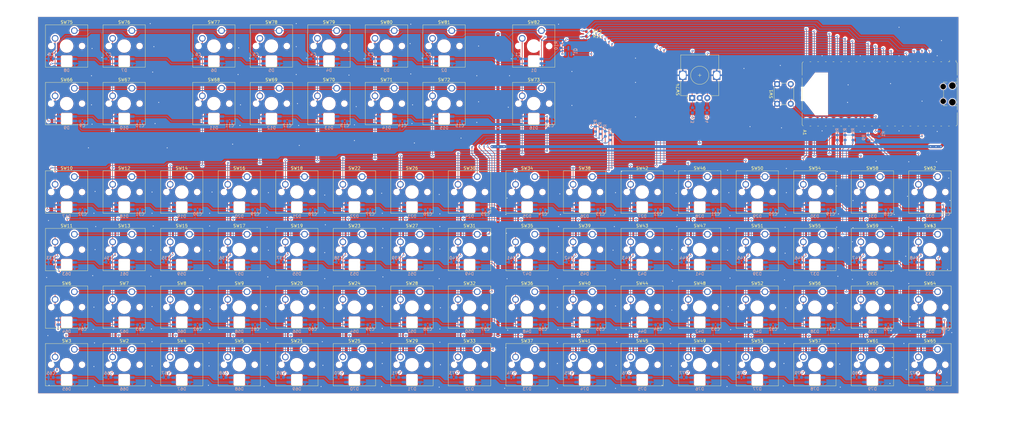
<source format=kicad_pcb>
(kicad_pcb (version 20241229) (generator "pcbnew") (generator_version "9.0")
  (layers (0 "F.Cu" signal) (2 "B.Cu" signal) (13 "F.Paste" user) (15 "B.Paste" user) (5 "F.SilkS" user "F.Silkscreen") (7 "B.SilkS" user "B.Silkscreen") (1 "F.Mask" user) (3 "B.Mask" user) (25 "Edge.Cuts" user))
  (net 0 "")
  (net 1 "+3V3")
  (net 3 "GND")
  (net 5 "R7")
  (net 9 "R8")
  (net 10 "C8")
  (net 11 "R5")
  (net 12 "R6")
  (net 14 "C7")
  (net 15 "+5V")
  (net 16 "RST")
  (net 19 "C6")
  (net 20 "LED_DIN")
  (net 21 "R1")
  (net 22 "R2")
  (net 23 "R3")
  (net 24 "R4")
  (net 25 "R9")
  (net 26 "R10")
  (net 27 "RENC_A")
  (net 28 "RENC_B")
  (net 29 "C2")
  (net 30 "C1")
  (net 31 "C3")
  (net 32 "C4")
  (net 33 "C5")
  (net 34 "Net-(D1-DIN)")
  (net 35 "Net-(D1-DOUT)")
  (net 36 "Net-(D2-DOUT)")
  (net 37 "Net-(D3-DOUT)")
  (net 38 "Net-(D4-DOUT)")
  (net 39 "Net-(D5-DOUT)")
  (net 40 "Net-(D6-DOUT)")
  (net 41 "Net-(D7-DOUT)")
  (net 42 "Net-(D8-DOUT)")
  (net 43 "Net-(D10-DIN)")
  (net 44 "Net-(D10-DOUT)")
  (net 45 "Net-(D11-DOUT)")
  (net 46 "Net-(D12-DOUT)")
  (net 47 "Net-(D13-DOUT)")
  (net 48 "Net-(D14-DOUT)")
  (net 49 "Net-(D15-DOUT)")
  (net 50 "Net-(D17-DOUT)")
  (net 51 "Net-(D18-DOUT)")
  (net 52 "Net-(D19-DOUT)")
  (net 53 "Net-(D20-DOUT)")
  (net 54 "Net-(D21-DOUT)")
  (net 55 "Net-(D22-DOUT)")
  (net 56 "Net-(D23-DOUT)")
  (net 57 "Net-(D24-DOUT)")
  (net 58 "Net-(D25-DOUT)")
  (net 59 "Net-(D26-DOUT)")
  (net 60 "Net-(D27-DOUT)")
  (net 61 "Net-(D28-DOUT)")
  (net 62 "Net-(D29-DOUT)")
  (net 63 "Net-(D30-DOUT)")
  (net 64 "Net-(D31-DOUT)")
  (net 65 "Net-(D16-DOUT)")
  (net 66 "Net-(D32-DOUT)")
  (net 67 "Net-(D33-DOUT)")
  (net 68 "Net-(D34-DOUT)")
  (net 69 "Net-(D34-DIN)")
  (net 70 "Net-(D35-DOUT)")
  (net 71 "Net-(D36-DIN)")
  (net 72 "Net-(D37-DOUT)")
  (net 73 "Net-(D38-DIN)")
  (net 74 "Net-(D39-DOUT)")
  (net 75 "Net-(D40-DIN)")
  (net 76 "Net-(D41-DOUT)")
  (net 77 "Net-(D42-DIN)")
  (net 78 "Net-(D43-DOUT)")
  (net 79 "Net-(D44-DIN)")
  (net 80 "Net-(D45-DOUT)")
  (net 81 "Net-(D46-DIN)")
  (net 82 "Net-(D47-DOUT)")
  (net 83 "Net-(D48-DIN)")
  (net 84 "Net-(D49-DOUT)")
  (net 85 "Net-(D50-DIN)")
  (net 86 "Net-(D51-DOUT)")
  (net 87 "Net-(D52-DIN)")
  (net 88 "Net-(D53-DOUT)")
  (net 89 "Net-(D54-DIN)")
  (net 90 "Net-(D55-DOUT)")
  (net 91 "Net-(D56-DIN)")
  (net 92 "Net-(D57-DOUT)")
  (net 93 "Net-(D58-DIN)")
  (net 94 "Net-(D59-DOUT)")
  (net 95 "Net-(D60-DIN)")
  (net 96 "Net-(D61-DOUT)")
  (net 97 "Net-(D62-DIN)")
  (net 98 "Net-(D63-DOUT)")
  (net 100 "Net-(D65-DIN)")
  (net 101 "Net-(D66-DIN)")
  (net 102 "Net-(D67-DIN)")
  (net 103 "Net-(D68-DIN)")
  (net 104 "Net-(D69-DIN)")
  (net 105 "Net-(D70-DIN)")
  (net 106 "Net-(D71-DIN)")
  (net 107 "Net-(D72-DIN)")
  (net 108 "Net-(D73-DIN)")
  (net 109 "Net-(D74-DIN)")
  (net 110 "Net-(D75-DIN)")
  (net 111 "Net-(D76-DIN)")
  (net 112 "Net-(D77-DIN)")
  (net 113 "Net-(D78-DIN)")
  (net 114 "Net-(D79-DIN)")
  (footprint "Button_Switch_Keyboard:SW_Cherry_MX_1.00u_PCB" (layer "F.Cu") (at 227.54 155.52)
    (property "Reference" "SW39")
    (property "Value" "SW_SPST")
  )
  (footprint "Button_Switch_Keyboard:SW_Cherry_MX_1.00u_PCB" (layer "F.Cu") (at 56.54 174.52)
    (property "Reference" "SW6")
    (property "Value" "SW_SPST")
  )
  (footprint "Button_Switch_Keyboard:SW_Cherry_MX_1.00u_PCB" (layer "F.Cu") (at 143.14 107.32)
    (property "Reference" "SW70")
    (property "Value" "SW_SPST")
  )
  (footprint "Button_Switch_Keyboard:SW_Cherry_MX_1.00u_PCB" (layer "F.Cu") (at 56.54 193.52)
    (property "Reference" "SW3")
    (property "Value" "SW_SPST")
  )
  (footprint "Button_Switch_Keyboard:SW_Cherry_MX_1.00u_PCB" (layer "F.Cu") (at 56.54 88.32)
    (property "Reference" "SW75")
    (property "Value" "SW_SPST")
  )
  (footprint "Button_Switch_Keyboard:SW_Cherry_MX_1.00u_PCB" (layer "F.Cu") (at 56.54 136.52)
    (property "Reference" "SW10")
    (property "Value" "SW_SPST")
  )
  (footprint "Button_Switch_THT:SW_PUSH_6mm" (layer "F.Cu") (at 288.55 112.45 90)
    (property "Reference" "SW1")
    (property "Value" "SW_SPST")
  )
  (footprint "Button_Switch_Keyboard:SW_Cherry_MX_1.00u_PCB" (layer "F.Cu") (at 75.54 136.52)
    (property "Reference" "SW12")
    (property "Value" "SW_SPST")
  )
  (footprint "Button_Switch_Keyboard:SW_Cherry_MX_1.00u_PCB" (layer "F.Cu") (at 189.54 136.52)
    (property "Reference" "SW30")
    (property "Value" "SW_SPST")
  )
  (footprint "Button_Switch_Keyboard:SW_Cherry_MX_1.00u_PCB" (layer "F.Cu") (at 94.54 193.52)
    (property "Reference" "SW4")
    (property "Value" "SW_SPST")
  )
  (footprint "Button_Switch_Keyboard:SW_Cherry_MX_1.00u_PCB" (layer "F.Cu") (at 210.74 107.32)
    (property "Reference" "SW73")
    (property "Value" "SW_SPST")
  )
  (footprint "Button_Switch_Keyboard:SW_Cherry_MX_1.00u_PCB" (layer "F.Cu") (at 341.54 174.52)
    (property "Reference" "SW64")
    (property "Value" "SW_SPST")
  )
  (footprint "Button_Switch_Keyboard:SW_Cherry_MX_1.00u_PCB" (layer "F.Cu") (at 113.54 155.52)
    (property "Reference" "SW17")
    (property "Value" "SW_SPST")
  )
  (footprint "Button_Switch_Keyboard:SW_Cherry_MX_1.00u_PCB" (layer "F.Cu") (at 75.54 155.52)
    (property "Reference" "SW13")
    (property "Value" "SW_SPST")
  )
  (footprint "Button_Switch_Keyboard:SW_Cherry_MX_1.00u_PCB" (layer "F.Cu") (at 341.54 193.52)
    (property "Reference" "SW65")
    (property "Value" "SW_SPST")
  )
  (footprint "Button_Switch_Keyboard:SW_Cherry_MX_1.00u_PCB" (layer "F.Cu") (at 170.54 193.52)
    (property "Reference" "SW29")
    (property "Value" "SW_SPST")
  )
  (footprint "Button_Switch_Keyboard:SW_Cherry_MX_1.00u_PCB" (layer "F.Cu") (at 227.54 174.52)
    (property "Reference" "SW40")
    (property "Value" "SW_SPST")
  )
  (footprint "Button_Switch_Keyboard:SW_Cherry_MX_1.00u_PCB" (layer "F.Cu") (at 124.14 107.32)
    (property "Reference" "SW69")
    (property "Value" "SW_SPST")
  )
  (footprint "Button_Switch_Keyboard:SW_Cherry_MX_1.00u_PCB" (layer "F.Cu") (at 208.54 193.52)
    (property "Reference" "SW37")
    (property "Value" "SW_SPST")
  )
  (footprint "Button_Switch_Keyboard:SW_Cherry_MX_1.00u_PCB" (layer "F.Cu") (at 94.54 136.52)
    (property "Reference" "SW14")
    (property "Value" "SW_SPST")
  )
  (footprint "Resistor_SMD:R_0603_1608Metric" (layer "F.Cu") (at 226.4 88.6 180)
    (property "Reference" "R12")
    (property "Value" "10k")
  )
  (footprint "Button_Switch_Keyboard:SW_Cherry_MX_1.00u_PCB" (layer "F.Cu") (at 284.54 193.52)
    (property "Reference" "SW53")
    (property "Value" "SW_SPST")
  )
  (footprint "Button_Switch_Keyboard:SW_Cherry_MX_1.00u_PCB" (layer "F.Cu") (at 227.54 193.52)
    (property "Reference" "SW41")
    (property "Value" "SW_SPST")
  )
  (footprint "Button_Switch_Keyboard:SW_Cherry_MX_1.00u_PCB" (layer "F.Cu") (at 75.54 174.52)
    (property "Reference" "SW7")
    (property "Value" "SW_SPST")
  )
  (footprint "Button_Switch_Keyboard:SW_Cherry_MX_1.00u_PCB" (layer "F.Cu") (at 341.54 155.52)
    (property "Reference" "SW63")
    (property "Value" "SW_SPST")
  )
  (footprint "Button_Switch_Keyboard:SW_Cherry_MX_1.00u_PCB" (layer "F.Cu") (at 124.14 88.32)
    (property "Reference" "SW78")
    (property "Value" "SW_SPST")
  )
  (footprint "Button_Switch_Keyboard:SW_Cherry_MX_1.00u_PCB" (layer "F.Cu") (at 113.54 136.52)
    (property "Reference" "SW16")
    (property "Value" "SW_SPST")
  )
  (footprint "Button_Switch_Keyboard:SW_Cherry_MX_1.00u_PCB" (layer "F.Cu") (at 227.54 136.52)
    (property "Reference" "SW38")
    (property "Value" "SW_SPST")
  )
  (footprint "Button_Switch_Keyboard:SW_Cherry_MX_1.00u_PCB" (layer "F.Cu") (at 208.54 174.52)
    (property "Reference" "SW36")
    (property "Value" "SW_SPST")
  )
  (footprint "Button_Switch_Keyboard:SW_Cherry_MX_1.00u_PCB" (layer "F.Cu") (at 132.54 155.52)
    (property "Reference" "SW19")
    (property "Value" "SW_SPST")
  )
  (footprint "Button_Switch_Keyboard:SW_Cherry_MX_1.00u_PCB" (layer "F.Cu") (at 143.14 88.32)
    (property "Reference" "SW79")
    (property "Value" "SW_SPST")
  )
  (footprint "Button_Switch_Keyboard:SW_Cherry_MX_1.00u_PCB" (layer "F.Cu") (at 284.54 136.52)
    (property "Reference" "SW50")
    (property "Value" "SW_SPST")
  )
  (footprint "Button_Switch_Keyboard:SW_Cherry_MX_1.00u_PCB" (layer "F.Cu") (at 113.54 174.52)
    (property "Reference" "SW9")
    (property "Value" "SW_SPST")
  )
  (footprint "Button_Switch_Keyboard:SW_Cherry_MX_1.00u_PCB" (layer "F.Cu") (at 303.54 193.52)
    (property "Reference" "SW57")
    (property "Value" "SW_SPST")
  )
  (footprint "Button_Switch_Keyboard:SW_Cherry_MX_1.00u_PCB" (layer "F.Cu") (at 151.54 174.52)
    (property "Reference" "SW24")
    (property "Value" "SW_SPST")
  )
  (footprint "Button_Switch_Keyboard:SW_Cherry_MX_1.00u_PCB" (layer "F.Cu") (at 284.54 174.52)
    (property "Reference" "SW52")
    (property "Value" "SW_SPST")
  )
  (footprint "Button_Switch_Keyboard:SW_Cherry_MX_1.00u_PCB" (layer "F.Cu") (at 151.54 136.52)
    (property "Reference" "SW22")
    (property "Value" "SW_SPST")
  )
  (footprint "Button_Switch_Keyboard:SW_Cherry_MX_1.00u_PCB" (layer "F.Cu") (at 246.54 155.52)
    (property "Reference" "SW43")
    (property "Value" "SW_SPST")
  )
  (footprint "Button_Switch_Keyboard:SW_Cherry_MX_1.00u_PCB" (layer "F.Cu") (at 170.54 136.52)
    (property "Reference" "SW26")
    (property "Value" "SW_SPST")
  )
  (footprint "Button_Switch_Keyboard:SW_Cherry_MX_1.00u_PCB" (layer "F.Cu") (at 208.54 155.52)
    (property "Reference" "SW35")
    (property "Value" "SW_SPST")
  )
  (footprint "Button_Switch_Keyboard:SW_Cherry_MX_1.00u_PCB" (layer "F.Cu") (at 75.54 107.32)
    (property "Reference" "SW67")
    (property "Value" "SW_SPST")
  )
  (footprint "Button_Switch_Keyboard:SW_Cherry_MX_1.00u_PCB" (layer "F.Cu") (at 189.54 193.52)
    (property "Reference" "SW33")
    (property "Value" "SW_SPST")
  )
  (footprint "Button_Switch_Keyboard:SW_Cherry_MX_1.00u_PCB" (layer "F.Cu") (at 151.54 155.52)
    (property "Reference" "SW23")
    (property "Value" "SW_SPST")
  )
  (footprint "Button_Switch_Keyboard:SW_Cherry_MX_1.00u_PCB" (layer "F.Cu") (at 181.14 107.32)
    (property "Reference" "SW72")
    (property "Value" "SW_SPST")
  )
  (footprint "Button_Switch_Keyboard:SW_Cherry_MX_1.00u_PCB" (layer "F.Cu") (at 56.54 107.32)
    (property "Reference" "SW66")
    (property "Value" "SW_SPST")
  )
  (footprint "Module:RaspberryPi_Pico_Common_SMD" (layer "F.Cu") (at 322.4 109.2 -90)
    (property "Reference" "A1")
    (property "Value" "RaspberryPi_Pico")
  )
  (footprint "Button_Switch_Keyboard:SW_Cherry_MX_1.00u_PCB" (layer "F.Cu") (at 246.54 136.52)
    (property "Reference" "SW42")
    (property "Value" "SW_SPST")
  )
  (footprint "Button_Switch_Keyboard:SW_Cherry_MX_1.00u_PCB" (layer "F.Cu") (at 75.54 193.52)
    (property "Reference" "SW2")
    (property "Value" "SW_SPST")
  )
  (footprint "Button_Switch_Keyboard:SW_Cherry_MX_1.00u_PCB" (layer "F.Cu") (at 246.54 193.52)
    (property "Reference" "SW45")
    (property "Value" "SW_SPST")
  )
  (footprint "Button_Switch_Keyboard:SW_Cherry_MX_1.00u_PCB" (layer "F.Cu") (at 322.54 174.52)
    (property "Reference" "SW60")
    (property "Value" "SW_SPST")
  )
  (footprint "Button_Switch_Keyboard:SW_Cherry_MX_1.00u_PCB" (layer "F.Cu") (at 170.54 155.52)
    (property "Reference" "SW27")
    (property "Value" "SW_SPST")
  )
  (footprint "Button_Switch_Keyboard:SW_Cherry_MX_1.00u_PCB" (layer "F.Cu") (at 151.54 193.52)
    (property "Reference" "SW25")
    (property "Value" "SW_SPST")
  )
  (footprint "Button_Switch_Keyboard:SW_Cherry_MX_1.00u_PCB" (layer "F.Cu") (at 322.54 155.52)
    (property "Reference" "SW59")
    (property "Value" "SW_SPST")
  )
  (footprint "Button_Switch_Keyboard:SW_Cherry_MX_1.00u_PCB" (layer "F.Cu") (at 265.54 136.52)
    (property "Reference" "SW46")
    (property "Value" "SW_SPST")
  )
  (footprint "Button_Switch_Keyboard:SW_Cherry_MX_1.00u_PCB" (layer "F.Cu") (at 303.54 136.52)
    (property "Reference" "SW54")
    (property "Value" "SW_SPST")
  )
  (footprint "Button_Switch_Keyboard:SW_Cherry_MX_1.00u_PCB" (layer "F.Cu") (at 162.14 88.32)
    (property "Reference" "SW80")
    (property "Value" "SW_SPST")
  )
  (footprint "Button_Switch_Keyboard:SW_Cherry_MX_1.00u_PCB" (layer "F.Cu") (at 265.54 193.52)
    (property "Reference" "SW49")
    (property "Value" "SW_SPST")
  )
  (footprint "Button_Switch_Keyboard:SW_Cherry_MX_1.00u_PCB" (layer "F.Cu") (at 162.14 107.32)
    (property "Reference" "SW71")
    (property "Value" "SW_SPST")
  )
  (footprint "Button_Switch_Keyboard:SW_Cherry_MX_1.00u_PCB" (layer "F.Cu") (at 210.74 88.32)
    (property "Reference" "SW82")
    (property "Value" "SW_SPST")
  )
  (footprint "Button_Switch_Keyboard:SW_Cherry_MX_1.00u_PCB" (layer "F.Cu") (at 303.54 174.52)
    (property "Reference" "SW56")
    (property "Value" "SW_SPST")
  )
  (footprint "Button_Switch_Keyboard:SW_Cherry_MX_1.00u_PCB" (layer "F.Cu") (at 105.14 107.32)
    (property "Reference" "SW68")
    (property "Value" "SW_SPST")
  )
  (footprint "Button_Switch_Keyboard:SW_Cherry_MX_1.00u_PCB" (layer "F.Cu") (at 170.54 174.52)
    (property "Reference" "SW28")
    (property "Value" "SW_SPST")
  )
  (footprint "Button_Switch_Keyboard:SW_Cherry_MX_1.00u_PCB" (layer "F.Cu") (at 303.54 155.52)
    (property "Reference" "SW55")
    (property "Value" "SW_SPST")
  )
  (footprint "Rotary_Encoder:RotaryEncoder_Alps_EC12E_Vertical_H20mm" (layer "F.Cu") (at 260.5 110.55 90)
    (property "Reference" "SW74")
    (property "Value" "RotaryEncoder_Switch_MP")
  )
  (footprint "Button_Switch_Keyboard:SW_Cherry_MX_1.00u_PCB" (layer "F.Cu") (at 181.14 88.32)
    (property "Reference" "SW81")
    (property "Value" "SW_SPST")
  )
  (footprint "Button_Switch_Keyboard:SW_Cherry_MX_1.00u_PCB" (layer "F.Cu") (at 322.54 193.52)
    (property "Reference" "SW61")
    (property "Value" "SW_SPST")
  )
  (footprint "Button_Switch_Keyboard:SW_Cherry_MX_1.00u_PCB" (layer "F.Cu") (at 208.54 136.52)
    (property "Reference" "SW34")
    (property "Value" "SW_SPST")
  )
  (footprint "Button_Switch_Keyboard:SW_Cherry_MX_1.00u_PCB" (layer "F.Cu") (at 94.54 174.52)
    (property "Reference" "SW8")
    (property "Value" "SW_SPST")
  )
  (footprint "Button_Switch_Keyboard:SW_Cherry_MX_1.00u_PCB" (layer "F.Cu") (at 94.54 155.52)
    (property "Reference" "SW15")
    (property "Value" "SW_SPST")
  )
  (footprint "Button_Switch_Keyboard:SW_Cherry_MX_1.00u_PCB" (layer "F.Cu") (at 265.54 155.52)
    (property "Reference" "SW47")
    (property "Value" "SW_SPST")
  )
  (footprint "Button_Switch_Keyboard:SW_Cherry_MX_1.00u_PCB" (layer "F.Cu") (at 132.54 193.52)
    (property "Reference" "SW21")
    (property "Value" "SW_SPST")
  )
  (footprint "Button_Switch_Keyboard:SW_Cherry_MX_1.00u_PCB" (layer "F.Cu") (at 322.54 136.52)
    (property "Reference" "SW58")
    (property "Value" "SW_SPST")
  )
  (footprint "Button_Switch_Keyboard:SW_Cherry_MX_1.00u_PCB" (layer "F.Cu") (at 189.54 174.52)
    (property "Reference" "SW32")
    (property "Value" "SW_SPST")
  )
  (footprint "Button_Switch_Keyboard:SW_Cherry_MX_1.00u_PCB" (layer "F.Cu") (at 246.54 174.52)
    (property "Reference" "SW44")
    (property "Value" "SW_SPST")
  )
  (footprint "Button_Switch_Keyboard:SW_Cherry_MX_1.00u_PCB" (layer "F.Cu") (at 75.54 88.32)
    (property "Reference" "SW76")
    (property "Value" "SW_SPST")
  )
  (footprint "Resistor_SMD:R_0603_1608Metric" (layer "F.Cu") (at 226.4 90.2 180)
    (property "Reference" "R11")
    (property "Value" "10k")
  )
  (footprint "Button_Switch_Keyboard:SW_Cherry_MX_1.00u_PCB" (layer "F.Cu") (at 284.54 155.52)
    (property "Reference" "SW51")
    (property "Value" "SW_SPST")
  )
  (footprint "Button_Switch_Keyboard:SW_Cherry_MX_1.00u_PCB" (layer "F.Cu") (at 132.54 136.52)
    (property "Reference" "SW18")
    (property "Value" "SW_SPST")
  )
  (footprint "Button_Switch_Keyboard:SW_Cherry_MX_1.00u_PCB" (layer "F.Cu") (at 132.54 174.52)
    (property "Reference" "SW20")
    (property "Value" "SW_SPST")
  )
  (footprint "Button_Switch_Keyboard:SW_Cherry_MX_1.00u_PCB" (layer "F.Cu") (at 113.54 193.52)
    (property "Reference" "SW5")
    (property "Value" "SW_SPST")
  )
  (footprint "Button_Switch_Keyboard:SW_Cherry_MX_1.00u_PCB" (layer "F.Cu") (at 105.14 88.32)
    (property "Reference" "SW77")
    (property "Value" "SW_SPST")
  )
  (footprint "Button_Switch_Keyboard:SW_Cherry_MX_1.00u_PCB" (layer "F.Cu") (at 265.54 174.52)
    (property "Reference" "SW48")
    (property "Value" "SW_SPST")
  )
  (footprint "Button_Switch_Keyboard:SW_Cherry_MX_1.00u_PCB" (layer "F.Cu") (at 56.54 155.52)
    (property "Reference" "SW11")
    (property "Value" "SW_SPST")
  )
  (footprint "Button_Switch_Keyboard:SW_Cherry_MX_1.00u_PCB" (layer "F.Cu") (at 341.54 136.52)
    (property "Reference" "SW62")
    (property "Value" "SW_SPST")
  )
  (footprint "Button_Switch_Keyboard:SW_Cherry_MX_1.00u_PCB" (layer "F.Cu") (at 189.54 155.52)
    (property "Reference" "SW31")
    (property "Value" "SW_SPST")
  )
  (footprint "Capacitor_SMD:C_0603_1608Metric" (layer "B.Cu") (at 249.2 185.4)
    (property "Reference" "C54")
    (property "Value" "100n")
  )
  (footprint "CustomLib:LED_SK6812_MINI_REVERSE" (layer "B.Cu") (at 225 165.6 180)
    (property "Reference" "D45")
    (property "Value" "WS2812B")
    (fp_line (start 1.75 1.4) (end 1.75 -1.4) (stroke (width 0.05)) (layer "Edge.Cuts"))
    (fp_line (start 1.35 -1.8) (end -1.35 -1.8) (stroke (width 0.05)) (layer "Edge.Cuts"))
    (fp_line (start -1.35 1.8) (end 1.35 1.8) (stroke (width 0.05)) (layer "Edge.Cuts"))
    (fp_line (start -1.75 1.4) (end -1.75 -1.4) (stroke (width 0.05)) (layer "Edge.Cuts"))
    (fp_arc (start 1.75 1.4) (mid 1.632843 1.682843) (end 1.35 1.8) (stroke (width 0.05)) (layer "Edge.Cuts"))
    (fp_arc (start 1.35 -1.8) (mid 1.632843 -1.682843) (end 1.75 -1.4) (stroke (width 0.05)) (layer "Edge.Cuts"))
    (fp_arc (start -1.35 1.8) (mid -1.632843 1.682843) (end -1.75 1.4) (stroke (width 0.05)) (layer "Edge.Cuts"))
    (fp_arc (start -1.75 -1.4) (mid -1.632843 -1.682843) (end -1.35 -1.8) (stroke (width 0.05)) (layer "Edge.Cuts"))
  )
  (footprint "Resistor_SMD:R_0603_1608Metric" (layer "B.Cu") (at 233.4 123.6 -90)
    (property "Reference" "R5")
    (property "Value" "10k")
  )
  (footprint "Capacitor_SMD:C_0603_1608Metric" (layer "B.Cu") (at 173.2 185.4)
    (property "Reference" "C58")
    (property "Value" "100n")
  )
  (footprint "CustomLib:LED_SK6812_MINI_REVERSE" (layer "B.Cu") (at 206 184.6)
    (property "Reference" "D48")
    (property "Value" "WS2812B")
    (fp_line (start -1.75 1.4) (end -1.75 -1.4) (stroke (width 0.05)) (layer "Edge.Cuts"))
    (fp_line (start -1.35 1.8) (end 1.35 1.8) (stroke (width 0.05)) (layer "Edge.Cuts"))
    (fp_line (start 1.35 -1.8) (end -1.35 -1.8) (stroke (width 0.05)) (layer "Edge.Cuts"))
    (fp_line (start 1.75 1.4) (end 1.75 -1.4) (stroke (width 0.05)) (layer "Edge.Cuts"))
    (fp_arc (start -1.75 -1.4) (mid -1.632843 -1.682843) (end -1.35 -1.8) (stroke (width 0.05)) (layer "Edge.Cuts"))
    (fp_arc (start -1.35 1.8) (mid -1.632843 1.682843) (end -1.75 1.4) (stroke (width 0.05)) (layer "Edge.Cuts"))
    (fp_arc (start 1.35 -1.8) (mid 1.632843 -1.682843) (end 1.75 -1.4) (stroke (width 0.05)) (layer "Edge.Cuts"))
    (fp_arc (start 1.75 1.4) (mid 1.632843 1.682843) (end 1.35 1.8) (stroke (width 0.05)) (layer "Edge.Cuts"))
  )
  (footprint "Capacitor_SMD:C_0603_1608Metric" (layer "B.Cu") (at 59.2 185.4)
    (property "Reference" "C64")
    (property "Value" "100n")
  )
  (footprint "Capacitor_SMD:C_0603_1608Metric" (layer "B.Cu") (at 105.8 202.8 180)
    (property "Reference" "C68")
    (property "Value" "100n")
  )
  (footprint "Capacitor_SMD:C_0603_1608Metric" (layer "B.Cu") (at 287.2 147.4)
    (property "Reference" "C20")
    (property "Value" "100n")
  )
  (footprint "CustomLib:LED_SK6812_MINI_REVERSE" (layer "B.Cu") (at 102.6 98.4 180)
    (property "Reference" "D6")
    (property "Value" "WS2812B")
    (fp_line (start 1.75 1.4) (end 1.75 -1.4) (stroke (width 0.05)) (layer "Edge.Cuts"))
    (fp_line (start 1.35 -1.8) (end -1.35 -1.8) (stroke (width 0.05)) (layer "Edge.Cuts"))
    (fp_line (start -1.35 1.8) (end 1.35 1.8) (stroke (width 0.05)) (layer "Edge.Cuts"))
    (fp_line (start -1.75 1.4) (end -1.75 -1.4) (stroke (width 0.05)) (layer "Edge.Cuts"))
    (fp_arc (start 1.75 1.4) (mid 1.632843 1.682843) (end 1.35 1.8) (stroke (width 0.05)) (layer "Edge.Cuts"))
    (fp_arc (start 1.35 -1.8) (mid 1.632843 -1.682843) (end 1.75 -1.4) (stroke (width 0.05)) (layer "Edge.Cuts"))
    (fp_arc (start -1.35 1.8) (mid -1.632843 1.682843) (end -1.75 1.4) (stroke (width 0.05)) (layer "Edge.Cuts"))
    (fp_arc (start -1.75 -1.4) (mid -1.632843 -1.682843) (end -1.35 -1.8) (stroke (width 0.05)) (layer "Edge.Cuts"))
  )
  (footprint "Capacitor_SMD:C_0603_1608Metric" (layer "B.Cu") (at 200.8 202.8 180)
    (property "Reference" "C74")
    (property "Value" "100n")
  )
  (footprint "CustomLib:LED_SK6812_MINI_REVERSE" (layer "B.Cu") (at 320 165.6 180)
    (property "Reference" "D35")
    (property "Value" "WS2812B")
    (fp_line (start 1.75 1.4) (end 1.75 -1.4) (stroke (width 0.05)) (layer "Edge.Cuts"))
    (fp_line (start 1.35 -1.8) (end -1.35 -1.8) (stroke (width 0.05)) (layer "Edge.Cuts"))
    (fp_line (start -1.35 1.8) (end 1.35 1.8) (stroke (width 0.05)) (layer "Edge.Cuts"))
    (fp_line (start -1.75 1.4) (end -1.75 -1.4) (stroke (width 0.05)) (layer "Edge.Cuts"))
    (fp_arc (start 1.75 1.4) (mid 1.632843 1.682843) (end 1.35 1.8) (stroke (width 0.05)) (layer "Edge.Cuts"))
    (fp_arc (start 1.35 -1.8) (mid 1.632843 -1.682843) (end 1.75 -1.4) (stroke (width 0.05)) (layer "Edge.Cuts"))
    (fp_arc (start -1.35 1.8) (mid -1.632843 1.682843) (end -1.75 1.4) (stroke (width 0.05)) (layer "Edge.Cuts"))
    (fp_arc (start -1.75 -1.4) (mid -1.632843 -1.682843) (end -1.35 -1.8) (stroke (width 0.05)) (layer "Edge.Cuts"))
  )
  (footprint "Capacitor_SMD:C_0603_1608Metric" (layer "B.Cu") (at 97.2 185.4)
    (property "Reference" "C62")
    (property "Value" "100n")
  )
  (footprint "CustomLib:LED_SK6812_MINI_REVERSE" (layer "B.Cu") (at 225 146.6)
    (property "Reference" "D26")
    (property "Value" "WS2812B")
    (fp_line (start -1.75 1.4) (end -1.75 -1.4) (stroke (width 0.05)) (layer "Edge.Cuts"))
    (fp_line (start -1.35 1.8) (end 1.35 1.8) (stroke (width 0.05)) (layer "Edge.Cuts"))
    (fp_line (start 1.35 -1.8) (end -1.35 -1.8) (stroke (width 0.05)) (layer "Edge.Cuts"))
    (fp_line (start 1.75 1.4) (end 1.75 -1.4) (stroke (width 0.05)) (layer "Edge.Cuts"))
    (fp_arc (start -1.75 -1.4) (mid -1.632843 -1.682843) (end -1.35 -1.8) (stroke (width 0.05)) (layer "Edge.Cuts"))
    (fp_arc (start -1.35 1.8) (mid -1.632843 1.682843) (end -1.75 1.4) (stroke (width 0.05)) (layer "Edge.Cuts"))
    (fp_arc (start 1.35 -1.8) (mid 1.632843 -1.682843) (end 1.75 -1.4) (stroke (width 0.05)) (layer "Edge.Cuts"))
    (fp_arc (start 1.75 1.4) (mid 1.632843 1.682843) (end 1.35 1.8) (stroke (width 0.05)) (layer "Edge.Cuts"))
  )
  (footprint "Capacitor_SMD:C_0603_1608Metric" (layer "B.Cu") (at 124.8 164.8 180)
    (property "Reference" "C37")
    (property "Value" "100n")
  )
  (footprint "CustomLib:LED_SK6812_MINI_REVERSE" (layer "B.Cu") (at 54 98.4 180)
    (property "Reference" "D8")
    (property "Value" "WS2812B")
    (fp_line (start 1.75 1.4) (end 1.75 -1.4) (stroke (width 0.05)) (layer "Edge.Cuts"))
    (fp_line (start 1.35 -1.8) (end -1.35 -1.8) (stroke (width 0.05)) (layer "Edge.Cuts"))
    (fp_line (start -1.35 1.8) (end 1.35 1.8) (stroke (width 0.05)) (layer "Edge.Cuts"))
    (fp_line (start -1.75 1.4) (end -1.75 -1.4) (stroke (width 0.05)) (layer "Edge.Cuts"))
    (fp_arc (start 1.75 1.4) (mid 1.632843 1.682843) (end 1.35 1.8) (stroke (width 0.05)) (layer "Edge.Cuts"))
    (fp_arc (start 1.35 -1.8) (mid 1.632843 -1.682843) (end 1.75 -1.4) (stroke (width 0.05)) (layer "Edge.Cuts"))
    (fp_arc (start -1.35 1.8) (mid -1.632843 1.682843) (end -1.75 1.4) (stroke (width 0.05)) (layer "Edge.Cuts"))
    (fp_arc (start -1.75 -1.4) (mid -1.632843 -1.682843) (end -1.35 -1.8) (stroke (width 0.05)) (layer "Edge.Cuts"))
  )
  (footprint "Capacitor_SMD:C_0603_1608Metric" (layer "B.Cu") (at 154.4 97.6 180)
    (property "Reference" "C3")
    (property "Value" "100n")
  )
  (footprint "CustomLib:LED_SK6812_MINI_REVERSE" (layer "B.Cu") (at 149 184.6)
    (property "Reference" "D54")
    (property "Value" "WS2812B")
    (fp_line (start -1.75 1.4) (end -1.75 -1.4) (stroke (width 0.05)) (layer "Edge.Cuts"))
    (fp_line (start -1.35 1.8) (end 1.35 1.8) (stroke (width 0.05)) (layer "Edge.Cuts"))
    (fp_line (start 1.35 -1.8) (end -1.35 -1.8) (stroke (width 0.05)) (layer "Edge.Cuts"))
    (fp_line (start 1.75 1.4) (end 1.75 -1.4) (stroke (width 0.05)) (layer "Edge.Cuts"))
    (fp_arc (start -1.75 -1.4) (mid -1.632843 -1.682843) (end -1.35 -1.8) (stroke (width 0.05)) (layer "Edge.Cuts"))
    (fp_arc (start -1.35 1.8) (mid -1.632843 1.682843) (end -1.75 1.4) (stroke (width 0.05)) (layer "Edge.Cuts"))
    (fp_arc (start 1.35 -1.8) (mid 1.632843 -1.682843) (end 1.75 -1.4) (stroke (width 0.05)) (layer "Edge.Cuts"))
    (fp_arc (start 1.75 1.4) (mid 1.632843 1.682843) (end 1.35 1.8) (stroke (width 0.05)) (layer "Edge.Cuts"))
  )
  (footprint "CustomLib:LED_SK6812_MINI_REVERSE" (layer "B.Cu") (at 301 146.6)
    (property "Reference" "D30")
    (property "Value" "WS2812B")
    (fp_line (start -1.75 1.4) (end -1.75 -1.4) (stroke (width 0.05)) (layer "Edge.Cuts"))
    (fp_line (start -1.35 1.8) (end 1.35 1.8) (stroke (width 0.05)) (layer "Edge.Cuts"))
    (fp_line (start 1.35 -1.8) (end -1.35 -1.8) (stroke (width 0.05)) (layer "Edge.Cuts"))
    (fp_line (start 1.75 1.4) (end 1.75 -1.4) (stroke (width 0.05)) (layer "Edge.Cuts"))
    (fp_arc (start -1.75 -1.4) (mid -1.632843 -1.682843) (end -1.35 -1.8) (stroke (width 0.05)) (layer "Edge.Cuts"))
    (fp_arc (start -1.35 1.8) (mid -1.632843 1.682843) (end -1.75 1.4) (stroke (width 0.05)) (layer "Edge.Cuts"))
    (fp_arc (start 1.35 -1.8) (mid 1.632843 -1.682843) (end 1.75 -1.4) (stroke (width 0.05)) (layer "Edge.Cuts"))
    (fp_arc (start 1.75 1.4) (mid 1.632843 1.682843) (end 1.35 1.8) (stroke (width 0.05)) (layer "Edge.Cuts"))
  )
  (footprint "Capacitor_SMD:C_0603_1608Metric" (layer "B.Cu") (at 181.8 164.8 180)
    (property "Reference" "C40")
    (property "Value" "100n")
  )
  (footprint "Capacitor_SMD:C_0603_1608Metric" (layer "B.Cu") (at 181.8 202.8 180)
    (property "Reference" "C73")
    (property "Value" "100n")
  )
  (footprint "CustomLib:LED_SK6812_MINI_REVERSE" (layer "B.Cu") (at 263 184.6)
    (property "Reference" "D42")
    (property "Value" "WS2812B")
    (fp_line (start -1.75 1.4) (end -1.75 -1.4) (stroke (width 0.05)) (layer "Edge.Cuts"))
    (fp_line (start -1.35 1.8) (end 1.35 1.8) (stroke (width 0.05)) (layer "Edge.Cuts"))
    (fp_line (start 1.35 -1.8) (end -1.35 -1.8) (stroke (width 0.05)) (layer "Edge.Cuts"))
    (fp_line (start 1.75 1.4) (end 1.75 -1.4) (stroke (width 0.05)) (layer "Edge.Cuts"))
    (fp_arc (start -1.75 -1.4) (mid -1.632843 -1.682843) (end -1.35 -1.8) (stroke (width 0.05)) (layer "Edge.Cuts"))
    (fp_arc (start -1.35 1.8) (mid -1.632843 1.682843) (end -1.75 1.4) (stroke (width 0.05)) (layer "Edge.Cuts"))
    (fp_arc (start 1.35 -1.8) (mid 1.632843 -1.682843) (end 1.75 -1.4) (stroke (width 0.05)) (layer "Edge.Cuts"))
    (fp_arc (start 1.75 1.4) (mid 1.632843 1.682843) (end 1.35 1.8) (stroke (width 0.05)) (layer "Edge.Cuts"))
  )
  (footprint "Resistor_SMD:R_0603_1608Metric" (layer "B.Cu") (at 265.4 114.6 90)
    (property "Reference" "R14")
    (property "Value" "10k")
  )
  (footprint "CustomLib:LED_SK6812_MINI_REVERSE" (layer "B.Cu") (at 168 165.6 180)
    (property "Reference" "D51")
    (property "Value" "WS2812B")
    (fp_line (start 1.75 1.4) (end 1.75 -1.4) (stroke (width 0.05)) (layer "Edge.Cuts"))
    (fp_line (start 1.35 -1.8) (end -1.35 -1.8) (stroke (width 0.05)) (layer "Edge.Cuts"))
    (fp_line (start -1.35 1.8) (end 1.35 1.8) (stroke (width 0.05)) (layer "Edge.Cuts"))
    (fp_line (start -1.75 1.4) (end -1.75 -1.4) (stroke (width 0.05)) (layer "Edge.Cuts"))
    (fp_arc (start 1.75 1.4) (mid 1.632843 1.682843) (end 1.35 1.8) (stroke (width 0.05)) (layer "Edge.Cuts"))
    (fp_arc (start 1.35 -1.8) (mid 1.632843 -1.682843) (end 1.75 -1.4) (stroke (width 0.05)) (layer "Edge.Cuts"))
    (fp_arc (start -1.35 1.8) (mid -1.632843 1.682843) (end -1.75 1.4) (stroke (width 0.05)) (layer "Edge.Cuts"))
    (fp_arc (start -1.75 -1.4) (mid -1.632843 -1.682843) (end -1.35 -1.8) (stroke (width 0.05)) (layer "Edge.Cuts"))
  )
  (footprint "CustomLib:LED_SK6812_MINI_REVERSE" (layer "B.Cu") (at 168 146.6)
    (property "Reference" "D23")
    (property "Value" "WS2812B")
    (fp_line (start -1.75 1.4) (end -1.75 -1.4) (stroke (width 0.05)) (layer "Edge.Cuts"))
    (fp_line (start -1.35 1.8) (end 1.35 1.8) (stroke (width 0.05)) (layer "Edge.Cuts"))
    (fp_line (start 1.35 -1.8) (end -1.35 -1.8) (stroke (width 0.05)) (layer "Edge.Cuts"))
    (fp_line (start 1.75 1.4) (end 1.75 -1.4) (stroke (width 0.05)) (layer "Edge.Cuts"))
    (fp_arc (start -1.75 -1.4) (mid -1.632843 -1.682843) (end -1.35 -1.8) (stroke (width 0.05)) (layer "Edge.Cuts"))
    (fp_arc (start -1.35 1.8) (mid -1.632843 1.682843) (end -1.75 1.4) (stroke (width 0.05)) (layer "Edge.Cuts"))
    (fp_arc (start 1.35 -1.8) (mid 1.632843 -1.682843) (end 1.75 -1.4) (stroke (width 0.05)) (layer "Edge.Cuts"))
    (fp_arc (start 1.75 1.4) (mid 1.632843 1.682843) (end 1.35 1.8) (stroke (width 0.05)) (layer "Edge.Cuts"))
  )
  (footprint "Package_TO_SOT_SMD:SOT-23" (layer "B.Cu") (at 219.65 95.0625 90)
    (property "Reference" "Q1")
    (property "Value" "2N7002")
  )
  (footprint "Capacitor_SMD:C_0603_1608Metric" (layer "B.Cu") (at 287.2 185.4)
    (property "Reference" "C52")
    (property "Value" "100n")
  )
  (footprint "Capacitor_SMD:C_0603_1608Metric" (layer "B.Cu") (at 107.8 118.2)
    (property "Reference" "C11")
    (property "Value" "100n")
  )
  (footprint "Capacitor_SMD:C_0603_1608Metric" (layer "B.Cu") (at 59.2 147.4)
    (property "Reference" "C32")
    (property "Value" "100n")
  )
  (footprint "Capacitor_SMD:C_0603_1608Metric" (layer "B.Cu") (at 276.8 202.8 180)
    (property "Reference" "C78")
    (property "Value" "100n")
  )
  (footprint "Capacitor_SMD:C_0603_1608Metric" (layer "B.Cu") (at 314.8 164.8 180)
    (property "Reference" "C47")
    (property "Value" "100n")
  )
  (footprint "Capacitor_SMD:C_0603_1608Metric" (layer "B.Cu") (at 238.8 164.8 180)
    (property "Reference" "C43")
    (property "Value" "100n")
  )
  (footprint "Capacitor_SMD:C_0603_1608Metric" (layer "B.Cu") (at 143.8 164.8 180)
    (property "Reference" "C38")
    (property "Value" "100n")
  )
  (footprint "CustomLib:LED_SK6812_MINI_REVERSE" (layer "B.Cu") (at 111 165.6 180)
    (property "Reference" "D57")
    (property "Value" "WS2812B")
    (fp_line (start 1.75 1.4) (end 1.75 -1.4) (stroke (width 0.05)) (layer "Edge.Cuts"))
    (fp_line (start 1.35 -1.8) (end -1.35 -1.8) (stroke (width 0.05)) (layer "Edge.Cuts"))
    (fp_line (start -1.35 1.8) (end 1.35 1.8) (stroke (width 0.05)) (layer "Edge.Cuts"))
    (fp_line (start -1.75 1.4) (end -1.75 -1.4) (stroke (width 0.05)) (layer "Edge.Cuts"))
    (fp_arc (start 1.75 1.4) (mid 1.632843 1.682843) (end 1.35 1.8) (stroke (width 0.05)) (layer "Edge.Cuts"))
    (fp_arc (start 1.35 -1.8) (mid 1.632843 -1.682843) (end 1.75 -1.4) (stroke (width 0.05)) (layer "Edge.Cuts"))
    (fp_arc (start -1.35 1.8) (mid -1.632843 1.682843) (end -1.75 1.4) (stroke (width 0.05)) (layer "Edge.Cuts"))
    (fp_arc (start -1.75 -1.4) (mid -1.632843 -1.682843) (end -1.35 -1.8) (stroke (width 0.05)) (layer "Edge.Cuts"))
  )
  (footprint "Capacitor_SMD:C_0603_1608Metric" (layer "B.Cu") (at 59.2 118.2)
    (property "Reference" "C9")
    (property "Value" "100n")
  )
  (footprint "Capacitor_SMD:C_0603_1608Metric" (layer "B.Cu") (at 48.8 202.8 180)
    (property "Reference" "C65")
    (property "Value" "100n")
  )
  (footprint "Capacitor_SMD:C_0603_1608Metric" (layer "B.Cu") (at 135.2 185.4)
    (property "Reference" "C60")
    (property "Value" "100n")
  )
  (footprint "Capacitor_SMD:C_0603_1608Metric" (layer "B.Cu") (at 257.8 164.8 180)
    (property "Reference" "C44")
    (property "Value" "100n")
  )
  (footprint "Capacitor_SMD:C_0603_1608Metric" (layer "B.Cu") (at 116.2 147.4)
    (property "Reference" "C29")
    (property "Value" "100n")
  )
  (footprint "CustomLib:LED_SK6812_MINI_REVERSE" (layer "B.Cu") (at 140.6 117.4)
    (property "Reference" "D13")
    (property "Value" "WS2812B")
    (fp_line (start -1.75 1.4) (end -1.75 -1.4) (stroke (width 0.05)) (layer "Edge.Cuts"))
    (fp_line (start -1.35 1.8) (end 1.35 1.8) (stroke (width 0.05)) (layer "Edge.Cuts"))
    (fp_line (start 1.35 -1.8) (end -1.35 -1.8) (stroke (width 0.05)) (layer "Edge.Cuts"))
    (fp_line (start 1.75 1.4) (end 1.75 -1.4) (stroke (width 0.05)) (layer "Edge.Cuts"))
    (fp_arc (start -1.75 -1.4) (mid -1.632843 -1.682843) (end -1.35 -1.8) (stroke (width 0.05)) (layer "Edge.Cuts"))
    (fp_arc (start -1.35 1.8) (mid -1.632843 1.682843) (end -1.75 1.4) (stroke (width 0.05)) (layer "Edge.Cuts"))
    (fp_arc (start 1.35 -1.8) (mid 1.632843 -1.682843) (end 1.75 -1.4) (stroke (width 0.05)) (layer "Edge.Cuts"))
    (fp_arc (start 1.75 1.4) (mid 1.632843 1.682843) (end 1.35 1.8) (stroke (width 0.05)) (layer "Edge.Cuts"))
  )
  (footprint "Capacitor_SMD:C_0603_1608Metric" (layer "B.Cu") (at 306.2 147.4)
    (property "Reference" "C19")
    (property "Value" "100n")
  )
  (footprint "CustomLib:LED_SK6812_MINI_REVERSE" (layer "B.Cu") (at 111 146.6)
    (property "Reference" "D20")
    (property "Value" "WS2812B")
    (fp_line (start -1.75 1.4) (end -1.75 -1.4) (stroke (width 0.05)) (layer "Edge.Cuts"))
    (fp_line (start -1.35 1.8) (end 1.35 1.8) (stroke (width 0.05)) (layer "Edge.Cuts"))
    (fp_line (start 1.35 -1.8) (end -1.35 -1.8) (stroke (width 0.05)) (layer "Edge.Cuts"))
    (fp_line (start 1.75 1.4) (end 1.75 -1.4) (stroke (width 0.05)) (layer "Edge.Cuts"))
    (fp_arc (start -1.75 -1.4) (mid -1.632843 -1.682843) (end -1.35 -1.8) (stroke (width 0.05)) (layer "Edge.Cuts"))
    (fp_arc (start -1.35 1.8) (mid -1.632843 1.682843) (end -1.75 1.4) (stroke (width 0.05)) (layer "Edge.Cuts"))
    (fp_arc (start 1.35 -1.8) (mid 1.632843 -1.682843) (end 1.75 -1.4) (stroke (width 0.05)) (layer "Edge.Cuts"))
    (fp_arc (start 1.75 1.4) (mid 1.632843 1.682843) (end 1.35 1.8) (stroke (width 0.05)) (layer "Edge.Cuts"))
  )
  (footprint "CustomLib:LED_SK6812_MINI_REVERSE" (layer "B.Cu") (at 92 184.6)
    (property "Reference" "D60")
    (property "Value" "WS2812B")
    (fp_line (start -1.75 1.4) (end -1.75 -1.4) (stroke (width 0.05)) (layer "Edge.Cuts"))
    (fp_line (start -1.35 1.8) (end 1.35 1.8) (stroke (width 0.05)) (layer "Edge.Cuts"))
    (fp_line (start 1.35 -1.8) (end -1.35 -1.8) (stroke (width 0.05)) (layer "Edge.Cuts"))
    (fp_line (start 1.75 1.4) (end 1.75 -1.4) (stroke (width 0.05)) (layer "Edge.Cuts"))
    (fp_arc (start -1.75 -1.4) (mid -1.632843 -1.682843) (end -1.35 -1.8) (stroke (width 0.05)) (layer "Edge.Cuts"))
    (fp_arc (start -1.35 1.8) (mid -1.632843 1.682843) (end -1.75 1.4) (stroke (width 0.05)) (layer "Edge.Cuts"))
    (fp_arc (start 1.35 -1.8) (mid 1.632843 -1.682843) (end 1.75 -1.4) (stroke (width 0.05)) (layer "Edge.Cuts"))
    (fp_arc (start 1.75 1.4) (mid 1.632843 1.682843) (end 1.35 1.8) (stroke (width 0.05)) (layer "Edge.Cuts"))
  )
  (footprint "CustomLib:LED_SK6812_MINI_REVERSE" (layer "B.Cu") (at 244 146.6)
    (property "Reference" "D27")
    (property "Value" "WS2812B")
    (fp_line (start -1.75 1.4) (end -1.75 -1.4) (stroke (width 0.05)) (layer "Edge.Cuts"))
    (fp_line (start -1.35 1.8) (end 1.35 1.8) (stroke (width 0.05)) (layer "Edge.Cuts"))
    (fp_line (start 1.35 -1.8) (end -1.35 -1.8) (stroke (width 0.05)) (layer "Edge.Cuts"))
    (fp_line (start 1.75 1.4) (end 1.75 -1.4) (stroke (width 0.05)) (layer "Edge.Cuts"))
    (fp_arc (start -1.75 -1.4) (mid -1.632843 -1.682843) (end -1.35 -1.8) (stroke (width 0.05)) (layer "Edge.Cuts"))
    (fp_arc (start -1.35 1.8) (mid -1.632843 1.682843) (end -1.75 1.4) (stroke (width 0.05)) (layer "Edge.Cuts"))
    (fp_arc (start 1.35 -1.8) (mid 1.632843 -1.682843) (end 1.75 -1.4) (stroke (width 0.05)) (layer "Edge.Cuts"))
    (fp_arc (start 1.75 1.4) (mid 1.632843 1.682843) (end 1.35 1.8) (stroke (width 0.05)) (layer "Edge.Cuts"))
  )
  (footprint "CustomLib:LED_SK6812_MINI_REVERSE" (layer "B.Cu") (at 339 165.6 180)
    (property "Reference" "D33")
    (property "Value" "WS2812B")
    (fp_line (start 1.75 1.4) (end 1.75 -1.4) (stroke (width 0.05)) (layer "Edge.Cuts"))
    (fp_line (start 1.35 -1.8) (end -1.35 -1.8) (stroke (width 0.05)) (layer "Edge.Cuts"))
    (fp_line (start -1.35 1.8) (end 1.35 1.8) (stroke (width 0.05)) (layer "Edge.Cuts"))
    (fp_line (start -1.75 1.4) (end -1.75 -1.4) (stroke (width 0.05)) (layer "Edge.Cuts"))
    (fp_arc (start 1.75 1.4) (mid 1.632843 1.682843) (end 1.35 1.8) (stroke (width 0.05)) (layer "Edge.Cuts"))
    (fp_arc (start 1.35 -1.8) (mid 1.632843 -1.682843) (end 1.75 -1.4) (stroke (width 0.05)) (layer "Edge.Cuts"))
    (fp_arc (start -1.35 1.8) (mid -1.632843 1.682843) (end -1.75 1.4) (stroke (width 0.05)) (layer "Edge.Cuts"))
    (fp_arc (start -1.75 -1.4) (mid -1.632843 -1.682843) (end -1.35 -1.8) (stroke (width 0.05)) (layer "Edge.Cuts"))
  )
  (footprint "CustomLib:LED_SK6812_MINI_REVERSE" (layer "B.Cu") (at 111 184.6)
    (property "Reference" "D58")
    (property "Value" "WS2812B")
    (fp_line (start -1.75 1.4) (end -1.75 -1.4) (stroke (width 0.05)) (layer "Edge.Cuts"))
    (fp_line (start -1.35 1.8) (end 1.35 1.8) (stroke (width 0.05)) (layer "Edge.Cuts"))
    (fp_line (start 1.35 -1.8) (end -1.35 -1.8) (stroke (width 0.05)) (layer "Edge.Cuts"))
    (fp_line (start 1.75 1.4) (end 1.75 -1.4) (stroke (width 0.05)) (layer "Edge.Cuts"))
    (fp_arc (start -1.75 -1.4) (mid -1.632843 -1.682843) (end -1.35 -1.8) (stroke (width 0.05)) (layer "Edge.Cuts"))
    (fp_arc (start -1.35 1.8) (mid -1.632843 1.682843) (end -1.75 1.4) (stroke (width 0.05)) (layer "Edge.Cuts"))
    (fp_arc (start 1.35 -1.8) (mid 1.632843 -1.682843) (end 1.75 -1.4) (stroke (width 0.05)) (layer "Edge.Cuts"))
    (fp_arc (start 1.75 1.4) (mid 1.632843 1.682843) (end 1.35 1.8) (stroke (width 0.05)) (layer "Edge.Cuts"))
  )
  (footprint "Resistor_SMD:R_0603_1608Metric" (layer "B.Cu") (at 311 123.6 -90)
    (property "Reference" "R7")
    (property "Value" "10k")
  )
  (footprint "CustomLib:LED_SK6812_MINI_REVERSE" (layer "B.Cu") (at 320 146.6)
    (property "Reference" "D31")
    (property "Value" "WS2812B")
    (fp_line (start -1.75 1.4) (end -1.75 -1.4) (stroke (width 0.05)) (layer "Edge.Cuts"))
    (fp_line (start -1.35 1.8) (end 1.35 1.8) (stroke (width 0.05)) (layer "Edge.Cuts"))
    (fp_line (start 1.35 -1.8) (end -1.35 -1.8) (stroke (width 0.05)) (layer "Edge.Cuts"))
    (fp_line (start 1.75 1.4) (end 1.75 -1.4) (stroke (width 0.05)) (layer "Edge.Cuts"))
    (fp_arc (start -1.75 -1.4) (mid -1.632843 -1.682843) (end -1.35 -1.8) (stroke (width 0.05)) (layer "Edge.Cuts"))
    (fp_arc (start -1.35 1.8) (mid -1.632843 1.682843) (end -1.75 1.4) (stroke (width 0.05)) (layer "Edge.Cuts"))
    (fp_arc (start 1.35 -1.8) (mid 1.632843 -1.682843) (end 1.75 -1.4) (stroke (width 0.05)) (layer "Edge.Cuts"))
    (fp_arc (start 1.75 1.4) (mid 1.632843 1.682843) (end 1.35 1.8) (stroke (width 0.05)) (layer "Edge.Cuts"))
  )
  (footprint "Capacitor_SMD:C_0603_1608Metric" (layer "B.Cu") (at 314.8 202.8 180)
    (property "Reference" "C80")
    (property "Value" "100n")
  )
  (footprint "CustomLib:LED_SK6812_MINI_REVERSE" (layer "B.Cu") (at 73 203.6 180)
    (property "Reference" "D66")
    (property "Value" "WS2812B")
    (fp_line (start 1.75 1.4) (end 1.75 -1.4) (stroke (width 0.05)) (layer "Edge.Cuts"))
    (fp_line (start 1.35 -1.8) (end -1.35 -1.8) (stroke (width 0.05)) (layer "Edge.Cuts"))
    (fp_line (start -1.35 1.8) (end 1.35 1.8) (stroke (width 0.05)) (layer "Edge.Cuts"))
    (fp_line (start -1.75 1.4) (end -1.75 -1.4) (stroke (width 0.05)) (layer "Edge.Cuts"))
    (fp_arc (start 1.75 1.4) (mid 1.632843 1.682843) (end 1.35 1.8) (stroke (width 0.05)) (layer "Edge.Cuts"))
    (fp_arc (start 1.35 -1.8) (mid 1.632843 -1.682843) (end 1.75 -1.4) (stroke (width 0.05)) (layer "Edge.Cuts"))
    (fp_arc (start -1.35 1.8) (mid -1.632843 1.682843) (end -1.75 1.4) (stroke (width 0.05)) (layer "Edge.Cuts"))
    (fp_arc (start -1.75 -1.4) (mid -1.632843 -1.682843) (end -1.35 -1.8) (stroke (width 0.05)) (layer "Edge.Cuts"))
  )
  (footprint "CustomLib:LED_SK6812_MINI_REVERSE" (layer "B.Cu") (at 130 184.6)
    (property "Reference" "D56")
    (property "Value" "WS2812B")
    (fp_line (start -1.75 1.4) (end -1.75 -1.4) (stroke (width 0.05)) (layer "Edge.Cuts"))
    (fp_line (start -1.35 1.8) (end 1.35 1.8) (stroke (width 0.05)) (layer "Edge.Cuts"))
    (fp_line (start 1.35 -1.8) (end -1.35 -1.8) (stroke (width 0.05)) (layer "Edge.Cuts"))
    (fp_line (start 1.75 1.4) (end 1.75 -1.4) (stroke (width 0.05)) (layer "Edge.Cuts"))
    (fp_arc (start -1.75 -1.4) (mid -1.632843 -1.682843) (end -1.35 -1.8) (stroke (width 0.05)) (layer "Edge.Cuts"))
    (fp_arc (start -1.35 1.8) (mid -1.632843 1.682843) (end -1.75 1.4) (stroke (width 0.05)) (layer "Edge.Cuts"))
    (fp_arc (start 1.35 -1.8) (mid 1.632843 -1.682843) (end 1.75 -1.4) (stroke (width 0.05)) (layer "Edge.Cuts"))
    (fp_arc (start 1.75 1.4) (mid 1.632843 1.682843) (end 1.35 1.8) (stroke (width 0.05)) (layer "Edge.Cuts"))
  )
  (footprint "CustomLib:LED_SK6812_MINI_REVERSE" (layer "B.Cu") (at 282 184.6)
    (property "Reference" "D40")
    (property "Value" "WS2812B")
    (fp_line (start -1.75 1.4) (end -1.75 -1.4) (stroke (width 0.05)) (layer "Edge.Cuts"))
    (fp_line (start -1.35 1.8) (end 1.35 1.8) (stroke (width 0.05)) (layer "Edge.Cuts"))
    (fp_line (start 1.35 -1.8) (end -1.35 -1.8) (stroke (width 0.05)) (layer "Edge.Cuts"))
    (fp_line (start 1.75 1.4) (end 1.75 -1.4) (stroke (width 0.05)) (layer "Edge.Cuts"))
    (fp_arc (start -1.75 -1.4) (mid -1.632843 -1.682843) (end -1.35 -1.8) (stroke (width 0.05)) (layer "Edge.Cuts"))
    (fp_arc (start -1.35 1.8) (mid -1.632843 1.682843) (end -1.75 1.4) (stroke (width 0.05)) (layer "Edge.Cuts"))
    (fp_arc (start 1.35 -1.8) (mid 1.632843 -1.682843) (end 1.75 -1.4) (stroke (width 0.05)) (layer "Edge.Cuts"))
    (fp_arc (start 1.75 1.4) (mid 1.632843 1.682843) (end 1.35 1.8) (stroke (width 0.05)) (layer "Edge.Cuts"))
  )
  (footprint "CustomLib:LED_SK6812_MINI_REVERSE" (layer "B.Cu") (at 54 203.6 180)
    (property "Reference" "D65")
    (property "Value" "WS2812B")
    (fp_line (start 1.75 1.4) (end 1.75 -1.4) (stroke (width 0.05)) (layer "Edge.Cuts"))
    (fp_line (start 1.35 -1.8) (end -1.35 -1.8) (stroke (width 0.05)) (layer "Edge.Cuts"))
    (fp_line (start -1.35 1.8) (end 1.35 1.8) (stroke (width 0.05)) (layer "Edge.Cuts"))
    (fp_line (start -1.75 1.4) (end -1.75 -1.4) (stroke (width 0.05)) (layer "Edge.Cuts"))
    (fp_arc (start 1.75 1.4) (mid 1.632843 1.682843) (end 1.35 1.8) (stroke (width 0.05)) (layer "Edge.Cuts"))
    (fp_arc (start 1.35 -1.8) (mid 1.632843 -1.682843) (end 1.75 -1.4) (stroke (width 0.05)) (layer "Edge.Cuts"))
    (fp_arc (start -1.35 1.8) (mid -1.632843 1.682843) (end -1.75 1.4) (stroke (width 0.05)) (layer "Edge.Cuts"))
    (fp_arc (start -1.75 -1.4) (mid -1.632843 -1.682843) (end -1.35 -1.8) (stroke (width 0.05)) (layer "Edge.Cuts"))
  )
  (footprint "CustomLib:LED_SK6812_MINI_REVERSE" (layer "B.Cu") (at 73 165.6 180)
    (property "Reference" "D61")
    (property "Value" "WS2812B")
    (fp_line (start 1.75 1.4) (end 1.75 -1.4) (stroke (width 0.05)) (layer "Edge.Cuts"))
    (fp_line (start 1.35 -1.8) (end -1.35 -1.8) (stroke (width 0.05)) (layer "Edge.Cuts"))
    (fp_line (start -1.35 1.8) (end 1.35 1.8) (stroke (width 0.05)) (layer "Edge.Cuts"))
    (fp_line (start -1.75 1.4) (end -1.75 -1.4) (stroke (width 0.05)) (layer "Edge.Cuts"))
    (fp_arc (start 1.75 1.4) (mid 1.632843 1.682843) (end 1.35 1.8) (stroke (width 0.05)) (layer "Edge.Cuts"))
    (fp_arc (start 1.35 -1.8) (mid 1.632843 -1.682843) (end 1.75 -1.4) (stroke (width 0.05)) (layer "Edge.Cuts"))
    (fp_arc (start -1.35 1.8) (mid -1.632843 1.682843) (end -1.75 1.4) (stroke (width 0.05)) (layer "Edge.Cuts"))
    (fp_arc (start -1.75 -1.4) (mid -1.632843 -1.682843) (end -1.35 -1.8) (stroke (width 0.05)) (layer "Edge.Cuts"))
  )
  (footprint "Capacitor_SMD:C_0603_1608Metric" (layer "B.Cu") (at 173.4 97.6 180)
    (property "Reference" "C2")
    (property "Value" "100n")
  )
  (footprint "CustomLib:LED_SK6812_MINI_REVERSE" (layer "B.Cu") (at 130 146.6)
    (property "Reference" "D21")
    (property "Value" "WS2812B")
    (fp_line (start -1.75 1.4) (end -1.75 -1.4) (stroke (width 0.05)) (layer "Edge.Cuts"))
    (fp_line (start -1.35 1.8) (end 1.35 1.8) (stroke (width 0.05)) (layer "Edge.Cuts"))
    (fp_line (start 1.35 -1.8) (end -1.35 -1.8) (stroke (width 0.05)) (layer "Edge.Cuts"))
    (fp_line (start 1.75 1.4) (end 1.75 -1.4) (stroke (width 0.05)) (layer "Edge.Cuts"))
    (fp_arc (start -1.75 -1.4) (mid -1.632843 -1.682843) (end -1.35 -1.8) (stroke (width 0.05)) (layer "Edge.Cuts"))
    (fp_arc (start -1.35 1.8) (mid -1.632843 1.682843) (end -1.75 1.4) (stroke (width 0.05)) (layer "Edge.Cuts"))
    (fp_arc (start 1.35 -1.8) (mid 1.632843 -1.682843) (end 1.75 -1.4) (stroke (width 0.05)) (layer "Edge.Cuts"))
    (fp_arc (start 1.75 1.4) (mid 1.632843 1.682843) (end 1.35 1.8) (stroke (width 0.05)) (layer "Edge.Cuts"))
  )
  (footprint "CustomLib:LED_SK6812_MINI_REVERSE" (layer "B.Cu") (at 140.6 98.4 180)
    (property "Reference" "D4")
    (property "Value" "WS2812B")
    (fp_line (start 1.75 1.4) (end 1.75 -1.4) (stroke (width 0.05)) (layer "Edge.Cuts"))
    (fp_line (start 1.35 -1.8) (end -1.35 -1.8) (stroke (width 0.05)) (layer "Edge.Cuts"))
    (fp_line (start -1.35 1.8) (end 1.35 1.8) (stroke (width 0.05)) (layer "Edge.Cuts"))
    (fp_line (start -1.75 1.4) (end -1.75 -1.4) (stroke (width 0.05)) (layer "Edge.Cuts"))
    (fp_arc (start 1.75 1.4) (mid 1.632843 1.682843) (end 1.35 1.8) (stroke (width 0.05)) (layer "Edge.Cuts"))
    (fp_arc (start 1.35 -1.8) (mid 1.632843 -1.682843) (end 1.75 -1.4) (stroke (width 0.05)) (layer "Edge.Cuts"))
    (fp_arc (start -1.35 1.8) (mid -1.632843 1.682843) (end -1.75 1.4) (stroke (width 0.05)) (layer "Edge.Cuts"))
    (fp_arc (start -1.75 -1.4) (mid -1.632843 -1.682843) (end -1.35 -1.8) (stroke (width 0.05)) (layer "Edge.Cuts"))
  )
  (footprint "Capacitor_SMD:C_0603_1608Metric" (layer "B.Cu") (at 325.2 185.4)
    (property "Reference" "C50")
    (property "Value" "100n")
  )
  (footprint "CustomLib:LED_SK6812_MINI_REVERSE" (layer "B.Cu") (at 301 184.6)
    (property "Reference" "D38")
    (property "Value" "WS2812B")
    (fp_line (start -1.75 1.4) (end -1.75 -1.4) (stroke (width 0.05)) (layer "Edge.Cuts"))
    (fp_line (start -1.35 1.8) (end 1.35 1.8) (stroke (width 0.05)) (layer "Edge.Cuts"))
    (fp_line (start 1.35 -1.8) (end -1.35 -1.8) (stroke (width 0.05)) (layer "Edge.Cuts"))
    (fp_line (start 1.75 1.4) (end 1.75 -1.4) (stroke (width 0.05)) (layer "Edge.Cuts"))
    (fp_arc (start -1.75 -1.4) (mid -1.632843 -1.682843) (end -1.35 -1.8) (stroke (width 0.05)) (layer "Edge.Cuts"))
    (fp_arc (start -1.35 1.8) (mid -1.632843 1.682843) (end -1.75 1.4) (stroke (width 0.05)) (layer "Edge.Cuts"))
    (fp_arc (start 1.35 -1.8) (mid 1.632843 -1.682843) (end 1.75 -1.4) (stroke (width 0.05)) (layer "Edge.Cuts"))
    (fp_arc (start 1.75 1.4) (mid 1.632843 1.682843) (end 1.35 1.8) (stroke (width 0.05)) (layer "Edge.Cuts"))
  )
  (footprint "CustomLib:LED_SK6812_MINI_REVERSE" (layer "B.Cu") (at 111 203.6 180)
    (property "Reference" "D68")
    (property "Value" "WS2812B")
    (fp_line (start 1.75 1.4) (end 1.75 -1.4) (stroke (width 0.05)) (layer "Edge.Cuts"))
    (fp_line (start 1.35 -1.8) (end -1.35 -1.8) (stroke (width 0.05)) (layer "Edge.Cuts"))
    (fp_line (start -1.35 1.8) (end 1.35 1.8) (stroke (width 0.05)) (layer "Edge.Cuts"))
    (fp_line (start -1.75 1.4) (end -1.75 -1.4) (stroke (width 0.05)) (layer "Edge.Cuts"))
    (fp_arc (start 1.75 1.4) (mid 1.632843 1.682843) (end 1.35 1.8) (stroke (width 0.05)) (layer "Edge.Cuts"))
    (fp_arc (start 1.35 -1.8) (mid 1.632843 -1.682843) (end 1.75 -1.4) (stroke (width 0.05)) (layer "Edge.Cuts"))
    (fp_arc (start -1.35 1.8) (mid -1.632843 1.682843) (end -1.75 1.4) (stroke (width 0.05)) (layer "Edge.Cuts"))
    (fp_arc (start -1.75 -1.4) (mid -1.632843 -1.682843) (end -1.35 -1.8) (stroke (width 0.05)) (layer "Edge.Cuts"))
  )
  (footprint "CustomLib:LED_SK6812_MINI_REVERSE" (layer "B.Cu") (at 339 203.6 180)
    (property "Reference" "D80")
    (property "Value" "WS2812B")
    (fp_line (start 1.75 1.4) (end 1.75 -1.4) (stroke (width 0.05)) (layer "Edge.Cuts"))
    (fp_line (start 1.35 -1.8) (end -1.35 -1.8) (stroke (width 0.05)) (layer "Edge.Cuts"))
    (fp_line (start -1.35 1.8) (end 1.35 1.8) (stroke (width 0.05)) (layer "Edge.Cuts"))
    (fp_line (start -1.75 1.4) (end -1.75 -1.4) (stroke (width 0.05)) (layer "Edge.Cuts"))
    (fp_arc (start 1.75 1.4) (mid 1.632843 1.682843) (end 1.35 1.8) (stroke (width 0.05)) (layer "Edge.Cuts"))
    (fp_arc (start 1.35 -1.8) (mid 1.632843 -1.682843) (end 1.75 -1.4) (stroke (width 0.05)) (layer "Edge.Cuts"))
    (fp_arc (start -1.35 1.8) (mid -1.632843 1.682843) (end -1.75 1.4) (stroke (width 0.05)) (layer "Edge.Cuts"))
    (fp_arc (start -1.75 -1.4) (mid -1.632843 -1.682843) (end -1.35 -1.8) (stroke (width 0.05)) (layer "Edge.Cuts"))
  )
  (footprint "Capacitor_SMD:C_0603_1608Metric" (layer "B.Cu") (at 78.2 147.4)
    (property "Reference" "C31")
    (property "Value" "100n")
  )
  (footprint "Capacitor_SMD:C_0603_1608Metric" (layer "B.Cu") (at 105.8 164.8 180)
    (property "Reference" "C36")
    (property "Value" "100n")
  )
  (footprint "Capacitor_SMD:C_0603_1608Metric" (layer "B.Cu") (at 86.8 202.8 180)
    (property "Reference" "C67")
    (property "Value" "100n")
  )
  (footprint "Capacitor_SMD:C_0603_1608Metric" (layer "B.Cu") (at 154.2 147.4)
    (property "Reference" "C27")
    (property "Value" "100n")
  )
  (footprint "CustomLib:LED_SK6812_MINI_REVERSE" (layer "B.Cu") (at 73 184.6)
    (property "Reference" "D62")
    (property "Value" "WS2812B")
    (fp_line (start -1.75 1.4) (end -1.75 -1.4) (stroke (width 0.05)) (layer "Edge.Cuts"))
    (fp_line (start -1.35 1.8) (end 1.35 1.8) (stroke (width 0.05)) (layer "Edge.Cuts"))
    (fp_line (start 1.35 -1.8) (end -1.35 -1.8) (stroke (width 0.05)) (layer "Edge.Cuts"))
    (fp_line (start 1.75 1.4) (end 1.75 -1.4) (stroke (width 0.05)) (layer "Edge.Cuts"))
    (fp_arc (start -1.75 -1.4) (mid -1.632843 -1.682843) (end -1.35 -1.8) (stroke (width 0.05)) (layer "Edge.Cuts"))
    (fp_arc (start -1.35 1.8) (mid -1.632843 1.682843) (end -1.75 1.4) (stroke (width 0.05)) (layer "Edge.Cuts"))
    (fp_arc (start 1.35 -1.8) (mid 1.632843 -1.682843) (end 1.75 -1.4) (stroke (width 0.05)) (layer "Edge.Cuts"))
    (fp_arc (start 1.75 1.4) (mid 1.632843 1.682843) (end 1.35 1.8) (stroke (width 0.05)) (layer "Edge.Cuts"))
  )
  (footprint "Capacitor_SMD:C_0603_1608Metric" (layer "B.Cu") (at 219.8 164.8 180)
    (property "Reference" "C42")
    (property "Value" "100n")
  )
  (footprint "Resistor_SMD:R_0603_1608Metric" (layer "B.Cu") (at 217 93.2 -90)
    (property "Reference" "R10")
    (property "Value" "10k")
  )
  (footprint "Capacitor_SMD:C_0603_1608Metric" (layer "B.Cu") (at 78.2 118.2)
    (property "Reference" "C10")
    (property "Value" "100n")
  )
  (footprint "CustomLib:LED_SK6812_MINI_REVERSE" (layer "B.Cu") (at 225 184.6)
    (property "Reference" "D46")
    (property "Value" "WS2812B")
    (fp_line (start -1.75 1.4) (end -1.75 -1.4) (stroke (width 0.05)) (layer "Edge.Cuts"))
    (fp_line (start -1.35 1.8) (end 1.35 1.8) (stroke (width 0.05)) (layer "Edge.Cuts"))
    (fp_line (start 1.35 -1.8) (end -1.35 -1.8) (stroke (width 0.05)) (layer "Edge.Cuts"))
    (fp_line (start 1.75 1.4) (end 1.75 -1.4) (stroke (width 0.05)) (layer "Edge.Cuts"))
    (fp_arc (start -1.75 -1.4) (mid -1.632843 -1.682843) (end -1.35 -1.8) (stroke (width 0.05)) (layer "Edge.Cuts"))
    (fp_arc (start -1.35 1.8) (mid -1.632843 1.682843) (end -1.75 1.4) (stroke (width 0.05)) (layer "Edge.Cuts"))
    (fp_arc (start 1.35 -1.8) (mid 1.632843 -1.682843) (end 1.75 -1.4) (stroke (width 0.05)) (layer "Edge.Cuts"))
    (fp_arc (start 1.75 1.4) (mid 1.632843 1.682843) (end 1.35 1.8) (stroke (width 0.05)) (layer "Edge.Cuts"))
  )
  (footprint "CustomLib:LED_SK6812_MINI_REVERSE" (layer "B.Cu") (at 244 184.6)
    (property "Reference" "D44")
    (property "Value" "WS2812B")
    (fp_line (start -1.75 1.4) (end -1.75 -1.4) (stroke (width 0.05)) (layer "Edge.Cuts"))
    (fp_line (start -1.35 1.8) (end 1.35 1.8) (stroke (width 0.05)) (layer "Edge.Cuts"))
    (fp_line (start 1.35 -1.8) (end -1.35 -1.8) (stroke (width 0.05)) (layer "Edge.Cuts"))
    (fp_line (start 1.75 1.4) (end 1.75 -1.4) (stroke (width 0.05)) (layer "Edge.Cuts"))
    (fp_arc (start -1.75 -1.4) (mid -1.632843 -1.682843) (end -1.35 -1.8) (stroke (width 0.05)) (layer "Edge.Cuts"))
    (fp_arc (start -1.35 1.8) (mid -1.632843 1.682843) (end -1.75 1.4) (stroke (width 0.05)) (layer "Edge.Cuts"))
    (fp_arc (start 1.35 -1.8) (mid 1.632843 -1.682843) (end 1.75 -1.4) (stroke (width 0.05)) (layer "Edge.Cuts"))
    (fp_arc (start 1.75 1.4) (mid 1.632843 1.682843) (end 1.35 1.8) (stroke (width 0.05)) (layer "Edge.Cuts"))
  )
  (footprint "CustomLib:LED_SK6812_MINI_REVERSE" (layer "B.Cu") (at 54 146.6)
    (property "Reference" "D17")
    (property "Value" "WS2812B")
    (fp_line (start -1.75 1.4) (end -1.75 -1.4) (stroke (width 0.05)) (layer "Edge.Cuts"))
    (fp_line (start -1.35 1.8) (end 1.35 1.8) (stroke (width 0.05)) (layer "Edge.Cuts"))
    (fp_line (start 1.35 -1.8) (end -1.35 -1.8) (stroke (width 0.05)) (layer "Edge.Cuts"))
    (fp_line (start 1.75 1.4) (end 1.75 -1.4) (stroke (width 0.05)) (layer "Edge.Cuts"))
    (fp_arc (start -1.75 -1.4) (mid -1.632843 -1.682843) (end -1.35 -1.8) (stroke (width 0.05)) (layer "Edge.Cuts"))
    (fp_arc (start -1.35 1.8) (mid -1.632843 1.682843) (end -1.75 1.4) (stroke (width 0.05)) (layer "Edge.Cuts"))
    (fp_arc (start 1.35 -1.8) (mid 1.632843 -1.682843) (end 1.75 -1.4) (stroke (width 0.05)) (layer "Edge.Cuts"))
    (fp_arc (start 1.75 1.4) (mid 1.632843 1.682843) (end 1.35 1.8) (stroke (width 0.05)) (layer "Edge.Cuts"))
  )
  (footprint "CustomLib:LED_SK6812_MINI_REVERSE" (layer "B.Cu") (at 187 165.6 180)
    (property "Reference" "D49")
    (property "Value" "WS2812B")
    (fp_line (start 1.75 1.4) (end 1.75 -1.4) (stroke (width 0.05)) (layer "Edge.Cuts"))
    (fp_line (start 1.35 -1.8) (end -1.35 -1.8) (stroke (width 0.05)) (layer "Edge.Cuts"))
    (fp_line (start -1.35 1.8) (end 1.35 1.8) (stroke (width 0.05)) (layer "Edge.Cuts"))
    (fp_line (start -1.75 1.4) (end -1.75 -1.4) (stroke (width 0.05)) (layer "Edge.Cuts"))
    (fp_arc (start 1.75 1.4) (mid 1.632843 1.682843) (end 1.35 1.8) (stroke (width 0.05)) (layer "Edge.Cuts"))
    (fp_arc (start 1.35 -1.8) (mid 1.632843 -1.682843) (end 1.75 -1.4) (stroke (width 0.05)) (layer "Edge.Cuts"))
    (fp_arc (start -1.35 1.8) (mid -1.632843 1.682843) (end -1.75 1.4) (stroke (width 0.05)) (layer "Edge.Cuts"))
    (fp_arc (start -1.75 -1.4) (mid -1.632843 -1.682843) (end -1.35 -1.8) (stroke (width 0.05)) (layer "Edge.Cuts"))
  )
  (footprint "Resistor_SMD:R_0603_1608Metric" (layer "B.Cu") (at 313.6 123.6 -90)
    (property "Reference" "R8")
    (property "Value" "10k")
  )
  (footprint "Capacitor_SMD:C_0603_1608Metric" (layer "B.Cu") (at 67.8 97.6 180)
    (property "Reference" "C7")
    (property "Value" "100n")
  )
  (footprint "CustomLib:LED_SK6812_MINI_REVERSE" (layer "B.Cu") (at 301 203.6 180)
    (property "Reference" "D78")
    (property "Value" "WS2812B")
    (fp_line (start 1.75 1.4) (end 1.75 -1.4) (stroke (width 0.05)) (layer "Edge.Cuts"))
    (fp_line (start 1.35 -1.8) (end -1.35 -1.8) (stroke (width 0.05)) (layer "Edge.Cuts"))
    (fp_line (start -1.35 1.8) (end 1.35 1.8) (stroke (width 0.05)) (layer "Edge.Cuts"))
    (fp_line (start -1.75 1.4) (end -1.75 -1.4) (stroke (width 0.05)) (layer "Edge.Cuts"))
    (fp_arc (start 1.75 1.4) (mid 1.632843 1.682843) (end 1.35 1.8) (stroke (width 0.05)) (layer "Edge.Cuts"))
    (fp_arc (start 1.35 -1.8) (mid 1.632843 -1.682843) (end 1.75 -1.4) (stroke (width 0.05)) (layer "Edge.Cuts"))
    (fp_arc (start -1.35 1.8) (mid -1.632843 1.682843) (end -1.75 1.4) (stroke (width 0.05)) (layer "Edge.Cuts"))
    (fp_arc (start -1.75 -1.4) (mid -1.632843 -1.682843) (end -1.35 -1.8) (stroke (width 0.05)) (layer "Edge.Cuts"))
  )
  (footprint "CustomLib:LED_SK6812_MINI_REVERSE" (layer "B.Cu") (at 159.6 98.4 180)
    (property "Reference" "D3")
    (property "Value" "WS2812B")
    (fp_line (start 1.75 1.4) (end 1.75 -1.4) (stroke (width 0.05)) (layer "Edge.Cuts"))
    (fp_line (start 1.35 -1.8) (end -1.35 -1.8) (stroke (width 0.05)) (layer "Edge.Cuts"))
    (fp_line (start -1.35 1.8) (end 1.35 1.8) (stroke (width 0.05)) (layer "Edge.Cuts"))
    (fp_line (start -1.75 1.4) (end -1.75 -1.4) (stroke (width 0.05)) (layer "Edge.Cuts"))
    (fp_arc (start 1.75 1.4) (mid 1.632843 1.682843) (end 1.35 1.8) (stroke (width 0.05)) (layer "Edge.Cuts"))
    (fp_arc (start 1.35 -1.8) (mid 1.632843 -1.682843) (end 1.75 -1.4) (stroke (width 0.05)) (layer "Edge.Cuts"))
    (fp_arc (start -1.35 1.8) (mid -1.632843 1.682843) (end -1.75 1.4) (stroke (width 0.05)) (layer "Edge.Cuts"))
    (fp_arc (start -1.75 -1.4) (mid -1.632843 -1.682843) (end -1.35 -1.8) (stroke (width 0.05)) (layer "Edge.Cuts"))
  )
  (footprint "CustomLib:LED_SK6812_MINI_REVERSE" (layer "B.Cu") (at 149 203.6 180)
    (property "Reference" "D70")
    (property "Value" "WS2812B")
    (fp_line (start 1.75 1.4) (end 1.75 -1.4) (stroke (width 0.05)) (layer "Edge.Cuts"))
    (fp_line (start 1.35 -1.8) (end -1.35 -1.8) (stroke (width 0.05)) (layer "Edge.Cuts"))
    (fp_line (start -1.35 1.8) (end 1.35 1.8) (stroke (width 0.05)) (layer "Edge.Cuts"))
    (fp_line (start -1.75 1.4) (end -1.75 -1.4) (stroke (width 0.05)) (layer "Edge.Cuts"))
    (fp_arc (start 1.75 1.4) (mid 1.632843 1.682843) (end 1.35 1.8) (stroke (width 0.05)) (layer "Edge.Cuts"))
    (fp_arc (start 1.35 -1.8) (mid 1.632843 -1.682843) (end 1.75 -1.4) (stroke (width 0.05)) (layer "Edge.Cuts"))
    (fp_arc (start -1.35 1.8) (mid -1.632843 1.682843) (end -1.75 1.4) (stroke (width 0.05)) (layer "Edge.Cuts"))
    (fp_arc (start -1.75 -1.4) (mid -1.632843 -1.682843) (end -1.35 -1.8) (stroke (width 0.05)) (layer "Edge.Cuts"))
  )
  (footprint "CustomLib:LED_SK6812_MINI_REVERSE" (layer "B.Cu") (at 263 146.6)
    (property "Reference" "D28")
    (property "Value" "WS2812B")
    (fp_line (start -1.75 1.4) (end -1.75 -1.4) (stroke (width 0.05)) (layer "Edge.Cuts"))
    (fp_line (start -1.35 1.8) (end 1.35 1.8) (stroke (width 0.05)) (layer "Edge.Cuts"))
    (fp_line (start 1.35 -1.8) (end -1.35 -1.8) (stroke (width 0.05)) (layer "Edge.Cuts"))
    (fp_line (start 1.75 1.4) (end 1.75 -1.4) (stroke (width 0.05)) (layer "Edge.Cuts"))
    (fp_arc (start -1.75 -1.4) (mid -1.632843 -1.682843) (end -1.35 -1.8) (stroke (width 0.05)) (layer "Edge.Cuts"))
    (fp_arc (start -1.35 1.8) (mid -1.632843 1.682843) (end -1.75 1.4) (stroke (width 0.05)) (layer "Edge.Cuts"))
    (fp_arc (start 1.35 -1.8) (mid 1.632843 -1.682843) (end 1.75 -1.4) (stroke (width 0.05)) (layer "Edge.Cuts"))
    (fp_arc (start 1.75 1.4) (mid 1.632843 1.682843) (end 1.35 1.8) (stroke (width 0.05)) (layer "Edge.Cuts"))
  )
  (footprint "CustomLib:LED_SK6812_MINI_REVERSE" (layer "B.Cu") (at 73 117.4)
    (property "Reference" "D10")
    (property "Value" "WS2812B")
    (fp_line (start -1.75 1.4) (end -1.75 -1.4) (stroke (width 0.05)) (layer "Edge.Cuts"))
    (fp_line (start -1.35 1.8) (end 1.35 1.8) (stroke (width 0.05)) (layer "Edge.Cuts"))
    (fp_line (start 1.35 -1.8) (end -1.35 -1.8) (stroke (width 0.05)) (layer "Edge.Cuts"))
    (fp_line (start 1.75 1.4) (end 1.75 -1.4) (stroke (width 0.05)) (layer "Edge.Cuts"))
    (fp_arc (start -1.75 -1.4) (mid -1.632843 -1.682843) (end -1.35 -1.8) (stroke (width 0.05)) (layer "Edge.Cuts"))
    (fp_arc (start -1.35 1.8) (mid -1.632843 1.682843) (end -1.75 1.4) (stroke (width 0.05)) (layer "Edge.Cuts"))
    (fp_arc (start 1.35 -1.8) (mid 1.632843 -1.682843) (end 1.75 -1.4) (stroke (width 0.05)) (layer "Edge.Cuts"))
    (fp_arc (start 1.75 1.4) (mid 1.632843 1.682843) (end 1.35 1.8) (stroke (width 0.05)) (layer "Edge.Cuts"))
  )
  (footprint "Capacitor_SMD:C_0603_1608Metric" (layer "B.Cu") (at 211.2 185.4)
    (property "Reference" "C56")
    (property "Value" "100n")
  )
  (footprint "CustomLib:LED_SK6812_MINI_REVERSE" (layer "B.Cu") (at 149 146.6)
    (property "Reference" "D22")
    (property "Value" "WS2812B")
    (fp_line (start -1.75 1.4) (end -1.75 -1.4) (stroke (width 0.05)) (layer "Edge.Cuts"))
    (fp_line (start -1.35 1.8) (end 1.35 1.8) (stroke (width 0.05)) (layer "Edge.Cuts"))
    (fp_line (start 1.35 -1.8) (end -1.35 -1.8) (stroke (width 0.05)) (layer "Edge.Cuts"))
    (fp_line (start 1.75 1.4) (end 1.75 -1.4) (stroke (width 0.05)) (layer "Edge.Cuts"))
    (fp_arc (start -1.75 -1.4) (mid -1.632843 -1.682843) (end -1.35 -1.8) (stroke (width 0.05)) (layer "Edge.Cuts"))
    (fp_arc (start -1.35 1.8) (mid -1.632843 1.682843) (end -1.75 1.4) (stroke (width 0.05)) (layer "Edge.Cuts"))
    (fp_arc (start 1.35 -1.8) (mid 1.632843 -1.682843) (end 1.75 -1.4) (stroke (width 0.05)) (layer "Edge.Cuts"))
    (fp_arc (start 1.75 1.4) (mid 1.632843 1.682843) (end 1.35 1.8) (stroke (width 0.05)) (layer "Edge.Cuts"))
  )
  (footprint "CustomLib:LED_SK6812_MINI_REVERSE" (layer "B.Cu") (at 282 203.6 180)
    (property "Reference" "D77")
    (property "Value" "WS2812B")
    (fp_line (start 1.75 1.4) (end 1.75 -1.4) (stroke (width 0.05)) (layer "Edge.Cuts"))
    (fp_line (start 1.35 -1.8) (end -1.35 -1.8) (stroke (width 0.05)) (layer "Edge.Cuts"))
    (fp_line (start -1.35 1.8) (end 1.35 1.8) (stroke (width 0.05)) (layer "Edge.Cuts"))
    (fp_line (start -1.75 1.4) (end -1.75 -1.4) (stroke (width 0.05)) (layer "Edge.Cuts"))
    (fp_arc (start 1.75 1.4) (mid 1.632843 1.682843) (end 1.35 1.8) (stroke (width 0.05)) (layer "Edge.Cuts"))
    (fp_arc (start 1.35 -1.8) (mid 1.632843 -1.682843) (end 1.75 -1.4) (stroke (width 0.05)) (layer "Edge.Cuts"))
    (fp_arc (start -1.35 1.8) (mid -1.632843 1.682843) (end -1.75 1.4) (stroke (width 0.05)) (layer "Edge.Cuts"))
    (fp_arc (start -1.75 -1.4) (mid -1.632843 -1.682843) (end -1.35 -1.8) (stroke (width 0.05)) (layer "Edge.Cuts"))
  )
  (footprint "Capacitor_SMD:C_0603_1608Metric" (layer "B.Cu") (at 192.2 147.4)
    (property "Reference" "C25")
    (property "Value" "100n")
  )
  (footprint "Capacitor_SMD:C_0603_1608Metric" (layer "B.Cu") (at 200.8 164.8 180)
    (property "Reference" "C41")
    (property "Value" "100n")
  )
  (footprint "CustomLib:LED_SK6812_MINI_REVERSE" (layer "B.Cu") (at 225 203.6 180)
    (property "Reference" "D74")
    (property "Value" "WS2812B")
    (fp_line (start 1.75 1.4) (end 1.75 -1.4) (stroke (width 0.05)) (layer "Edge.Cuts"))
    (fp_line (start 1.35 -1.8) (end -1.35 -1.8) (stroke (width 0.05)) (layer "Edge.Cuts"))
    (fp_line (start -1.35 1.8) (end 1.35 1.8) (stroke (width 0.05)) (layer "Edge.Cuts"))
    (fp_line (start -1.75 1.4) (end -1.75 -1.4) (stroke (width 0.05)) (layer "Edge.Cuts"))
    (fp_arc (start 1.75 1.4) (mid 1.632843 1.682843) (end 1.35 1.8) (stroke (width 0.05)) (layer "Edge.Cuts"))
    (fp_arc (start 1.35 -1.8) (mid 1.632843 -1.682843) (end 1.75 -1.4) (stroke (width 0.05)) (layer "Edge.Cuts"))
    (fp_arc (start -1.35 1.8) (mid -1.632843 1.682843) (end -1.75 1.4) (stroke (width 0.05)) (layer "Edge.Cuts"))
    (fp_arc (start -1.75 -1.4) (mid -1.632843 -1.682843) (end -1.35 -1.8) (stroke (width 0.05)) (layer "Edge.Cuts"))
  )
  (footprint "Capacitor_SMD:C_0603_1608Metric" (layer "B.Cu") (at 116.2 185.4)
    (property "Reference" "C61")
    (property "Value" "100n")
  )
  (footprint "Capacitor_SMD:C_0603_1608Metric" (layer "B.Cu") (at 213.4 118.2)
    (property "Reference" "C16")
    (property "Value" "100n")
  )
  (footprint "CustomLib:LED_SK6812_MINI_REVERSE" (layer "B.Cu") (at 159.6 117.4)
    (property "Reference" "D14")
    (property "Value" "WS2812B")
    (fp_line (start -1.75 1.4) (end -1.75 -1.4) (stroke (width 0.05)) (layer "Edge.Cuts"))
    (fp_line (start -1.35 1.8) (end 1.35 1.8) (stroke (width 0.05)) (layer "Edge.Cuts"))
    (fp_line (start 1.35 -1.8) (end -1.35 -1.8) (stroke (width 0.05)) (layer "Edge.Cuts"))
    (fp_line (start 1.75 1.4) (end 1.75 -1.4) (stroke (width 0.05)) (layer "Edge.Cuts"))
    (fp_arc (start -1.75 -1.4) (mid -1.632843 -1.682843) (end -1.35 -1.8) (stroke (width 0.05)) (layer "Edge.Cuts"))
    (fp_arc (start -1.35 1.8) (mid -1.632843 1.682843) (end -1.75 1.4) (stroke (width 0.05)) (layer "Edge.Cuts"))
    (fp_arc (start 1.35 -1.8) (mid 1.632843 -1.682843) (end 1.75 -1.4) (stroke (width 0.05)) (layer "Edge.Cuts"))
    (fp_arc (start 1.75 1.4) (mid 1.632843 1.682843) (end 1.35 1.8) (stroke (width 0.05)) (layer "Edge.Cuts"))
  )
  (footprint "CustomLib:LED_SK6812_MINI_REVERSE" (layer "B.Cu") (at 282 146.6)
    (property "Reference" "D29")
    (property "Value" "WS2812B")
    (fp_line (start -1.75 1.4) (end -1.75 -1.4) (stroke (width 0.05)) (layer "Edge.Cuts"))
    (fp_line (start -1.35 1.8) (end 1.35 1.8) (stroke (width 0.05)) (layer "Edge.Cuts"))
    (fp_line (start 1.35 -1.8) (end -1.35 -1.8) (stroke (width 0.05)) (layer "Edge.Cuts"))
    (fp_line (start 1.75 1.4) (end 1.75 -1.4) (stroke (width 0.05)) (layer "Edge.Cuts"))
    (fp_arc (start -1.75 -1.4) (mid -1.632843 -1.682843) (end -1.35 -1.8) (stroke (width 0.05)) (layer "Edge.Cuts"))
    (fp_arc (start -1.35 1.8) (mid -1.632843 1.682843) (end -1.75 1.4) (stroke (width 0.05)) (layer "Edge.Cuts"))
    (fp_arc (start 1.35 -1.8) (mid 1.632843 -1.682843) (end 1.75 -1.4) (stroke (width 0.05)) (layer "Edge.Cuts"))
    (fp_arc (start 1.75 1.4) (mid 1.632843 1.682843) (end 1.35 1.8) (stroke (width 0.05)) (layer "Edge.Cuts"))
  )
  (footprint "Capacitor_SMD:C_0603_1608Metric" (layer "B.Cu") (at 78.2 185.4)
    (property "Reference" "C63")
    (property "Value" "100n")
  )
  (footprint "Capacitor_SMD:C_0603_1608Metric" (layer "B.Cu") (at 145.8 118.2)
    (property "Reference" "C13")
    (property "Value" "100n")
  )
  (footprint "CustomLib:LED_SK6812_MINI_REVERSE" (layer "B.Cu") (at 178.6 98.4 180)
    (property "Reference" "D2")
    (property "Value" "WS2812B")
    (fp_line (start 1.75 1.4) (end 1.75 -1.4) (stroke (width 0.05)) (layer "Edge.Cuts"))
    (fp_line (start 1.35 -1.8) (end -1.35 -1.8) (stroke (width 0.05)) (layer "Edge.Cuts"))
    (fp_line (start -1.35 1.8) (end 1.35 1.8) (stroke (width 0.05)) (layer "Edge.Cuts"))
    (fp_line (start -1.75 1.4) (end -1.75 -1.4) (stroke (width 0.05)) (layer "Edge.Cuts"))
    (fp_arc (start 1.75 1.4) (mid 1.632843 1.682843) (end 1.35 1.8) (stroke (width 0.05)) (layer "Edge.Cuts"))
    (fp_arc (start 1.35 -1.8) (mid 1.632843 -1.682843) (end 1.75 -1.4) (stroke (width 0.05)) (layer "Edge.Cuts"))
    (fp_arc (start -1.35 1.8) (mid -1.632843 1.682843) (end -1.75 1.4) (stroke (width 0.05)) (layer "Edge.Cuts"))
    (fp_arc (start -1.75 -1.4) (mid -1.632843 -1.682843) (end -1.35 -1.8) (stroke (width 0.05)) (layer "Edge.Cuts"))
  )
  (footprint "Capacitor_SMD:C_0603_1608Metric" (layer "B.Cu") (at 116.4 97.6 180)
    (property "Reference" "C5")
    (property "Value" "100n")
  )
  (footprint "CustomLib:LED_SK6812_MINI_REVERSE" (layer "B.Cu") (at 130 165.6 180)
    (property "Reference" "D55")
    (property "Value" "WS2812B")
    (fp_line (start 1.75 1.4) (end 1.75 -1.4) (stroke (width 0.05)) (layer "Edge.Cuts"))
    (fp_line (start 1.35 -1.8) (end -1.35 -1.8) (stroke (width 0.05)) (layer "Edge.Cuts"))
    (fp_line (start -1.35 1.8) (end 1.35 1.8) (stroke (width 0.05)) (layer "Edge.Cuts"))
    (fp_line (start -1.75 1.4) (end -1.75 -1.4) (stroke (width 0.05)) (layer "Edge.Cuts"))
    (fp_arc (start 1.75 1.4) (mid 1.632843 1.682843) (end 1.35 1.8) (stroke (width 0.05)) (layer "Edge.Cuts"))
    (fp_arc (start 1.35 -1.8) (mid 1.632843 -1.682843) (end 1.75 -1.4) (stroke (width 0.05)) (layer "Edge.Cuts"))
    (fp_arc (start -1.35 1.8) (mid -1.632843 1.682843) (end -1.75 1.4) (stroke (width 0.05)) (layer "Edge.Cuts"))
    (fp_arc (start -1.75 -1.4) (mid -1.632843 -1.682843) (end -1.35 -1.8) (stroke (width 0.05)) (layer "Edge.Cuts"))
  )
  (footprint "Capacitor_SMD:C_0603_1608Metric" (layer "B.Cu") (at 268.2 147.4)
    (property "Reference" "C21")
    (property "Value" "100n")
  )
  (footprint "CustomLib:LED_SK6812_MINI_REVERSE" (layer "B.Cu") (at 339 184.6)
    (property "Reference" "D34")
    (property "Value" "WS2812B")
    (fp_line (start -1.75 1.4) (end -1.75 -1.4) (stroke (width 0.05)) (layer "Edge.Cuts"))
    (fp_line (start -1.35 1.8) (end 1.35 1.8) (stroke (width 0.05)) (layer "Edge.Cuts"))
    (fp_line (start 1.35 -1.8) (end -1.35 -1.8) (stroke (width 0.05)) (layer "Edge.Cuts"))
    (fp_line (start 1.75 1.4) (end 1.75 -1.4) (stroke (width 0.05)) (layer "Edge.Cuts"))
    (fp_arc (start -1.75 -1.4) (mid -1.632843 -1.682843) (end -1.35 -1.8) (stroke (width 0.05)) (layer "Edge.Cuts"))
    (fp_arc (start -1.35 1.8) (mid -1.632843 1.682843) (end -1.75 1.4) (stroke (width 0.05)) (layer "Edge.Cuts"))
    (fp_arc (start 1.35 -1.8) (mid 1.632843 -1.682843) (end 1.75 -1.4) (stroke (width 0.05)) (layer "Edge.Cuts"))
    (fp_arc (start 1.75 1.4) (mid 1.632843 1.682843) (end 1.35 1.8) (stroke (width 0.05)) (layer "Edge.Cuts"))
  )
  (footprint "CustomLib:LED_SK6812_MINI_REVERSE" (layer "B.Cu") (at 206 146.6)
    (property "Reference" "D25")
    (property "Value" "WS2812B")
    (fp_line (start -1.75 1.4) (end -1.75 -1.4) (stroke (width 0.05)) (layer "Edge.Cuts"))
    (fp_line (start -1.35 1.8) (end 1.35 1.8) (stroke (width 0.05)) (layer "Edge.Cuts"))
    (fp_line (start 1.35 -1.8) (end -1.35 -1.8) (stroke (width 0.05)) (layer "Edge.Cuts"))
    (fp_line (start 1.75 1.4) (end 1.75 -1.4) (stroke (width 0.05)) (layer "Edge.Cuts"))
    (fp_arc (start -1.75 -1.4) (mid -1.632843 -1.682843) (end -1.35 -1.8) (stroke (width 0.05)) (layer "Edge.Cuts"))
    (fp_arc (start -1.35 1.8) (mid -1.632843 1.682843) (end -1.75 1.4) (stroke (width 0.05)) (layer "Edge.Cuts"))
    (fp_arc (start 1.35 -1.8) (mid 1.632843 -1.682843) (end 1.75 -1.4) (stroke (width 0.05)) (layer "Edge.Cuts"))
    (fp_arc (start 1.75 1.4) (mid 1.632843 1.682843) (end 1.35 1.8) (stroke (width 0.05)) (layer "Edge.Cuts"))
  )
  (footprint "CustomLib:LED_SK6812_MINI_REVERSE" (layer "B.Cu") (at 92 146.6)
    (property "Reference" "D19")
    (property "Value" "WS2812B")
    (fp_line (start -1.75 1.4) (end -1.75 -1.4) (stroke (width 0.05)) (layer "Edge.Cuts"))
    (fp_line (start -1.35 1.8) (end 1.35 1.8) (stroke (width 0.05)) (layer "Edge.Cuts"))
    (fp_line (start 1.35 -1.8) (end -1.35 -1.8) (stroke (width 0.05)) (layer "Edge.Cuts"))
    (fp_line (start 1.75 1.4) (end 1.75 -1.4) (stroke (width 0.05)) (layer "Edge.Cuts"))
    (fp_arc (start -1.75 -1.4) (mid -1.632843 -1.682843) (end -1.35 -1.8) (stroke (width 0.05)) (layer "Edge.Cuts"))
    (fp_arc (start -1.35 1.8) (mid -1.632843 1.682843) (end -1.75 1.4) (stroke (width 0.05)) (layer "Edge.Cuts"))
    (fp_arc (start 1.35 -1.8) (mid 1.632843 -1.682843) (end 1.75 -1.4) (stroke (width 0.05)) (layer "Edge.Cuts"))
    (fp_arc (start 1.75 1.4) (mid 1.632843 1.682843) (end 1.35 1.8) (stroke (width 0.05)) (layer "Edge.Cuts"))
  )
  (footprint "Capacitor_SMD:C_0603_1608Metric" (layer "B.Cu") (at 67.8 164.8 180)
    (property "Reference" "C34")
    (property "Value" "100n")
  )
  (footprint "Capacitor_SMD:C_0603_1608Metric" (layer "B.Cu") (at 67.8 202.8 180)
    (property "Reference" "C66")
    (property "Value" "100n")
  )
  (footprint "Capacitor_SMD:C_0603_1608Metric" (layer "B.Cu") (at 325.2 147.4)
    (property "Reference" "C18")
    (property "Value" "100n")
  )
  (footprint "CustomLib:LED_SK6812_MINI_REVERSE" (layer "B.Cu") (at 320 184.6)
    (property "Reference" "D36")
    (property "Value" "WS2812B")
    (fp_line (start -1.75 1.4) (end -1.75 -1.4) (stroke (width 0.05)) (layer "Edge.Cuts"))
    (fp_line (start -1.35 1.8) (end 1.35 1.8) (stroke (width 0.05)) (layer "Edge.Cuts"))
    (fp_line (start 1.35 -1.8) (end -1.35 -1.8) (stroke (width 0.05)) (layer "Edge.Cuts"))
    (fp_line (start 1.75 1.4) (end 1.75 -1.4) (stroke (width 0.05)) (layer "Edge.Cuts"))
    (fp_arc (start -1.75 -1.4) (mid -1.632843 -1.682843) (end -1.35 -1.8) (stroke (width 0.05)) (layer "Edge.Cuts"))
    (fp_arc (start -1.35 1.8) (mid -1.632843 1.682843) (end -1.75 1.4) (stroke (width 0.05)) (layer "Edge.Cuts"))
    (fp_arc (start 1.35 -1.8) (mid 1.632843 -1.682843) (end 1.75 -1.4) (stroke (width 0.05)) (layer "Edge.Cuts"))
    (fp_arc (start 1.75 1.4) (mid 1.632843 1.682843) (end 1.35 1.8) (stroke (width 0.05)) (layer "Edge.Cuts"))
  )
  (footprint "Capacitor_SMD:C_0603_1608Metric" (layer "B.Cu") (at 164.8 118.2)
    (property "Reference" "C14")
    (property "Value" "100n")
  )
  (footprint "Capacitor_SMD:C_0603_1608Metric" (layer "B.Cu") (at 135.2 147.4)
    (property "Reference" "C28")
    (property "Value" "100n")
  )
  (footprint "Capacitor_SMD:C_0603_1608Metric" (layer "B.Cu") (at 97.2 147.4)
    (property "Reference" "C30")
    (property "Value" "100n")
  )
  (footprint "Capacitor_SMD:C_0603_1608Metric" (layer "B.Cu") (at 48.8 164.8 180)
    (property "Reference" "C33")
    (property "Value" "100n")
  )
  (footprint "Capacitor_SMD:C_0603_1608Metric" (layer "B.Cu") (at 333.8 202.8 180)
    (property "Reference" "C72")
    (property "Value" "100n")
  )
  (footprint "Capacitor_SMD:C_0603_1608Metric" (layer "B.Cu") (at 135.4 97.6 180)
    (property "Reference" "C4")
    (property "Value" "100n")
  )
  (footprint "CustomLib:LED_SK6812_MINI_REVERSE" (layer "B.Cu") (at 263 165.6 180)
    (property "Reference" "D41")
    (property "Value" "WS2812B")
    (fp_line (start 1.75 1.4) (end 1.75 -1.4) (stroke (width 0.05)) (layer "Edge.Cuts"))
    (fp_line (start 1.35 -1.8) (end -1.35 -1.8) (stroke (width 0.05)) (layer "Edge.Cuts"))
    (fp_line (start -1.35 1.8) (end 1.35 1.8) (stroke (width 0.05)) (layer "Edge.Cuts"))
    (fp_line (start -1.75 1.4) (end -1.75 -1.4) (stroke (width 0.05)) (layer "Edge.Cuts"))
    (fp_arc (start 1.75 1.4) (mid 1.632843 1.682843) (end 1.35 1.8) (stroke (width 0.05)) (layer "Edge.Cuts"))
    (fp_arc (start 1.35 -1.8) (mid 1.632843 -1.682843) (end 1.75 -1.4) (stroke (width 0.05)) (layer "Edge.Cuts"))
    (fp_arc (start -1.35 1.8) (mid -1.632843 1.682843) (end -1.75 1.4) (stroke (width 0.05)) (layer "Edge.Cuts"))
    (fp_arc (start -1.75 -1.4) (mid -1.632843 -1.682843) (end -1.35 -1.8) (stroke (width 0.05)) (layer "Edge.Cuts"))
  )
  (footprint "Resistor_SMD:R_0603_1608Metric" (layer "B.Cu") (at 322.2 122.4 90)
    (property "Reference" "R1")
    (property "Value" "NC")
  )
  (footprint "CustomLib:LED_SK6812_MINI_REVERSE" (layer "B.Cu") (at 263 203.6 180)
    (property "Reference" "D76")
    (property "Value" "WS2812B")
    (fp_line (start 1.75 1.4) (end 1.75 -1.4) (stroke (width 0.05)) (layer "Edge.Cuts"))
    (fp_line (start 1.35 -1.8) (end -1.35 -1.8) (stroke (width 0.05)) (layer "Edge.Cuts"))
    (fp_line (start -1.35 1.8) (end 1.35 1.8) (stroke (width 0.05)) (layer "Edge.Cuts"))
    (fp_line (start -1.75 1.4) (end -1.75 -1.4) (stroke (width 0.05)) (layer "Edge.Cuts"))
    (fp_arc (start 1.75 1.4) (mid 1.632843 1.682843) (end 1.35 1.8) (stroke (width 0.05)) (layer "Edge.Cuts"))
    (fp_arc (start 1.35 -1.8) (mid 1.632843 -1.682843) (end 1.75 -1.4) (stroke (width 0.05)) (layer "Edge.Cuts"))
    (fp_arc (start -1.35 1.8) (mid -1.632843 1.682843) (end -1.75 1.4) (stroke (width 0.05)) (layer "Edge.Cuts"))
    (fp_arc (start -1.75 -1.4) (mid -1.632843 -1.682843) (end -1.35 -1.8) (stroke (width 0.05)) (layer "Edge.Cuts"))
  )
  (footprint "Capacitor_SMD:C_0603_1608Metric" (layer "B.Cu") (at 344.2 185.4)
    (property "Reference" "C49")
    (property "Value" "100n")
  )
  (footprint "Capacitor_SMD:C_0603_1608Metric" (layer "B.Cu") (at 211.2 147.4)
    (property "Reference" "C24")
    (property "Value" "100n")
  )
  (footprint "Capacitor_SMD:C_0603_1608Metric" (layer "B.Cu") (at 97.4 97.6 180)
    (property "Reference" "C6")
    (property "Value" "100n")
  )
  (footprint "Capacitor_SMD:C_0603_1608Metric" (layer "B.Cu") (at 230.2 185.4)
    (property "Reference" "C55")
    (property "Value" "100n")
  )
  (footprint "CustomLib:LED_SK6812_MINI_REVERSE" (layer "B.Cu") (at 178.6 117.4)
    (property "Reference" "D15")
    (property "Value" "WS2812B")
    (fp_line (start -1.75 1.4) (end -1.75 -1.4) (stroke (width 0.05)) (layer "Edge.Cuts"))
    (fp_line (start -1.35 1.8) (end 1.35 1.8) (stroke (width 0.05)) (layer "Edge.Cuts"))
    (fp_line (start 1.35 -1.8) (end -1.35 -1.8) (stroke (width 0.05)) (layer "Edge.Cuts"))
    (fp_line (start 1.75 1.4) (end 1.75 -1.4) (stroke (width 0.05)) (layer "Edge.Cuts"))
    (fp_arc (start -1.75 -1.4) (mid -1.632843 -1.682843) (end -1.35 -1.8) (stroke (width 0.05)) (layer "Edge.Cuts"))
    (fp_arc (start -1.35 1.8) (mid -1.632843 1.682843) (end -1.75 1.4) (stroke (width 0.05)) (layer "Edge.Cuts"))
    (fp_arc (start 1.35 -1.8) (mid 1.632843 -1.682843) (end 1.75 -1.4) (stroke (width 0.05)) (layer "Edge.Cuts"))
    (fp_arc (start 1.75 1.4) (mid 1.632843 1.682843) (end 1.35 1.8) (stroke (width 0.05)) (layer "Edge.Cuts"))
  )
  (footprint "Resistor_SMD:R_0603_1608Metric" (layer "B.Cu") (at 228.6 120.8 -90)
    (property "Reference" "R2")
    (property "Value" "10k")
  )
  (footprint "Capacitor_SMD:C_0603_1608Metric" (layer "B.Cu") (at 173.2 147.4)
    (property "Reference" "C26")
    (property "Value" "100n")
  )
  (footprint "CustomLib:LED_SK6812_MINI_REVERSE" (layer "B.Cu") (at 121.6 98.4 180)
    (property "Reference" "D5")
    (property "Value" "WS2812B")
    (fp_line (start 1.75 1.4) (end 1.75 -1.4) (stroke (width 0.05)) (layer "Edge.Cuts"))
    (fp_line (start 1.35 -1.8) (end -1.35 -1.8) (stroke (width 0.05)) (layer "Edge.Cuts"))
    (fp_line (start -1.35 1.8) (end 1.35 1.8) (stroke (width 0.05)) (layer "Edge.Cuts"))
    (fp_line (start -1.75 1.4) (end -1.75 -1.4) (stroke (width 0.05)) (layer "Edge.Cuts"))
    (fp_arc (start 1.75 1.4) (mid 1.632843 1.682843) (end 1.35 1.8) (stroke (width 0.05)) (layer "Edge.Cuts"))
    (fp_arc (start 1.35 -1.8) (mid 1.632843 -1.682843) (end 1.75 -1.4) (stroke (width 0.05)) (layer "Edge.Cuts"))
    (fp_arc (start -1.35 1.8) (mid -1.632843 1.682843) (end -1.75 1.4) (stroke (width 0.05)) (layer "Edge.Cuts"))
    (fp_arc (start -1.75 -1.4) (mid -1.632843 -1.682843) (end -1.35 -1.8) (stroke (width 0.05)) (layer "Edge.Cuts"))
  )
  (footprint "CustomLib:LED_SK6812_MINI_REVERSE" (layer "B.Cu") (at 339 146.6)
    (property "Reference" "D32")
    (property "Value" "WS2812B")
    (fp_line (start -1.75 1.4) (end -1.75 -1.4) (stroke (width 0.05)) (layer "Edge.Cuts"))
    (fp_line (start -1.35 1.8) (end 1.35 1.8) (stroke (width 0.05)) (layer "Edge.Cuts"))
    (fp_line (start 1.35 -1.8) (end -1.35 -1.8) (stroke (width 0.05)) (layer "Edge.Cuts"))
    (fp_line (start 1.75 1.4) (end 1.75 -1.4) (stroke (width 0.05)) (layer "Edge.Cuts"))
    (fp_arc (start -1.75 -1.4) (mid -1.632843 -1.682843) (end -1.35 -1.8) (stroke (width 0.05)) (layer "Edge.Cuts"))
    (fp_arc (start -1.35 1.8) (mid -1.632843 1.682843) (end -1.75 1.4) (stroke (width 0.05)) (layer "Edge.Cuts"))
    (fp_arc (start 1.35 -1.8) (mid 1.632843 -1.682843) (end 1.75 -1.4) (stroke (width 0.05)) (layer "Edge.Cuts"))
    (fp_arc (start 1.75 1.4) (mid 1.632843 1.682843) (end 1.35 1.8) (stroke (width 0.05)) (layer "Edge.Cuts"))
  )
  (footprint "CustomLib:LED_SK6812_MINI_REVERSE" (layer "B.Cu") (at 206 203.6 180)
    (property "Reference" "D73")
    (property "Value" "WS2812B")
    (fp_line (start 1.75 1.4) (end 1.75 -1.4) (stroke (width 0.05)) (layer "Edge.Cuts"))
    (fp_line (start 1.35 -1.8) (end -1.35 -1.8) (stroke (width 0.05)) (layer "Edge.Cuts"))
    (fp_line (start -1.35 1.8) (end 1.35 1.8) (stroke (width 0.05)) (layer "Edge.Cuts"))
    (fp_line (start -1.75 1.4) (end -1.75 -1.4) (stroke (width 0.05)) (layer "Edge.Cuts"))
    (fp_arc (start 1.75 1.4) (mid 1.632843 1.682843) (end 1.35 1.8) (stroke (width 0.05)) (layer "Edge.Cuts"))
    (fp_arc (start 1.35 -1.8) (mid 1.632843 -1.682843) (end 1.75 -1.4) (stroke (width 0.05)) (layer "Edge.Cuts"))
    (fp_arc (start -1.35 1.8) (mid -1.632843 1.682843) (end -1.75 1.4) (stroke (width 0.05)) (layer "Edge.Cuts"))
    (fp_arc (start -1.75 -1.4) (mid -1.632843 -1.682843) (end -1.35 -1.8) (stroke (width 0.05)) (layer "Edge.Cuts"))
  )
  (footprint "Capacitor_SMD:C_0603_1608Metric" (layer "B.Cu") (at 203 97.6 180)
    (property "Reference" "C1")
    (property "Value" "100n")
  )
  (footprint "Capacitor_SMD:C_0603_1608Metric" (layer "B.Cu") (at 192.2 185.4)
    (property "Reference" "C57")
    (property "Value" "100n")
  )
  (footprint "Capacitor_SMD:C_0603_1608Metric" (layer "B.Cu") (at 162.8 164.8 180)
    (property "Reference" "C39")
    (property "Value" "100n")
  )
  (footprint "CustomLib:LED_SK6812_MINI_REVERSE" (layer "B.Cu") (at 149 165.6 180)
    (property "Reference" "D53")
    (property "Value" "WS2812B")
    (fp_line (start 1.75 1.4) (end 1.75 -1.4) (stroke (width 0.05)) (layer "Edge.Cuts"))
    (fp_line (start 1.35 -1.8) (end -1.35 -1.8) (stroke (width 0.05)) (layer "Edge.Cuts"))
    (fp_line (start -1.35 1.8) (end 1.35 1.8) (stroke (width 0.05)) (layer "Edge.Cuts"))
    (fp_line (start -1.75 1.4) (end -1.75 -1.4) (stroke (width 0.05)) (layer "Edge.Cuts"))
    (fp_arc (start 1.75 1.4) (mid 1.632843 1.682843) (end 1.35 1.8) (stroke (width 0.05)) (layer "Edge.Cuts"))
    (fp_arc (start 1.35 -1.8) (mid 1.632843 -1.682843) (end 1.75 -1.4) (stroke (width 0.05)) (layer "Edge.Cuts"))
    (fp_arc (start -1.35 1.8) (mid -1.632843 1.682843) (end -1.75 1.4) (stroke (width 0.05)) (layer "Edge.Cuts"))
    (fp_arc (start -1.75 -1.4) (mid -1.632843 -1.682843) (end -1.35 -1.8) (stroke (width 0.05)) (layer "Edge.Cuts"))
  )
  (footprint "CustomLib:LED_SK6812_MINI_REVERSE" (layer "B.Cu") (at 282 165.6 180)
    (property "Reference" "D39")
    (property "Value" "WS2812B")
    (fp_line (start 1.75 1.4) (end 1.75 -1.4) (stroke (width 0.05)) (layer "Edge.Cuts"))
    (fp_line (start 1.35 -1.8) (end -1.35 -1.8) (stroke (width 0.05)) (layer "Edge.Cuts"))
    (fp_line (start -1.35 1.8) (end 1.35 1.8) (stroke (width 0.05)) (layer "Edge.Cuts"))
    (fp_line (start -1.75 1.4) (end -1.75 -1.4) (stroke (width 0.05)) (layer "Edge.Cuts"))
    (fp_arc (start 1.75 1.4) (mid 1.632843 1.682843) (end 1.35 1.8) (stroke (width 0.05)) (layer "Edge.Cuts"))
    (fp_arc (start 1.35 -1.8) (mid 1.632843 -1.682843) (end 1.75 -1.4) (stroke (width 0.05)) (layer "Edge.Cuts"))
    (fp_arc (start -1.35 1.8) (mid -1.632843 1.682843) (end -1.75 1.4) (stroke (width 0.05)) (layer "Edge.Cuts"))
    (fp_arc (start -1.75 -1.4) (mid -1.632843 -1.682843) (end -1.35 -1.8) (stroke (width 0.05)) (layer "Edge.Cuts"))
  )
  (footprint "Capacitor_SMD:C_0603_1608Metric" (layer "B.Cu") (at 249.2 147.4)
    (property "Reference" "C22")
    (property "Value" "100n")
  )
  (footprint "Capacitor_SMD:C_0603_1608Metric" (layer "B.Cu") (at 295.8 202.8 180)
    (property "Reference" "C79")
    (property "Value" "100n")
  )
  (footprint "CustomLib:LED_SK6812_MINI_REVERSE" (layer "B.Cu") (at 54 165.6 180)
    (property "Reference" "D63")
    (property "Value" "WS2812B")
    (fp_line (start 1.75 1.4) (end 1.75 -1.4) (stroke (width 0.05)) (layer "Edge.Cuts"))
    (fp_line (start 1.35 -1.8) (end -1.35 -1.8) (stroke (width 0.05)) (layer "Edge.Cuts"))
    (fp_line (start -1.35 1.8) (end 1.35 1.8) (stroke (width 0.05)) (layer "Edge.Cuts"))
    (fp_line (start -1.75 1.4) (end -1.75 -1.4) (stroke (width 0.05)) (layer "Edge.Cuts"))
    (fp_arc (start 1.75 1.4) (mid 1.632843 1.682843) (end 1.35 1.8) (stroke (width 0.05)) (layer "Edge.Cuts"))
    (fp_arc (start 1.35 -1.8) (mid 1.632843 -1.682843) (end 1.75 -1.4) (stroke (width 0.05)) (layer "Edge.Cuts"))
    (fp_arc (start -1.35 1.8) (mid -1.632843 1.682843) (end -1.75 1.4) (stroke (width 0.05)) (layer "Edge.Cuts"))
    (fp_arc (start -1.75 -1.4) (mid -1.632843 -1.682843) (end -1.35 -1.8) (stroke (width 0.05)) (layer "Edge.Cuts"))
  )
  (footprint "CustomLib:LED_SK6812_MINI_REVERSE" (layer "B.Cu") (at 187 146.6)
    (property "Reference" "D24")
    (property "Value" "WS2812B")
    (fp_line (start -1.75 1.4) (end -1.75 -1.4) (stroke (width 0.05)) (layer "Edge.Cuts"))
    (fp_line (start -1.35 1.8) (end 1.35 1.8) (stroke (width 0.05)) (layer "Edge.Cuts"))
    (fp_line (start 1.35 -1.8) (end -1.35 -1.8) (stroke (width 0.05)) (layer "Edge.Cuts"))
    (fp_line (start 1.75 1.4) (end 1.75 -1.4) (stroke (width 0.05)) (layer "Edge.Cuts"))
    (fp_arc (start -1.75 -1.4) (mid -1.632843 -1.682843) (end -1.35 -1.8) (stroke (width 0.05)) (layer "Edge.Cuts"))
    (fp_arc (start -1.35 1.8) (mid -1.632843 1.682843) (end -1.75 1.4) (stroke (width 0.05)) (layer "Edge.Cuts"))
    (fp_arc (start 1.35 -1.8) (mid 1.632843 -1.682843) (end 1.75 -1.4) (stroke (width 0.05)) (layer "Edge.Cuts"))
    (fp_arc (start 1.75 1.4) (mid 1.632843 1.682843) (end 1.35 1.8) (stroke (width 0.05)) (layer "Edge.Cuts"))
  )
  (footprint "CustomLib:LED_SK6812_MINI_REVERSE" (layer "B.Cu") (at 92 165.6 180)
    (property "Reference" "D59")
    (property "Value" "WS2812B")
    (fp_line (start 1.75 1.4) (end 1.75 -1.4) (stroke (width 0.05)) (layer "Edge.Cuts"))
    (fp_line (start 1.35 -1.8) (end -1.35 -1.8) (stroke (width 0.05)) (layer "Edge.Cuts"))
    (fp_line (start -1.35 1.8) (end 1.35 1.8) (stroke (width 0.05)) (layer "Edge.Cuts"))
    (fp_line (start -1.75 1.4) (end -1.75 -1.4) (stroke (width 0.05)) (layer "Edge.Cuts"))
    (fp_arc (start 1.75 1.4) (mid 1.632843 1.682843) (end 1.35 1.8) (stroke (width 0.05)) (layer "Edge.Cuts"))
    (fp_arc (start 1.35 -1.8) (mid 1.632843 -1.682843) (end 1.75 -1.4) (stroke (width 0.05)) (layer "Edge.Cuts"))
    (fp_arc (start -1.35 1.8) (mid -1.632843 1.682843) (end -1.75 1.4) (stroke (width 0.05)) (layer "Edge.Cuts"))
    (fp_arc (start -1.75 -1.4) (mid -1.632843 -1.682843) (end -1.35 -1.8) (stroke (width 0.05)) (layer "Edge.Cuts"))
  )
  (footprint "Capacitor_SMD:C_0603_1608Metric" (layer "B.Cu") (at 154.2 185.4)
    (property "Reference" "C59")
    (property "Value" "100n")
  )
  (footprint "Capacitor_SMD:C_0603_1608Metric" (layer "B.Cu") (at 126.8 118.2)
    (property "Reference" "C12")
    (property "Value" "100n")
  )
  (footprint "CustomLib:LED_SK6812_MINI_REVERSE" (layer "B.Cu") (at 73 146.6)
    (property "Reference" "D18")
    (property "Value" "WS2812B")
    (fp_line (start -1.75 1.4) (end -1.75 -1.4) (stroke (width 0.05)) (layer "Edge.Cuts"))
    (fp_line (start -1.35 1.8) (end 1.35 1.8) (stroke (width 0.05)) (layer "Edge.Cuts"))
    (fp_line (start 1.35 -1.8) (end -1.35 -1.8) (stroke (width 0.05)) (layer "Edge.Cuts"))
    (fp_line (start 1.75 1.4) (end 1.75 -1.4) (stroke (width 0.05)) (layer "Edge.Cuts"))
    (fp_arc (start -1.75 -1.4) (mid -1.632843 -1.682843) (end -1.35 -1.8) (stroke (width 0.05)) (layer "Edge.Cuts"))
    (fp_arc (start -1.35 1.8) (mid -1.632843 1.682843) (end -1.75 1.4) (stroke (width 0.05)) (layer "Edge.Cuts"))
    (fp_arc (start 1.35 -1.8) (mid 1.632843 -1.682843) (end 1.75 -1.4) (stroke (width 0.05)) (layer "Edge.Cuts"))
    (fp_arc (start 1.75 1.4) (mid 1.632843 1.682843) (end 1.35 1.8) (stroke (width 0.05)) (layer "Edge.Cuts"))
  )
  (footprint "CustomLib:LED_SK6812_MINI_REVERSE" (layer "B.Cu") (at 102.6 117.4)
    (property "Reference" "D11")
    (property "Value" "WS2812B")
    (fp_line (start -1.75 1.4) (end -1.75 -1.4) (stroke (width 0.05)) (layer "Edge.Cuts"))
    (fp_line (start -1.35 1.8) (end 1.35 1.8) (stroke (width 0.05)) (layer "Edge.Cuts"))
    (fp_line (start 1.35 -1.8) (end -1.35 -1.8) (stroke (width 0.05)) (layer "Edge.Cuts"))
    (fp_line (start 1.75 1.4) (end 1.75 -1.4) (stroke (width 0.05)) (layer "Edge.Cuts"))
    (fp_arc (start -1.75 -1.4) (mid -1.632843 -1.682843) (end -1.35 -1.8) (stroke (width 0.05)) (layer "Edge.Cuts"))
    (fp_arc (start -1.35 1.8) (mid -1.632843 1.682843) (end -1.75 1.4) (stroke (width 0.05)) (layer "Edge.Cuts"))
    (fp_arc (start 1.35 -1.8) (mid 1.632843 -1.682843) (end 1.75 -1.4) (stroke (width 0.05)) (layer "Edge.Cuts"))
    (fp_arc (start 1.75 1.4) (mid 1.632843 1.682843) (end 1.35 1.8) (stroke (width 0.05)) (layer "Edge.Cuts"))
  )
  (footprint "Capacitor_SMD:C_0603_1608Metric" (layer "B.Cu") (at 48.8 97.6 180)
    (property "Reference" "C8")
    (property "Value" "100n")
  )
  (footprint "Capacitor_SMD:C_0603_1608Metric" (layer "B.Cu") (at 268.2 185.4)
    (property "Reference" "C53")
    (property "Value" "100n")
  )
  (footprint "Capacitor_SMD:C_0603_1608Metric" (layer "B.Cu") (at 333.8 164.8 180)
    (property "Reference" "C48")
    (property "Value" "100n")
  )
  (footprint "Capacitor_SMD:C_0603_1608Metric" (layer "B.Cu") (at 219.8 202.8 180)
    (property "Reference" "C75")
    (property "Value" "100n")
  )
  (footprint "CustomLib:LED_SK6812_MINI_REVERSE" (layer "B.Cu") (at 121.6 117.4)
    (property "Reference" "D12")
    (property "Value" "WS2812B")
    (fp_line (start -1.75 1.4) (end -1.75 -1.4) (stroke (width 0.05)) (layer "Edge.Cuts"))
    (fp_line (start -1.35 1.8) (end 1.35 1.8) (stroke (width 0.05)) (layer "Edge.Cuts"))
    (fp_line (start 1.35 -1.8) (end -1.35 -1.8) (stroke (width 0.05)) (layer "Edge.Cuts"))
    (fp_line (start 1.75 1.4) (end 1.75 -1.4) (stroke (width 0.05)) (layer "Edge.Cuts"))
    (fp_arc (start -1.75 -1.4) (mid -1.632843 -1.682843) (end -1.35 -1.8) (stroke (width 0.05)) (layer "Edge.Cuts"))
    (fp_arc (start -1.35 1.8) (mid -1.632843 1.682843) (end -1.75 1.4) (stroke (width 0.05)) (layer "Edge.Cuts"))
    (fp_arc (start 1.35 -1.8) (mid 1.632843 -1.682843) (end 1.75 -1.4) (stroke (width 0.05)) (layer "Edge.Cuts"))
    (fp_arc (start 1.75 1.4) (mid 1.632843 1.682843) (end 1.35 1.8) (stroke (width 0.05)) (layer "Edge.Cuts"))
  )
  (footprint "CustomLib:LED_SK6812_MINI_REVERSE" (layer "B.Cu") (at 187 203.6 180)
    (property "Reference" "D72")
    (property "Value" "WS2812B")
    (fp_line (start 1.75 1.4) (end 1.75 -1.4) (stroke (width 0.05)) (layer "Edge.Cuts"))
    (fp_line (start 1.35 -1.8) (end -1.35 -1.8) (stroke (width 0.05)) (layer "Edge.Cuts"))
    (fp_line (start -1.35 1.8) (end 1.35 1.8) (stroke (width 0.05)) (layer "Edge.Cuts"))
    (fp_line (start -1.75 1.4) (end -1.75 -1.4) (stroke (width 0.05)) (layer "Edge.Cuts"))
    (fp_arc (start 1.75 1.4) (mid 1.632843 1.682843) (end 1.35 1.8) (stroke (width 0.05)) (layer "Edge.Cuts"))
    (fp_arc (start 1.35 -1.8) (mid 1.632843 -1.682843) (end 1.75 -1.4) (stroke (width 0.05)) (layer "Edge.Cuts"))
    (fp_arc (start -1.35 1.8) (mid -1.632843 1.682843) (end -1.75 1.4) (stroke (width 0.05)) (layer "Edge.Cuts"))
    (fp_arc (start -1.75 -1.4) (mid -1.632843 -1.682843) (end -1.35 -1.8) (stroke (width 0.05)) (layer "Edge.Cuts"))
  )
  (footprint "CustomLib:LED_SK6812_MINI_REVERSE" (layer "B.Cu") (at 320 203.6 180)
    (property "Reference" "D79")
    (property "Value" "WS2812B")
    (fp_line (start 1.75 1.4) (end 1.75 -1.4) (stroke (width 0.05)) (layer "Edge.Cuts"))
    (fp_line (start 1.35 -1.8) (end -1.35 -1.8) (stroke (width 0.05)) (layer "Edge.Cuts"))
    (fp_line (start -1.35 1.8) (end 1.35 1.8) (stroke (width 0.05)) (layer "Edge.Cuts"))
    (fp_line (start -1.75 1.4) (end -1.75 -1.4) (stroke (width 0.05)) (layer "Edge.Cuts"))
    (fp_arc (start 1.75 1.4) (mid 1.632843 1.682843) (end 1.35 1.8) (stroke (width 0.05)) (layer "Edge.Cuts"))
    (fp_arc (start 1.35 -1.8) (mid 1.632843 -1.682843) (end 1.75 -1.4) (stroke (width 0.05)) (layer "Edge.Cuts"))
    (fp_arc (start -1.35 1.8) (mid -1.632843 1.682843) (end -1.75 1.4) (stroke (width 0.05)) (layer "Edge.Cuts"))
    (fp_arc (start -1.75 -1.4) (mid -1.632843 -1.682843) (end -1.35 -1.8) (stroke (width 0.05)) (layer "Edge.Cuts"))
  )
  (footprint "CustomLib:LED_SK6812_MINI_REVERSE" (layer "B.Cu") (at 92 203.6 180)
    (property "Reference" "D67")
    (property "Value" "WS2812B")
    (fp_line (start 1.75 1.4) (end 1.75 -1.4) (stroke (width 0.05)) (layer "Edge.Cuts"))
    (fp_line (start 1.35 -1.8) (end -1.35 -1.8) (stroke (width 0.05)) (layer "Edge.Cuts"))
    (fp_line (start -1.35 1.8) (end 1.35 1.8) (stroke (width 0.05)) (layer "Edge.Cuts"))
    (fp_line (start -1.75 1.4) (end -1.75 -1.4) (stroke (width 0.05)) (layer "Edge.Cuts"))
    (fp_arc (start 1.75 1.4) (mid 1.632843 1.682843) (end 1.35 1.8) (stroke (width 0.05)) (layer "Edge.Cuts"))
    (fp_arc (start 1.35 -1.8) (mid 1.632843 -1.682843) (end 1.75 -1.4) (stroke (width 0.05)) (layer "Edge.Cuts"))
    (fp_arc (start -1.35 1.8) (mid -1.632843 1.682843) (end -1.75 1.4) (stroke (width 0.05)) (layer "Edge.Cuts"))
    (fp_arc (start -1.75 -1.4) (mid -1.632843 -1.682843) (end -1.35 -1.8) (stroke (width 0.05)) (layer "Edge.Cuts"))
  )
  (footprint "Capacitor_SMD:C_0603_1608Metric" (layer "B.Cu") (at 143.8 202.8 180)
    (property "Reference" "C70")
    (property "Value" "100n")
  )
  (footprint "Capacitor_SMD:C_0603_1608Metric" (layer "B.Cu") (at 306.2 185.4)
    (property "Reference" "C51")
    (property "Value" "100n")
  )
  (footprint "CustomLib:LED_SK6812_MINI_REVERSE" (layer "B.Cu") (at 130 203.6 180)
    (property "Reference" "D69")
    (property "Value" "WS2812B")
    (fp_line (start 1.75 1.4) (end 1.75 -1.4) (stroke (width 0.05)) (layer "Edge.Cuts"))
    (fp_line (start 1.35 -1.8) (end -1.35 -1.8) (stroke (width 0.05)) (layer "Edge.Cuts"))
    (fp_line (start -1.35 1.8) (end 1.35 1.8) (stroke (width 0.05)) (layer "Edge.Cuts"))
    (fp_line (start -1.75 1.4) (end -1.75 -1.4) (stroke (width 0.05)) (layer "Edge.Cuts"))
    (fp_arc (start 1.75 1.4) (mid 1.632843 1.682843) (end 1.35 1.8) (stroke (width 0.05)) (layer "Edge.Cuts"))
    (fp_arc (start 1.35 -1.8) (mid 1.632843 -1.682843) (end 1.75 -1.4) (stroke (width 0.05)) (layer "Edge.Cuts"))
    (fp_arc (start -1.35 1.8) (mid -1.632843 1.682843) (end -1.75 1.4) (stroke (width 0.05)) (layer "Edge.Cuts"))
    (fp_arc (start -1.75 -1.4) (mid -1.632843 -1.682843) (end -1.35 -1.8) (stroke (width 0.05)) (layer "Edge.Cuts"))
  )
  (footprint "Resistor_SMD:R_0603_1608Metric" (layer "B.Cu") (at 260.6 114.6 90)
    (property "Reference" "R13")
    (property "Value" "10k")
  )
  (footprint "Capacitor_SMD:C_0603_1608Metric" (layer "B.Cu") (at 86.8 164.8 180)
    (property "Reference" "C35")
    (property "Value" "100n")
  )
  (footprint "Resistor_SMD:R_0603_1608Metric" (layer "B.Cu") (at 230.2 121.6 -90)
    (property "Reference" "R3")
    (property "Value" "10k")
  )
  (footprint "CustomLib:LED_SK6812_MINI_REVERSE" (layer "B.Cu") (at 208.2 98.4 180)
    (property "Reference" "D1")
    (property "Value" "WS2812B")
    (fp_line (start 1.75 1.4) (end 1.75 -1.4) (stroke (width 0.05)) (layer "Edge.Cuts"))
    (fp_line (start 1.35 -1.8) (end -1.35 -1.8) (stroke (width 0.05)) (layer "Edge.Cuts"))
    (fp_line (start -1.35 1.8) (end 1.35 1.8) (stroke (width 0.05)) (layer "Edge.Cuts"))
    (fp_line (start -1.75 1.4) (end -1.75 -1.4) (stroke (width 0.05)) (layer "Edge.Cuts"))
    (fp_arc (start 1.75 1.4) (mid 1.632843 1.682843) (end 1.35 1.8) (stroke (width 0.05)) (layer "Edge.Cuts"))
    (fp_arc (start 1.35 -1.8) (mid 1.632843 -1.682843) (end 1.75 -1.4) (stroke (width 0.05)) (layer "Edge.Cuts"))
    (fp_arc (start -1.35 1.8) (mid -1.632843 1.682843) (end -1.75 1.4) (stroke (width 0.05)) (layer "Edge.Cuts"))
    (fp_arc (start -1.75 -1.4) (mid -1.632843 -1.682843) (end -1.35 -1.8) (stroke (width 0.05)) (layer "Edge.Cuts"))
  )
  (footprint "Capacitor_SMD:C_0603_1608Metric" (layer "B.Cu") (at 295.8 164.8 180)
    (property "Reference" "C46")
    (property "Value" "100n")
  )
  (footprint "CustomLib:LED_SK6812_MINI_REVERSE" (layer "B.Cu") (at 244 203.6 180)
    (property "Reference" "D75")
    (property "Value" "WS2812B")
    (fp_line (start 1.75 1.4) (end 1.75 -1.4) (stroke (width 0.05)) (layer "Edge.Cuts"))
    (fp_line (start 1.35 -1.8) (end -1.35 -1.8) (stroke (width 0.05)) (layer "Edge.Cuts"))
    (fp_line (start -1.35 1.8) (end 1.35 1.8) (stroke (width 0.05)) (layer "Edge.Cuts"))
    (fp_line (start -1.75 1.4) (end -1.75 -1.4) (stroke (width 0.05)) (layer "Edge.Cuts"))
    (fp_arc (start 1.75 1.4) (mid 1.632843 1.682843) (end 1.35 1.8) (stroke (width 0.05)) (layer "Edge.Cuts"))
    (fp_arc (start 1.35 -1.8) (mid 1.632843 -1.682843) (end 1.75 -1.4) (stroke (width 0.05)) (layer "Edge.Cuts"))
    (fp_arc (start -1.35 1.8) (mid -1.632843 1.682843) (end -1.75 1.4) (stroke (width 0.05)) (layer "Edge.Cuts"))
    (fp_arc (start -1.75 -1.4) (mid -1.632843 -1.682843) (end -1.35 -1.8) (stroke (width 0.05)) (layer "Edge.Cuts"))
  )
  (footprint "CustomLib:LED_SK6812_MINI_REVERSE" (layer "B.Cu") (at 73 98.4 180)
    (property "Reference" "D7")
    (property "Value" "WS2812B")
    (fp_line (start 1.75 1.4) (end 1.75 -1.4) (stroke (width 0.05)) (layer "Edge.Cuts"))
    (fp_line (start 1.35 -1.8) (end -1.35 -1.8) (stroke (width 0.05)) (layer "Edge.Cuts"))
    (fp_line (start -1.35 1.8) (end 1.35 1.8) (stroke (width 0.05)) (layer "Edge.Cuts"))
    (fp_line (start -1.75 1.4) (end -1.75 -1.4) (stroke (width 0.05)) (layer "Edge.Cuts"))
    (fp_arc (start 1.75 1.4) (mid 1.632843 1.682843) (end 1.35 1.8) (stroke (width 0.05)) (layer "Edge.Cuts"))
    (fp_arc (start 1.35 -1.8) (mid 1.632843 -1.682843) (end 1.75 -1.4) (stroke (width 0.05)) (layer "Edge.Cuts"))
    (fp_arc (start -1.35 1.8) (mid -1.632843 1.682843) (end -1.75 1.4) (stroke (width 0.05)) (layer "Edge.Cuts"))
    (fp_arc (start -1.75 -1.4) (mid -1.632843 -1.682843) (end -1.35 -1.8) (stroke (width 0.05)) (layer "Edge.Cuts"))
  )
  (footprint "CustomLib:LED_SK6812_MINI_REVERSE" (layer "B.Cu") (at 54 117.4)
    (property "Reference" "D9")
    (property "Value" "WS2812B")
    (fp_line (start -1.75 1.4) (end -1.75 -1.4) (stroke (width 0.05)) (layer "Edge.Cuts"))
    (fp_line (start -1.35 1.8) (end 1.35 1.8) (stroke (width 0.05)) (layer "Edge.Cuts"))
    (fp_line (start 1.35 -1.8) (end -1.35 -1.8) (stroke (width 0.05)) (layer "Edge.Cuts"))
    (fp_line (start 1.75 1.4) (end 1.75 -1.4) (stroke (width 0.05)) (layer "Edge.Cuts"))
    (fp_arc (start -1.75 -1.4) (mid -1.632843 -1.682843) (end -1.35 -1.8) (stroke (width 0.05)) (layer "Edge.Cuts"))
    (fp_arc (start -1.35 1.8) (mid -1.632843 1.682843) (end -1.75 1.4) (stroke (width 0.05)) (layer "Edge.Cuts"))
    (fp_arc (start 1.35 -1.8) (mid 1.632843 -1.682843) (end 1.75 -1.4) (stroke (width 0.05)) (layer "Edge.Cuts"))
    (fp_arc (start 1.75 1.4) (mid 1.632843 1.682843) (end 1.35 1.8) (stroke (width 0.05)) (layer "Edge.Cuts"))
  )
  (footprint "CustomLib:LED_SK6812_MINI_REVERSE" (layer "B.Cu") (at 244 165.6 180)
    (property "Reference" "D43")
    (property "Value" "WS2812B")
    (fp_line (start 1.75 1.4) (end 1.75 -1.4) (stroke (width 0.05)) (layer "Edge.Cuts"))
    (fp_line (start 1.35 -1.8) (end -1.35 -1.8) (stroke (width 0.05)) (layer "Edge.Cuts"))
    (fp_line (start -1.35 1.8) (end 1.35 1.8) (stroke (width 0.05)) (layer "Edge.Cuts"))
    (fp_line (start -1.75 1.4) (end -1.75 -1.4) (stroke (width 0.05)) (layer "Edge.Cuts"))
    (fp_arc (start 1.75 1.4) (mid 1.632843 1.682843) (end 1.35 1.8) (stroke (width 0.05)) (layer "Edge.Cuts"))
    (fp_arc (start 1.35 -1.8) (mid 1.632843 -1.682843) (end 1.75 -1.4) (stroke (width 0.05)) (layer "Edge.Cuts"))
    (fp_arc (start -1.35 1.8) (mid -1.632843 1.682843) (end -1.75 1.4) (stroke (width 0.05)) (layer "Edge.Cuts"))
    (fp_arc (start -1.75 -1.4) (mid -1.632843 -1.682843) (end -1.35 -1.8) (stroke (width 0.05)) (layer "Edge.Cuts"))
  )
  (footprint "CustomLib:LED_SK6812_MINI_REVERSE" (layer "B.Cu") (at 168 203.6 180)
    (property "Reference" "D71")
    (property "Value" "WS2812B")
    (fp_line (start 1.75 1.4) (end 1.75 -1.4) (stroke (width 0.05)) (layer "Edge.Cuts"))
    (fp_line (start 1.35 -1.8) (end -1.35 -1.8) (stroke (width 0.05)) (layer "Edge.Cuts"))
    (fp_line (start -1.35 1.8) (end 1.35 1.8) (stroke (width 0.05)) (layer "Edge.Cuts"))
    (fp_line (start -1.75 1.4) (end -1.75 -1.4) (stroke (width 0.05)) (layer "Edge.Cuts"))
    (fp_arc (start 1.75 1.4) (mid 1.632843 1.682843) (end 1.35 1.8) (stroke (width 0.05)) (layer "Edge.Cuts"))
    (fp_arc (start 1.35 -1.8) (mid 1.632843 -1.682843) (end 1.75 -1.4) (stroke (width 0.05)) (layer "Edge.Cuts"))
    (fp_arc (start -1.35 1.8) (mid -1.632843 1.682843) (end -1.75 1.4) (stroke (width 0.05)) (layer "Edge.Cuts"))
    (fp_arc (start -1.75 -1.4) (mid -1.632843 -1.682843) (end -1.35 -1.8) (stroke (width 0.05)) (layer "Edge.Cuts"))
  )
  (footprint "Resistor_SMD:R_0603_1608Metric" (layer "B.Cu") (at 308.4 123.6 -90)
    (property "Reference" "R6")
    (property "Value" "10k")
  )
  (footprint "Capacitor_SMD:C_0603_1608Metric" (layer "B.Cu") (at 162.8 202.8 180)
    (property "Reference" "C71")
    (property "Value" "100n")
  )
  (footprint "Capacitor_SMD:C_0603_1608Metric" (layer "B.Cu") (at 230.2 147.4)
    (property "Reference" "C23")
    (property "Value" "100n")
  )
  (footprint "Capacitor_SMD:C_0603_1608Metric" (layer "B.Cu") (at 183.8 118.2)
    (property "Reference" "C15")
    (property "Value" "100n")
  )
  (footprint "CustomLib:LED_SK6812_MINI_REVERSE" (layer "B.Cu") (at 206 165.6 180)
    (property "Reference" "D47")
    (property "Value" "WS2812B")
    (fp_line (start 1.75 1.4) (end 1.75 -1.4) (stroke (width 0.05)) (layer "Edge.Cuts"))
    (fp_line (start 1.35 -1.8) (end -1.35 -1.8) (stroke (width 0.05)) (layer "Edge.Cuts"))
    (fp_line (start -1.35 1.8) (end 1.35 1.8) (stroke (width 0.05)) (layer "Edge.Cuts"))
    (fp_line (start -1.75 1.4) (end -1.75 -1.4) (stroke (width 0.05)) (layer "Edge.Cuts"))
    (fp_arc (start 1.75 1.4) (mid 1.632843 1.682843) (end 1.35 1.8) (stroke (width 0.05)) (layer "Edge.Cuts"))
    (fp_arc (start 1.35 -1.8) (mid 1.632843 -1.682843) (end 1.75 -1.4) (stroke (width 0.05)) (layer "Edge.Cuts"))
    (fp_arc (start -1.35 1.8) (mid -1.632843 1.682843) (end -1.75 1.4) (stroke (width 0.05)) (layer "Edge.Cuts"))
    (fp_arc (start -1.75 -1.4) (mid -1.632843 -1.682843) (end -1.35 -1.8) (stroke (width 0.05)) (layer "Edge.Cuts"))
  )
  (footprint "CustomLib:LED_SK6812_MINI_REVERSE" (layer "B.Cu") (at 187 184.6)
    (property "Reference" "D50")
    (property "Value" "WS2812B")
    (fp_line (start -1.75 1.4) (end -1.75 -1.4) (stroke (width 0.05)) (layer "Edge.Cuts"))
    (fp_line (start -1.35 1.8) (end 1.35 1.8) (stroke (width 0.05)) (layer "Edge.Cuts"))
    (fp_line (start 1.35 -1.8) (end -1.35 -1.8) (stroke (width 0.05)) (layer "Edge.Cuts"))
    (fp_line (start 1.75 1.4) (end 1.75 -1.4) (stroke (width 0.05)) (layer "Edge.Cuts"))
    (fp_arc (start -1.75 -1.4) (mid -1.632843 -1.682843) (end -1.35 -1.8) (stroke (width 0.05)) (layer "Edge.Cuts"))
    (fp_arc (start -1.35 1.8) (mid -1.632843 1.682843) (end -1.75 1.4) (stroke (width 0.05)) (layer "Edge.Cuts"))
    (fp_arc (start 1.35 -1.8) (mid 1.632843 -1.682843) (end 1.75 -1.4) (stroke (width 0.05)) (layer "Edge.Cuts"))
    (fp_arc (start 1.75 1.4) (mid 1.632843 1.682843) (end 1.35 1.8) (stroke (width 0.05)) (layer "Edge.Cuts"))
  )
  (footprint "CustomLib:LED_SK6812_MINI_REVERSE" (layer "B.Cu") (at 54 184.6)
    (property "Reference" "D64")
    (property "Value" "WS2812B")
    (fp_line (start -1.75 1.4) (end -1.75 -1.4) (stroke (width 0.05)) (layer "Edge.Cuts"))
    (fp_line (start -1.35 1.8) (end 1.35 1.8) (stroke (width 0.05)) (layer "Edge.Cuts"))
    (fp_line (start 1.35 -1.8) (end -1.35 -1.8) (stroke (width 0.05)) (layer "Edge.Cuts"))
    (fp_line (start 1.75 1.4) (end 1.75 -1.4) (stroke (width 0.05)) (layer "Edge.Cuts"))
    (fp_arc (start -1.75 -1.4) (mid -1.632843 -1.682843) (end -1.35 -1.8) (stroke (width 0.05)) (layer "Edge.Cuts"))
    (fp_arc (start -1.35 1.8) (mid -1.632843 1.682843) (end -1.75 1.4) (stroke (width 0.05)) (layer "Edge.Cuts"))
    (fp_arc (start 1.35 -1.8) (mid 1.632843 -1.682843) (end 1.75 -1.4) (stroke (width 0.05)) (layer "Edge.Cuts"))
    (fp_arc (start 1.75 1.4) (mid 1.632843 1.682843) (end 1.35 1.8) (stroke (width 0.05)) (layer "Edge.Cuts"))
  )
  (footprint "Capacitor_SMD:C_0603_1608Metric" (layer "B.Cu") (at 257.8 202.8 180)
    (property "Reference" "C77")
    (property "Value" "100n")
  )
  (footprint "Capacitor_SMD:C_0603_1608Metric" (layer "B.Cu") (at 238.8 202.8 180)
    (property "Reference" "C76")
    (property "Value" "100n")
  )
  (footprint "Capacitor_SMD:C_0603_1608Metric" (layer "B.Cu") (at 124.8 202.8 180)
    (property "Reference" "C69")
    (property "Value" "100n")
  )
  (footprint "Capacitor_SMD:C_0603_1608Metric" (layer "B.Cu") (at 276.8 164.8 180)
    (property "Reference" "C45")
    (property "Value" "100n")
  )
  (footprint "Resistor_SMD:R_0603_1608Metric" (layer "B.Cu") (at 231.8 122.4 -90)
    (property "Reference" "R4")
    (property "Value" "10k")
  )
  (footprint "Capacitor_SMD:C_0603_1608Metric" (layer "B.Cu") (at 344.2 147.4)
    (property "Reference" "C17")
    (property "Value" "100n")
  )
  (footprint "CustomLib:LED_SK6812_MINI_REVERSE" (layer "B.Cu") (at 208.2 117.4)
    (property "Reference" "D16")
    (property "Value" "WS2812B")
    (fp_line (start -1.75 1.4) (end -1.75 -1.4) (stroke (width 0.05)) (layer "Edge.Cuts"))
    (fp_line (start -1.35 1.8) (end 1.35 1.8) (stroke (width 0.05)) (layer "Edge.Cuts"))
    (fp_line (start 1.35 -1.8) (end -1.35 -1.8) (stroke (width 0.05)) (layer "Edge.Cuts"))
    (fp_line (start 1.75 1.4) (end 1.75 -1.4) (stroke (width 0.05)) (layer "Edge.Cuts"))
    (fp_arc (start -1.75 -1.4) (mid -1.632843 -1.682843) (end -1.35 -1.8) (stroke (width 0.05)) (layer "Edge.Cuts"))
    (fp_arc (start -1.35 1.8) (mid -1.632843 1.682843) (end -1.75 1.4) (stroke (width 0.05)) (layer "Edge.Cuts"))
    (fp_arc (start 1.35 -1.8) (mid 1.632843 -1.682843) (end 1.75 -1.4) (stroke (width 0.05)) (layer "Edge.Cuts"))
    (fp_arc (start 1.75 1.4) (mid 1.632843 1.682843) (end 1.35 1.8) (stroke (width 0.05)) (layer "Edge.Cuts"))
  )
  (footprint "CustomLib:LED_SK6812_MINI_REVERSE" (layer "B.Cu") (at 301 165.6 180)
    (property "Reference" "D37")
    (property "Value" "WS2812B")
    (fp_line (start 1.75 1.4) (end 1.75 -1.4) (stroke (width 0.05)) (layer "Edge.Cuts"))
    (fp_line (start 1.35 -1.8) (end -1.35 -1.8) (stroke (width 0.05)) (layer "Edge.Cuts"))
    (fp_line (start -1.35 1.8) (end 1.35 1.8) (stroke (width 0.05)) (layer "Edge.Cuts"))
    (fp_line (start -1.75 1.4) (end -1.75 -1.4) (stroke (width 0.05)) (layer "Edge.Cuts"))
    (fp_arc (start 1.75 1.4) (mid 1.632843 1.682843) (end 1.35 1.8) (stroke (width 0.05)) (layer "Edge.Cuts"))
    (fp_arc (start 1.35 -1.8) (mid 1.632843 -1.682843) (end 1.75 -1.4) (stroke (width 0.05)) (layer "Edge.Cuts"))
    (fp_arc (start -1.35 1.8) (mid -1.632843 1.682843) (end -1.75 1.4) (stroke (width 0.05)) (layer "Edge.Cuts"))
    (fp_arc (start -1.75 -1.4) (mid -1.632843 -1.682843) (end -1.35 -1.8) (stroke (width 0.05)) (layer "Edge.Cuts"))
  )
  (footprint "CustomLib:LED_SK6812_MINI_REVERSE" (layer "B.Cu") (at 168 184.6)
    (property "Reference" "D52")
    (property "Value" "WS2812B")
    (fp_line (start -1.75 1.4) (end -1.75 -1.4) (stroke (width 0.05)) (layer "Edge.Cuts"))
    (fp_line (start -1.35 1.8) (end 1.35 1.8) (stroke (width 0.05)) (layer "Edge.Cuts"))
    (fp_line (start 1.35 -1.8) (end -1.35 -1.8) (stroke (width 0.05)) (layer "Edge.Cuts"))
    (fp_line (start 1.75 1.4) (end 1.75 -1.4) (stroke (width 0.05)) (layer "Edge.Cuts"))
    (fp_arc (start -1.75 -1.4) (mid -1.632843 -1.682843) (end -1.35 -1.8) (stroke (width 0.05)) (layer "Edge.Cuts"))
    (fp_arc (start -1.35 1.8) (mid -1.632843 1.682843) (end -1.75 1.4) (stroke (width 0.05)) (layer "Edge.Cuts"))
    (fp_arc (start 1.35 -1.8) (mid 1.632843 -1.682843) (end 1.75 -1.4) (stroke (width 0.05)) (layer "Edge.Cuts"))
    (fp_arc (start 1.75 1.4) (mid 1.632843 1.682843) (end 1.35 1.8) (stroke (width 0.05)) (layer "Edge.Cuts"))
  )
  (footprint "Resistor_SMD:R_0603_1608Metric" (layer "B.Cu") (at 318.6 123.6 -90)
    (property "Reference" "R9")
    (property "Value" "10k")
  )
  (gr_line (start 44.4 83.6) (end 348.6 83.6) (stroke (width 0.05)) (layer "Edge.Cuts"))
  (gr_line (start 44.4 208.2) (end 44.4 83.6) (stroke (width 0.05)) (layer "Edge.Cuts"))
  (gr_line (start 348.6 208.2) (end 348.6 83.6) (stroke (width 0.05)) (layer "Edge.Cuts"))
  (gr_line (start 348.6 208.2) (end 44.4 208.2) (stroke (width 0.05)) (layer "Edge.Cuts"))
  (segment (start 336.37 123.17) (end 336.37 118.89) (width 0.2) (layer "F.Cu") (net 1))
  (segment (start 227.225 88.6) (end 227.225 90.2) (width 0.2) (layer "F.Cu") (net 1))
  (segment (start 227.225 95.975) (end 227.225 90.2) (width 0.2) (layer "F.Cu") (net 1))
  (segment (start 263 125.4) (end 263 117) (width 0.2) (layer "F.Cu") (net 1))
  (segment (start 336.4 123.2) (end 336.37 123.17) (width 0.2) (layer "F.Cu") (net 1))
  (segment (start 265.4 117) (end 263 117) (width 0.2) (layer "F.Cu") (net 1))
  (segment (start 227.2 96) (end 227.225 95.975) (width 0.2) (layer "F.Cu") (net 1))
  (segment (start 227.2 120) (end 227.2 96) (width 0.2) (layer "F.Cu") (net 1))
  (segment (start 260.6 117) (end 263 117) (width 0.2) (layer "F.Cu") (net 1))
  (via (at 265.4 117) (size 0.6) (drill 0.3) (layers "F.Cu" "B.Cu") (net 1))
  (via (at 227.2 120) (size 0.6) (drill 0.3) (layers "F.Cu" "B.Cu") (net 1))
  (via (at 227.2 96) (size 0.6) (drill 0.3) (layers "F.Cu" "B.Cu") (net 1))
  (via (at 336.4 123.2) (size 0.6) (drill 0.3) (layers "F.Cu" "B.Cu") (net 1))
  (via (at 260.6 117) (size 0.6) (drill 0.3) (layers "F.Cu" "B.Cu") (net 1))
  (via (at 263 125.4) (size 0.6) (drill 0.3) (layers "F.Cu" "B.Cu") (net 1))
  (segment (start 237.2 125.4) (end 237.6 125.4) (width 0.2) (layer "B.Cu") (net 1))
  (segment (start 228.6 119.975) (end 229.4 119.975) (width 0.2) (layer "B.Cu") (net 1))
  (segment (start 304.6 125.4) (end 301.2 125.4) (width 0.2) (layer "B.Cu") (net 1))
  (segment (start 265.4 115.425) (end 265.4 117) (width 0.2) (layer "B.Cu") (net 1))
  (segment (start 306.2 123.8) (end 304.6 125.4) (width 0.2) (layer "B.Cu") (net 1))
  (segment (start 308.4 122.775) (end 311 122.775) (width 0.2) (layer "B.Cu") (net 1))
  (segment (start 308.4 122.775) (end 307.225 122.775) (width 0.2) (layer "B.Cu") (net 1))
  (segment (start 318.6 122.775) (end 313.6 122.775) (width 0.2) (layer "B.Cu") (net 1))
  (segment (start 301.2 125.4) (end 263 125.4) (width 0.2) (layer "B.Cu") (net 1))
  (segment (start 229.4 119.975) (end 230.2 120.775) (width 0.2) (layer "B.Cu") (net 1))
  (segment (start 233.4 122.775) (end 234.575 122.775) (width 0.2) (layer "B.Cu") (net 1))
  (segment (start 260.6 115.425) (end 260.6 117) (width 0.2) (layer "B.Cu") (net 1))
  (segment (start 232.975 121.575) (end 233.4 122) (width 0.2) (layer "B.Cu") (net 1))
  (segment (start 311 122.775) (end 313.6 122.775) (width 0.2) (layer "B.Cu") (net 1))
  (segment (start 230.2 120.775) (end 231 120.775) (width 0.2) (layer "B.Cu") (net 1))
  (segment (start 336.375 123.225) (end 336.4 123.2) (width 0.2) (layer "B.Cu") (net 1))
  (segment (start 320.625 123.225) (end 322.2 123.225) (width 0.2) (layer "B.Cu") (net 1))
  (segment (start 318.6 122.775) (end 320.175 122.775) (width 0.2) (layer "B.Cu") (net 1))
  (segment (start 231 120.775) (end 231.8 121.575) (width 0.2) (layer "B.Cu") (net 1))
  (segment (start 233.4 122) (end 233.4 122.775) (width 0.2) (layer "B.Cu") (net 1))
  (segment (start 263 125.4) (end 237.6 125.4) (width 0.2) (layer "B.Cu") (net 1))
  (segment (start 322.2 123.225) (end 336.375 123.225) (width 0.2) (layer "B.Cu") (net 1))
  (segment (start 307.225 122.775) (end 306.2 123.8) (width 0.2) (layer "B.Cu") (net 1))
  (segment (start 228.6 119.975) (end 227.225 119.975) (width 0.2) (layer "B.Cu") (net 1))
  (segment (start 320.175 122.775) (end 320.625 123.225) (width 0.2) (layer "B.Cu") (net 1))
  (segment (start 227.225 119.975) (end 227.2 120) (width 0.2) (layer "B.Cu") (net 1))
  (segment (start 234.575 122.775) (end 237.2 125.4) (width 0.2) (layer "B.Cu") (net 1))
  (segment (start 231.8 121.575) (end 232.975 121.575) (width 0.2) (layer "B.Cu") (net 1))
  (segment (start 220.6 96) (end 227.2 96) (width 0.2) (layer "B.Cu") (net 1))
  (segment (start 316.05 121.55) (end 316 121.6) (width 0.2) (layer "F.Cu") (net 3))
  (segment (start 328.75 96.65) (end 328.8 96.6) (width 0.2) (layer "F.Cu") (net 3))
  (segment (start 316.05 99.51) (end 316.05 96.65) (width 0.2) (layer "F.Cu") (net 3))
  (segment (start 341.45 96.65) (end 341.4 96.6) (width 0.2) (layer "F.Cu") (net 3))
  (segment (start 341.45 118.89) (end 341.45 121.55) (width 0.2) (layer "F.Cu") (net 3))
  (segment (start 303.35 121.35) (end 303.4 121.4) (width 0.2) (layer "F.Cu") (net 3))
  (segment (start 303.35 99.51) (end 303.35 96.65) (width 0.2) (layer "F.Cu") (net 3))
  (segment (start 328.75 121.35) (end 328.8 121.4) (width 0.2) (layer "F.Cu") (net 3))
  (segment (start 341.45 121.55) (end 341.4 121.6) (width 0.2) (layer "F.Cu") (net 3))
  (segment (start 303.35 96.65) (end 303.4 96.6) (width 0.2) (layer "F.Cu") (net 3))
  (segment (start 316.05 118.89) (end 316.05 121.55) (width 0.2) (layer "F.Cu") (net 3))
  (segment (start 341.45 99.51) (end 341.45 96.65) (width 0.2) (layer "F.Cu") (net 3))
  (segment (start 303.35 118.89) (end 303.35 121.35) (width 0.2) (layer "F.Cu") (net 3))
  (segment (start 316.05 96.65) (end 316 96.6) (width 0.2) (layer "F.Cu") (net 3))
  (segment (start 328.75 99.51) (end 328.75 96.65) (width 0.2) (layer "F.Cu") (net 3))
  (segment (start 328.75 118.89) (end 328.75 121.35) (width 0.2) (layer "F.Cu") (net 3))
  (via (at 342.8 91.6) (size 0.6) (drill 0.3) (layers "F.Cu" "B.Cu") (net 3))
  (via (at 101.2 148.6) (size 0.6) (drill 0.3) (layers "F.Cu" "B.Cu") (net 3))
  (via (at 119.8 179.4) (size 0.6) (drill 0.3) (layers "F.Cu" "B.Cu") (net 3))
  (via (at 63.4 141.4) (size 0.6) (drill 0.3) (layers "F.Cu" "B.Cu") (net 3))
  (via (at 308.8 148.8) (size 0.6) (drill 0.3) (layers "F.Cu" "B.Cu") (net 3))
  (via (at 133.2 97.4) (size 0.6) (drill 0.3) (layers "F.Cu" "B.Cu") (net 3))
  (via (at 341.4 96.6) (size 0.6) (drill 0.3) (layers "F.Cu" "B.Cu") (net 3))
  (via (at 328.8 121.4) (size 0.6) (drill 0.3) (layers "F.Cu" "B.Cu") (net 3))
  (via (at 82.2 148.6) (size 0.6) (drill 0.3) (layers "F.Cu" "B.Cu") (net 3))
  (via (at 130.8 126.2) (size 0.6) (drill 0.3) (layers "F.Cu" "B.Cu") (net 3))
  (via (at 168.2 112.8) (size 0.6) (drill 0.3) (layers "F.Cu" "B.Cu") (net 3))
  (via (at 331 162.8) (size 0.6) (drill 0.3) (layers "F.Cu" "B.Cu") (net 3))
  (via (at 101.2 187) (size 0.6) (drill 0.3) (layers "F.Cu" "B.Cu") (net 3))
  (via (at 120.4 191.2) (size 0.6) (drill 0.3) (layers "F.Cu" "B.Cu") (net 3))
  (via (at 82 205.6) (size 0.6) (drill 0.3) (layers "F.Cu" "B.Cu") (net 3))
  (via (at 120.2 198.8) (size 0.6) (drill 0.3) (layers "F.Cu" "B.Cu") (net 3))
  (via (at 130.6 119.6) (size 0.6) (drill 0.3) (layers "F.Cu" "B.Cu") (net 3))
  (via (at 326.4 153) (size 0.6) (drill 0.3) (layers "F.Cu" "B.Cu") (net 3))
  (via (at 237.2 134.8) (size 0.6) (drill 0.3) (layers "F.Cu" "B.Cu") (net 3))
  (via (at 290.8 198.2) (size 0.6) (drill 0.3) (layers "F.Cu" "B.Cu") (net 3))
  (via (at 167.6 86.2) (size 0.6) (drill 0.3) (layers "F.Cu" "B.Cu") (net 3))
  (via (at 63.4 160.6) (size 0.6) (drill 0.3) (layers "F.Cu" "B.Cu") (net 3))
  (via (at 308.8 160) (size 0.6) (drill 0.3) (layers "F.Cu" "B.Cu") (net 3))
  (via (at 177.2 186.8) (size 0.6) (drill 0.3) (layers "F.Cu" "B.Cu") (net 3))
  (via (at 255.2 142) (size 0.6) (drill 0.3) (layers "F.Cu" "B.Cu") (net 3))
  (via (at 95.4 97.6) (size 0.6) (drill 0.3) (layers "F.Cu" "B.Cu") (net 3))
  (via (at 291.4 149) (size 0.6) (drill 0.3) (layers "F.Cu" "B.Cu") (net 3))
  (via (at 199 149) (size 0.6) (drill 0.3) (layers "F.Cu" "B.Cu") (net 3))
  (via (at 138 205.8) (size 0.6) (drill 0.3) (layers "F.Cu" "B.Cu") (net 3))
  (via (at 199.8 113.6) (size 0.6) (drill 0.3) (layers "F.Cu" "B.Cu") (net 3))
  (via (at 147.2 95.2) (size 0.6) (drill 0.3) (layers "F.Cu" "B.Cu") (net 3))
  (via (at 48 151) (size 0.6) (drill 0.3) (layers "F.Cu" "B.Cu") (net 3))
  (via (at 291 191.6) (size 0.6) (drill 0.3) (layers "F.Cu" "B.Cu") (net 3))
  (via (at 139.2 148.4) (size 0.6) (drill 0.3) (layers "F.Cu" "B.Cu") (net 3))
  (via (at 235.4 198.8) (size 0.6) (drill 0.3) (layers "F.Cu" "B.Cu") (net 3))
  (via (at 273 149.4) (size 0.6) (drill 0.3) (layers "F.Cu" "B.Cu") (net 3))
  (via (at 82.2 199) (size 0.6) (drill 0.3) (layers "F.Cu" "B.Cu") (net 3))
  (via (at 82.2 191) (size 0.6) (drill 0.3) (layers "F.Cu" "B.Cu") (net 3))
  (via (at 313.4 170.4) (size 0.6) (drill 0.3) (layers "F.Cu" "B.Cu") (net 3))
  (via (at 149 124.6) (size 0.6) (drill 0.3) (layers "F.Cu" "B.Cu") (net 3))
  (via (at 272.4 179.4) (size 0.6) (drill 0.3) (layers "F.Cu" "B.Cu") (net 3))
  (via (at 120.6 160.8) (size 0.6) (drill 0.3) (layers "F.Cu" "B.Cu") (net 3))
  (via (at 345.2 137) (size 0.6) (drill 0.3) (layers "F.Cu" "B.Cu") (net 3))
  (via (at 168 119) (size 0.6) (drill 0.3) (layers "F.Cu" "B.Cu") (net 3))
  (via (at 47.4 169.8) (size 0.6) (drill 0.3) (layers "F.Cu" "B.Cu") (net 3))
  (via (at 253.6 199) (size 0.6) (drill 0.3) (layers "F.Cu" "B.Cu") (net 3))
  (via (at 199.4 143.6) (size 0.6) (drill 0.3) (layers "F.Cu" "B.Cu") (net 3))
  (via (at 345.6 144.4) (size 0.6) (drill 0.3) (layers "F.Cu" "B.Cu") (net 3))
  (via (at 82.8 93.6) (size 0.6) (drill 0.3) (layers "F.Cu" "B.Cu") (net 3))
  (via (at 100.8 205.4) (size 0.6) (drill 0.3) (layers "F.Cu" "B.Cu") (net 3))
  (via (at 272.6 191) (size 0.6) (drill 0.3) (layers "F.Cu" "B.Cu") (net 3))
  (via (at 139.2 142.6) (size 0.6) (drill 0.3) (layers "F.Cu" "B.Cu") (net 3))
  (via (at 177.2 160.4) (size 0.6) (drill 0.3) (layers "F.Cu" "B.Cu") (net 3))
  (via (at 61.2 127) (size 0.6) (drill 0.3) (layers "F.Cu" "B.Cu") (net 3))
  (via (at 235.6 191.2) (size 0.6) (drill 0.3) (layers "F.Cu" "B.Cu") (net 3))
  (via (at 158.2 186.6) (size 0.6) (drill 0.3) (layers "F.Cu" "B.Cu") (net 3))
  (via (at 344.8 167.2) (size 0.6) (drill 0.3) (layers "F.Cu" "B.Cu") (net 3))
  (via (at 316 121.6) (size 0.6) (drill 0.3) (layers "F.Cu" "B.Cu") (net 3))
  (via (at 250.6 205.4) (size 0.6) (drill 0.3) (layers "F.Cu" "B.Cu") (net 3))
  (via (at 308.4 178.2) (size 0.6) (drill 0.3) (layers "F.Cu" "B.Cu") (net 3))
  (via (at 171.4 97.4) (size 0.6) (drill 0.3) (layers "F.Cu" "B.Cu") (net 3))
  (via (at 47.8 96.2) (size 0.6) (drill 0.3) (layers "F.Cu" "B.Cu") (net 3))
  (via (at 241.8 116.8) (size 0.6) (drill 0.3) (layers "F.Cu" "B.Cu") (net 3))
  (via (at 309.4 206) (size 0.6) (drill 0.3) (layers "F.Cu" "B.Cu") (net 3))
  (via (at 158.2 179.4) (size 0.6) (drill 0.3) (layers "F.Cu" "B.Cu") (net 3))
  (via (at 199 193) (size 0.6) (drill 0.3) (layers "F.Cu" "B.Cu") (net 3))
  (via (at 326 105.8) (size 0.6) (drill 0.3) (layers "F.Cu" "B.Cu") (net 3))
  (via (at 321.2 131.4) (size 0.6) (drill 0.3) (layers "F.Cu" "B.Cu") (net 3))
  (via (at 253.4 191.6) (size 0.6) (drill 0.3) (layers "F.Cu" "B.Cu") (net 3))
  (via (at 120.4 169.6) (size 0.6) (drill 0.3) (layers "F.Cu" "B.Cu") (net 3))
  (via (at 110.8 94) (size 0.6) (drill 0.3) (layers "F.Cu" "B.Cu") (net 3))
  (via (at 216 191.4) (size 0.6) (drill 0.3) (layers "F.Cu" "B.Cu") (net 3))
  (via (at 277.6 100.8) (size 0.6) (drill 0.3) (layers "F.Cu" "B.Cu") (net 3))
  (via (at 216 161.6) (size 0.6) (drill 0.3) (layers "F.Cu" "B.Cu") (net 3))
  (via (at 308.2 153.2) (size 0.6) (drill 0.3) (layers "F.Cu" "B.Cu") (net 3))
  (via (at 325.8 204.8) (size 0.6) (drill 0.3) (layers "F.Cu" "B.Cu") (net 3))
  (via (at 200.8 97.6) (size 0.6) (drill 0.3) (layers "F.Cu" "B.Cu") (net 3))
  (via (at 216 170.2) (size 0.6) (drill 0.3) (layers "F.Cu" "B.Cu") (net 3))
  (via (at 253.8 180.6) (size 0.6) (drill 0.3) (layers "F.Cu" "B.Cu") (net 3))
  (via (at 253.8 160.6) (size 0.6) (drill 0.3) (layers "F.Cu" "B.Cu") (net 3))
  (via (at 235.2 141.8) (size 0.6) (drill 0.3) (layers "F.Cu" "B.Cu") (net 3))
  (via (at 102 141.6) (size 0.6) (drill 0.3) (layers "F.Cu" "B.Cu") (net 3))
  (via (at 120.2 153.2) (size 0.6) (drill 0.3) (layers "F.Cu" "B.Cu") (net 3))
  (via (at 220.8 101.8) (size 0.6) (drill 0.3) (layers "F.Cu" "B.Cu") (net 3))
  (via (at 199.4 170.2) (size 0.6) (drill 0.3) (layers "F.Cu" "B.Cu") (net 3))
  (via (at 63 148.6) (size 0.6) (drill 0.3) (layers "F.Cu" "B.Cu") (net 3))
  (via (at 190 93.4) (size 0.6) (drill 0.3) (layers "F.Cu" "B.Cu") (net 3))
  (via (at 216 206.4) (size 0.6) (drill 0.3) (layers "F.Cu" "B.Cu") (net 3))
  (via (at 139.2 161.6) (size 0.6) (drill 0.3) (layers "F.Cu" "B.Cu") (net 3))
  (via (at 290.6 205.6) (size 0.6) (drill 0.3) (layers "F.Cu" "B.Cu") (net 3))
  (via (at 254.8 134.6) (size 0.6) (drill 0.3) (layers "F.Cu" "B.Cu") (net 3))
  (via (at 63.2 205.8) (size 0.6) (drill 0.3) (layers "F.Cu" "B.Cu") (net 3))
  (via (at 217 149) (size 0.6) (drill 0.3) (layers "F.Cu" "B.Cu") (net 3))
  (via (at 82.6 152.8) (size 0.6) (drill 0.3) (layers "F.Cu" "B.Cu") (net 3))
  (via (at 279.6 120) (size 0.6) (drill 0.3) (layers "F.Cu" "B.Cu") (net 3))
  (via (at 291 170.6) (size 0.6) (drill 0.3) (layers "F.Cu" "B.Cu") (net 3))
  (via (at 139.4 152.4) (size 0.6) (drill 0.3) (layers "F.Cu" "B.Cu") (net 3))
  (via (at 328.8 96.6) (size 0.6) (drill 0.3) (layers "F.Cu" "B.Cu") (net 3))
  (via (at 114.4 97.4) (size 0.6) (drill 0.3) (layers "F.Cu" "B.Cu") (net 3))
  (via (at 147.2 103) (size 0.6) (drill 0.3) (layers "F.Cu" "B.Cu") (net 3))
  (via (at 216 179.6) (size 0.6) (drill 0.3) (layers "F.Cu" "B.Cu") (net 3))
  (via (at 199.6 187.2) (size 0.6) (drill 0.3) (layers "F.Cu" "B.Cu") (net 3))
  (via (at 241.8 105.4) (size 0.6) (drill 0.3) (layers "F.Cu" "B.Cu") (net 3))
  (via (at 62.4 94.2) (size 0.6) (drill 0.3) (layers "F.Cu" "B.Cu") (net 3))
  (via (at 158.4 153.6) (size 0.6) (drill 0.3) (layers "F.Cu" "B.Cu") (net 3))
  (via (at 331.2 200.2) (size 0.6) (drill 0.3) (layers "F.Cu" "B.Cu") (net 3))
  (via (at 108.8 125.8) (size 0.6) (drill 0.3) (layers "F.Cu" "B.Cu") (net 3))
  (via (at 234.4 160.8) (size 0.6) (drill 0.3) (layers "F.Cu" "B.Cu") (net 3))
  (via (at 313.6 153.4) (size 0.6) (drill 0.3) (layers "F.Cu" "B.Cu") (net 3))
  (via (at 235.2 206.4) (size 0.6) (drill 0.3) (layers "F.Cu" "B.Cu") (net 3))
  (via (at 316 96.6) (size 0.6) (drill 0.3) (layers "F.Cu" "B.Cu") (net 3))
  (via (at 168.8 125.4) (size 0.6) (drill 0.3) (layers "F.Cu" "B.Cu") (net 3))
  (via (at 167.4 92.6) (size 0.6) (drill 0.3) (layers "F.Cu" "B.Cu") (net 3))
  (via (at 184.2 123.8) (size 0.6) (drill 0.3) (layers "F.Cu" "B.Cu") (net 3))
  (via (at 331.6 143) (size 0.6) (drill 0.3) (layers "F.Cu" "B.Cu") (net 3))
  (via (at 311.8 112) (size 0.6) (drill 0.3) (layers "F.Cu" "B.Cu") (net 3))
  (via (at 220.8 113) (size 0.6) (drill 0.3) (layers "F.Cu" "B.Cu") (net 3))
  (via (at 273 170) (size 0.6) (drill 0.3) (layers "F.Cu" "B.Cu") (net 3))
  (via (at 63 199.2) (size 0.6) (drill 0.3) (layers "F.Cu" "B.Cu") (net 3))
  (via (at 313.6 144.4) (size 0.6) (drill 0.3) (layers "F.Cu" "B.Cu") (net 3))
  (via (at 62.2 112.8) (size 0.6) (drill 0.3) (layers "F.Cu" "B.Cu") (net 3))
  (via (at 272.8 153.4) (size 0.6) (drill 0.3) (layers "F.Cu" "B.Cu") (net 3))
  (via (at 158.2 160) (size 0.6) (drill 0.3) (layers "F.Cu" "B.Cu") (net 3))
  (via (at 312 106.2) (size 0.6) (drill 0.3) (layers "F.Cu" "B.Cu") (net 3))
  (via (at 235 170.4) (size 0.6) (drill 0.3) (layers "F.Cu" "B.Cu") (net 3))
  (via (at 62.8 187) (size 0.6) (drill 0.3) (layers "F.Cu" "B.Cu") (net 3))
  (via (at 139.2 170.2) (size 0.6) (drill 0.3) (layers "F.Cu" "B.Cu") (net 3))
  (via (at 111.2 119.6) (size 0.6) (drill 0.3) (layers "F.Cu" "B.Cu") (net 3))
  (via (at 177.2 191.2) (size 0.6) (drill 0.3) (layers "F.Cu" "B.Cu") (net 3))
  (via (at 81.6 86) (size 0.6) (drill 0.3) (layers "F.Cu" "B.Cu") (net 3))
  (via (at 255.6 149.2) (size 0.6) (drill 0.3) (layers "F.Cu" "B.Cu") (net 3))
  (via (at 326.2 167.8) (size 0.6) (drill 0.3) (layers "F.Cu" "B.Cu") (net 3))
  (via (at 129.8 86) (size 0.6) (drill 0.3) (layers "F.Cu" "B.Cu") (net 3))
  (via (at 111.4 112.8) (size 0.6) (drill 0.3) (layers "F.Cu" "B.Cu") (net 3))
  (via (at 120 186.8) (size 0.6) (drill 0.3) (layers "F.Cu" "B.Cu") (net 3))
  (via (at 291.2 187) (size 0.6) (drill 0.3) (layers "F.Cu" "B.Cu") (net 3))
  (via (at 84.4 112) (size 0.6) (drill 0.3) (layers "F.Cu" "B.Cu") (net 3))
  (via (at 291.4 179.8) (size 0.6) (drill 0.3) (layers "F.Cu" "B.Cu") (net 3))
  (via (at 216.4 153) (size 0.6) (drill 0.3) (layers "F.Cu" "B.Cu") (net 3))
  (via (at 303.4 96.6) (size 0.6) (drill 0.3) (layers "F.Cu" "B.Cu") (net 3))
  (via (at 177 142.4) (size 0.6) (drill 0.3) (layers "F.Cu" "B.Cu") (net 3))
  (via (at 330.4 191.6) (size 0.6) (drill 0.3) (layers "F.Cu" "B.Cu") (net 3))
  (via (at 129.8 93.6) (size 0.6) (drill 0.3) (layers "F.Cu" "B.Cu") (net 3))
  (via (at 158 205.8) (size 0.6) (drill 0.3) (layers "F.Cu" "B.Cu") (net 3))
  (via (at 328.8 87.2) (size 0.6) (drill 0.3) (layers "F.Cu" "B.Cu") (net 3))
  (via (at 101.2 152.8) (size 0.6) (drill 0.3) (layers "F.Cu" "B.Cu") (net 3))
  (via (at 309 187) (size 0.6) (drill 0.3) (layers "F.Cu" "B.Cu") (net 3))
  (via (at 336.4 111.6) (size 0.6) (drill 0.3) (layers "F.Cu" "B.Cu") (net 3))
  (via (at 272.6 198.8) (size 0.6) (drill 0.3) (layers "F.Cu" "B.Cu") (net 3))
  (via (at 313.4 158) (size 0.6) (drill 0.3) (layers "F.Cu" "B.Cu") (net 3))
  (via (at 332 153.2) (size 0.6) (drill 0.3) (layers "F.Cu" "B.Cu") (net 3))
  (via (at 303.4 121.4) (size 0.6) (drill 0.3) (layers "F.Cu" "B.Cu") (net 3))
  (via (at 177 170.2) (size 0.6) (drill 0.3) (layers "F.Cu" "B.Cu") (net 3))
  (via (at 62.6 169.2) (size 0.6) (drill 0.3) (layers "F.Cu" "B.Cu") (net 3))
  (via (at 81.8 160.8) (size 0.6) (drill 0.3) (layers "F.Cu" "B.Cu") (net 3))
  (via (at 101 191.4) (size 0.6) (drill 0.3) (layers "F.Cu" "B.Cu") (net 3))
  (via (at 63.2 191.4) (size 0.6) (drill 0.3) (layers "F.Cu" "B.Cu") (net 3))
  (via (at 216.4 86.2) (size 0.6) (drill 0.3) (layers "F.Cu" "B.Cu") (net 3))
  (via (at 130.2 112.4) (size 0.6) (drill 0.3) (layers "F.Cu" "B.Cu") (net 3))
  (via (at 177.4 198.6) (size 0.6) (drill 0.3) (layers "F.Cu" "B.Cu") (net 3))
  (via (at 346.2 188) (size 0.6) (drill 0.3) (layers "F.Cu" "B.Cu") (net 3))
  (via (at 344.6 204.4) (size 0.6) (drill 0.3) (layers "F.Cu" "B.Cu") (net 3))
  (via (at 190 111.8) (size 0.6) (drill 0.3) (layers "F.Cu" "B.Cu") (net 3))
  (via (at 177.2 148.8) (size 0.6) (drill 0.3) (layers "F.Cu" "B.Cu") (net 3))
  (via (at 138.4 191) (size 0.6) (drill 0.3) (layers "F.Cu" "B.Cu") (net 3))
  (via (at 101.4 180.2) (size 0.6) (drill 0.3) (layers "F.Cu" "B.Cu") (net 3))
  (via (at 235.4 187) (size 0.6) (drill 0.3) (layers "F.Cu" "B.Cu") (net 3))
  (via (at 326.6 196.2) (size 0.6) (drill 0.3) (layers "F.Cu" "B.Cu") (net 3))
  (via (at 327.2 149) (size 0.6) (drill 0.3) (layers "F.Cu" "B.Cu") (net 3))
  (via (at 120 148.6) (size 0.6) (drill 0.3) (layers "F.Cu" "B.Cu") (net 3))
  (via (at 101 199) (size 0.6) (drill 0.3) (layers "F.Cu" "B.Cu") (net 3))
  (via (at 332 131.6) (size 0.6) (drill 0.3) (layers "F.Cu" "B.Cu") (net 3))
  (via (at 189.4 118.6) (size 0.6) (drill 0.3) (layers "F.Cu" "B.Cu") (net 3))
  (via (at 158.4 169.6) (size 0.6) (drill 0.3) (layers "F.Cu" "B.Cu") (net 3))
  (via (at 272 205.8) (size 0.6) (drill 0.3) (layers "F.Cu" "B.Cu") (net 3))
  (via (at 272.2 160.8) (size 0.6) (drill 0.3) (layers "F.Cu" "B.Cu") (net 3))
  (via (at 199.2 155.2) (size 0.6) (drill 0.3) (layers "F.Cu" "B.Cu") (net 3))
  (via (at 289.6 99.8) (size 0.6) (drill 0.3) (layers "F.Cu" "B.Cu") (net 3))
  (via (at 273.2 187) (size 0.6) (drill 0.3) (layers "F.Cu" "B.Cu") (net 3))
  (via (at 253.2 186.8) (size 0.6) (drill 0.3) (layers "F.Cu" "B.Cu") (net 3))
  (via (at 63 179.6) (size 0.6) (drill 0.3) (layers "F.Cu" "B.Cu") (net 3))
  (via (at 62.2 103.2) (size 0.6) (drill 0.3) (layers "F.Cu" "B.Cu") (net 3))
  (via (at 241.8 97.4) (size 0.6) (drill 0.3) (layers "F.Cu" "B.Cu") (net 3))
  (via (at 120.6 141.8) (size 0.6) (drill 0.3) (layers "F.Cu" "B.Cu") (net 3))
  (via (at 332 171.8) (size 0.6) (drill 0.3) (layers "F.Cu" "B.Cu") (net 3))
  (via (at 308.6 169.4) (size 0.6) (drill 0.3) (layers "F.Cu" "B.Cu") (net 3))
  (via (at 216.8 142.2) (size 0.6) (drill 0.3) (layers "F.Cu" "B.Cu") (net 3))
  (via (at 152.2 97.6) (size 0.6) (drill 0.3) (layers "F.Cu" "B.Cu") (net 3))
  (via (at 308.2 139.6) (size 0.6) (drill 0.3) (layers "F.Cu" "B.Cu") (net 3))
  (via (at 87.2 127) (size 0.6) (drill 0.3) (layers "F.Cu" "B.Cu") (net 3))
  (via (at 189.4 103.2) (size 0.6) (drill 0.3) (layers "F.Cu" "B.Cu") (net 3))
  (via (at 82.2 179.4) (size 0.6) (drill 0.3) (layers "F.Cu" "B.Cu") (net 3))
  (via (at 234.8 153) (size 0.6) (drill 0.3) (layers "F.Cu" "B.Cu") (net 3))
  (via (at 200.2 103.2) (size 0.6) (drill 0.3) (layers "F.Cu" "B.Cu") (net 3))
  (via (at 235 149.2) (size 0.6) (drill 0.3) (layers "F.Cu" "B.Cu") (net 3))
  (via (at 139 179.8) (size 0.6) (drill 0.3) (layers "F.Cu" "B.Cu") (net 3))
  (via (at 235.2 179.2) (size 0.6) (drill 0.3) (layers "F.Cu" "B.Cu") (net 3))
  (via (at 82.2 141.6) (size 0.6) (drill 0.3) (layers "F.Cu" "B.Cu") (net 3))
  (via (at 101.2 161) (size 0.6) (drill 0.3) (layers "F.Cu" "B.Cu") (net 3))
  (via (at 255.4 153) (size 0.6) (drill 0.3) (layers "F.Cu" "B.Cu") (net 3))
  (via (at 332.4 182.8) (size 0.6) (drill 0.3) (layers "F.Cu" "B.Cu") (net 3))
  (via (at 101.2 170.2) (size 0.6) (drill 0.3) (layers "F.Cu" "B.Cu") (net 3))
  (via (at 82 186.8) (size 0.6) (drill 0.3) (layers "F.Cu" "B.Cu") (net 3))
  (via (at 158 142) (size 0.6) (drill 0.3) (layers "F.Cu" "B.Cu") (net 3))
  (via (at 149.6 113.4) (size 0.6) (drill 0.3) (layers "F.Cu" "B.Cu") (net 3))
  (via (at 63.6 153) (size 0.6) (drill 0.3) (layers "F.Cu" "B.Cu") (net 3))
  (via (at 291.2 153.2) (size 0.6) (drill 0.3) (layers "F.Cu" "B.Cu") (net 3))
  (via (at 82.4 102) (size 0.6) (drill 0.3) (layers "F.Cu" "B.Cu") (net 3))
  (via (at 177.2 153) (size 0.6) (drill 0.3) (layers "F.Cu" "B.Cu") (net 3))
  (via (at 158.2 148.6) (size 0.6) (drill 0.3) (layers "F.Cu" "B.Cu") (net 3))
  (via (at 216.2 187) (size 0.6) (drill 0.3) (layers "F.Cu" "B.Cu") (net 3))
  (via (at 138.8 186.6) (size 0.6) (drill 0.3) (layers "F.Cu" "B.Cu") (net 3))
  (via (at 177 206) (size 0.6) (drill 0.3) (layers "F.Cu" "B.Cu") (net 3))
  (via (at 341.4 121.6) (size 0.6) (drill 0.3) (layers "F.Cu" "B.Cu") (net 3))
  (via (at 129.8 102.8) (size 0.6) (drill 0.3) (layers "F.Cu" "B.Cu") (net 3))
  (via (at 254 171) (size 0.6) (drill 0.3) (layers "F.Cu" "B.Cu") (net 3))
  (via (at 47.8 189) (size 0.6) (drill 0.3) (layers "F.Cu" "B.Cu") (net 3))
  (via (at 62.4 119.2) (size 0.6) (drill 0.3) (layers "F.Cu" "B.Cu") (net 3))
  (via (at 198.6 206.4) (size 0.6) (drill 0.3) (layers "F.Cu" "B.Cu") (net 3))
  (via (at 177.4 179.8) (size 0.6) (drill 0.3) (layers "F.Cu" "B.Cu") (net 3))
  (via (at 138.6 198.8) (size 0.6) (drill 0.3) (layers "F.Cu" "B.Cu") (net 3))
  (via (at 149 119.4) (size 0.6) (drill 0.3) (layers "F.Cu" "B.Cu") (net 3))
  (via (at 158.2 191.4) (size 0.6) (drill 0.3) (layers "F.Cu" "B.Cu") (net 3))
  (via (at 291.6 141.8) (size 0.6) (drill 0.3) (layers "F.Cu" "B.Cu") (net 3))
  (via (at 290 120.4) (size 0.6) (drill 0.3) (layers "F.Cu" "B.Cu") (net 3))
  (via (at 119.2 205.8) (size 0.6) (drill 0.3) (layers "F.Cu" "B.Cu") (net 3))
  (via (at 167.6 102.6) (size 0.6) (drill 0.3) (layers "F.Cu" "B.Cu") (net 3))
  (via (at 272.6 141.8) (size 0.6) (drill 0.3) (layers "F.Cu" "B.Cu") (net 3))
  (via (at 291.2 161.8) (size 0.6) (drill 0.3) (layers "F.Cu" "B.Cu") (net 3))
  (via (at 309.2 198.4) (size 0.6) (drill 0.3) (layers "F.Cu" "B.Cu") (net 3))
  (via (at 339.6 152.8) (size 0.6) (drill 0.3) (layers "F.Cu" "B.Cu") (net 3))
  (via (at 83.2 119) (size 0.6) (drill 0.3) (layers "F.Cu" "B.Cu") (net 3))
  (via (at 65.6 97.2) (size 0.6) (drill 0.3) (layers "F.Cu" "B.Cu") (net 3))
  (via (at 81.8 169.4) (size 0.6) (drill 0.3) (layers "F.Cu" "B.Cu") (net 3))
  (via (at 291.6 133.8) (size 0.6) (drill 0.3) (layers "F.Cu" "B.Cu") (net 3))
  (via (at 332.4 187.4) (size 0.6) (drill 0.3) (layers "F.Cu" "B.Cu") (net 3))
  (via (at 341.2 131.6) (size 0.6) (drill 0.3) (layers "F.Cu" "B.Cu") (net 3))
  (via (at 48.2 205.4) (size 0.6) (drill 0.3) (layers "F.Cu" "B.Cu") (net 3))
  (via (at 326.2 187.4) (size 0.6) (drill 0.3) (layers "F.Cu" "B.Cu") (net 3))
  (via (at 272.2 134.4) (size 0.6) (drill 0.3) (layers "F.Cu" "B.Cu") (net 3))
  (via (at 308.8 191.6) (size 0.6) (drill 0.3) (layers "F.Cu" "B.Cu") (net 3))
  (via (at 110.6 102.8) (size 0.6) (drill 0.3) (layers "F.Cu" "B.Cu") (net 3))
  (via (at 158.2 198.2) (size 0.6) (drill 0.3) (layers "F.Cu" "B.Cu") (net 3))
  (via (at 308.4 134.8) (size 0.6) (drill 0.3) (layers "F.Cu" "B.Cu") (net 3))
  (via (at 216 198.2) (size 0.6) (drill 0.3) (layers "F.Cu" "B.Cu") (net 3))
  (segment (start 153.625 97.6) (end 152.2 97.6) (width 0.2) (layer "B.Cu") (net 3))
  (segment (start 96.625 97.6) (end 95.4 97.6) (width 0.2) (layer "B.Cu") (net 3))
  (segment (start 48.025 97.6) (end 48.025 96.425) (width 0.2) (layer "B.Cu") (net 3))
  (segment (start 134.625 97.6) (end 133.4 97.6) (width 0.2) (layer "B.Cu") (net 3))
  (segment (start 48.025 96.425) (end 47.8 96.2) (width 0.2) (layer "B.Cu") (net 3))
  (segment (start 202.225 97.6) (end 200.8 97.6) (width 0.2) (layer "B.Cu") (net 3))
  (segment (start 114.6 97.6) (end 114.4 97.4) (width 0.2) (layer "B.Cu") (net 3))
  (segment (start 172.625 97.6) (end 171.6 97.6) (width 0.2) (layer "B.Cu") (net 3))
  (segment (start 133.4 97.6) (end 133.2 97.4) (width 0.2) (layer "B.Cu") (net 3))
  (segment (start 171.6 97.6) (end 171.4 97.4) (width 0.2) (layer "B.Cu") (net 3))
  (segment (start 115.625 97.6) (end 114.6 97.6) (width 0.2) (layer "B.Cu") (net 3))
  (segment (start 66 97.6) (end 65.6 97.2) (width 0.2) (layer "B.Cu") (net 3))
  (segment (start 67.025 97.6) (end 66 97.6) (width 0.2) (layer "B.Cu") (net 3))
  (segment (start 313.51 118.89) (end 313.51 125.4) (width 0.2) (layer "F.Cu") (net 5))
  (segment (start 311.4 128) (end 311.4 174.52) (width 0.2) (layer "F.Cu") (net 5))
  (segment (start 313.51 125.4) (end 313.51 125.89) (width 0.2) (layer "F.Cu") (net 5))
  (segment (start 313.51 125.89) (end 311.4 128) (width 0.2) (layer "F.Cu") (net 5))
  (via (at 313.51 125.4) (size 0.6) (drill 0.3) (layers "F.Cu" "B.Cu") (net 5))
  (via (at 311.4 174.52) (size 0.6) (drill 0.3) (layers "F.Cu" "B.Cu") (net 5))
  (segment (start 311.4 174.52) (end 303.54 174.52) (width 0.2) (layer "B.Cu") (net 5))
  (segment (start 313.6 125.31) (end 313.51 125.4) (width 0.2) (layer "B.Cu") (net 5))
  (segment (start 265.54 174.52) (end 246.54 174.52) (width 0.2) (layer "B.Cu") (net 5))
  (segment (start 313.6 124.425) (end 313.6 125.31) (width 0.2) (layer "B.Cu") (net 5))
  (segment (start 303.54 174.52) (end 284.54 174.52) (width 0.2) (layer "B.Cu") (net 5))
  (segment (start 227.54 174.52) (end 208.54 174.52) (width 0.2) (layer "B.Cu") (net 5))
  (segment (start 284.54 174.52) (end 265.54 174.52) (width 0.2) (layer "B.Cu") (net 5))
  (segment (start 341.54 174.52) (end 322.54 174.52) (width 0.2) (layer "B.Cu") (net 5))
  (segment (start 322.54 174.52) (end 311.4 174.52) (width 0.2) (layer "B.Cu") (net 5))
  (segment (start 246.54 174.52) (end 227.54 174.52) (width 0.2) (layer "B.Cu") (net 5))
  (segment (start 329.2 186.86) (end 322.54 193.52) (width 0.2) (layer "F.Cu") (net 9))
  (segment (start 318.59 118.89) (end 318.59 122.99) (width 0.2) (layer "F.Cu") (net 9))
  (segment (start 318.59 122.99) (end 320 124.4) (width 0.2) (layer "F.Cu") (net 9))
  (segment (start 320 124.4) (end 329.2 133.6) (width 0.2) (layer "F.Cu") (net 9))
  (segment (start 329.2 133.6) (end 329.2 186.86) (width 0.2) (layer "F.Cu") (net 9))
  (via (at 320 124.4) (size 0.6) (drill 0.3) (layers "F.Cu" "B.Cu") (net 9))
  (segment (start 284.54 193.52) (end 265.54 193.52) (width 0.2) (layer "B.Cu") (net 9))
  (segment (start 246.54 193.52) (end 227.54 193.52) (width 0.2) (layer "B.Cu") (net 9))
  (segment (start 322.54 193.52) (end 303.54 193.52) (width 0.2) (layer "B.Cu") (net 9))
  (segment (start 227.54 193.52) (end 208.54 193.52) (width 0.2) (layer "B.Cu") (net 9))
  (segment (start 319.975 124.425) (end 320 124.4) (width 0.2) (layer "B.Cu") (net 9))
  (segment (start 341.54 193.52) (end 322.54 193.52) (width 0.2) (layer "B.Cu") (net 9))
  (segment (start 284.54 193.52) (end 303.54 193.52) (width 0.2) (layer "B.Cu") (net 9))
  (segment (start 265.54 193.52) (end 246.54 193.52) (width 0.2) (layer "B.Cu") (net 9))
  (segment (start 318.6 124.425) (end 319.975 124.425) (width 0.2) (layer "B.Cu") (net 9))
  (segment (start 335.19 177.06) (end 335.19 158.06) (width 0.2) (layer "F.Cu") (net 10))
  (segment (start 335.19 158.06) (end 335.19 139.06) (width 0.2) (layer "F.Cu") (net 10))
  (segment (start 183.19 139.06) (end 183.19 128.81) (width 0.2) (layer "F.Cu") (net 10))
  (segment (start 305.89 128.71) (end 305.8 128.8) (width 0.2) (layer "F.Cu") (net 10))
  (segment (start 335.19 128.81) (end 335.19 139.06) (width 0.2) (layer "F.Cu") (net 10))
  (segment (start 204.39 128.79) (end 204.4 128.8) (width 0.2) (layer "F.Cu") (net 10))
  (segment (start 183.19 177.06) (end 183.19 196.06) (width 0.2) (layer "F.Cu") (net 10))
  (segment (start 335.2 128.8) (end 335.19 128.81) (width 0.2) (layer "F.Cu") (net 10))
  (segment (start 305.89 118.89) (end 305.89 128.71) (width 0.2) (layer "F.Cu") (net 10))
  (segment (start 335.19 196.06) (end 335.19 177.06) (width 0.2) (layer "F.Cu") (net 10))
  (segment (start 204.39 109.86) (end 204.39 128.79) (width 0.2) (layer "F.Cu") (net 10))
  (segment (start 183.19 158.06) (end 183.19 177.06) (width 0.2) (layer "F.Cu") (net 10))
  (segment (start 204.39 109.86) (end 204.39 90.86) (width 0.2) (layer "F.Cu") (net 10))
  (segment (start 183.19 128.81) (end 183.2 128.8) (width 0.2) (layer "F.Cu") (net 10))
  (segment (start 183.19 139.06) (end 183.19 158.06) (width 0.2) (layer "F.Cu") (net 10))
  (via (at 183.2 128.8) (size 0.6) (drill 0.3) (layers "F.Cu" "B.Cu") (net 10))
  (via (at 204.4 128.8) (size 0.6) (drill 0.3) (layers "F.Cu" "B.Cu") (net 10))
  (via (at 335.2 128.8) (size 0.6) (drill 0.3) (layers "F.Cu" "B.Cu") (net 10))
  (via (at 305.8 128.8) (size 0.6) (drill 0.3) (layers "F.Cu" "B.Cu") (net 10))
  (segment (start 204.4 128.8) (end 305.8 128.8) (width 0.2) (layer "B.Cu") (net 10))
  (segment (start 305.8 128.8) (end 335.2 128.8) (width 0.2) (layer "B.Cu") (net 10))
  (segment (start 183.2 128.8) (end 204.4 128.8) (width 0.2) (layer "B.Cu") (net 10))
  (segment (start 308.43 118.89) (end 308.4 118.92) (width 0.2) (layer "F.Cu") (net 11))
  (segment (start 308.43 131.63) (end 303.54 136.52) (width 0.2) (layer "F.Cu") (net 11))
  (segment (start 308.43 125.4) (end 308.43 131.63) (width 0.2) (layer "F.Cu") (net 11))
  (segment (start 308.43 118.89) (end 308.43 125.4) (width 0.2) (layer "F.Cu") (net 11))
  (via (at 308.43 125.4) (size 0.6) (drill 0.3) (layers "F.Cu" "B.Cu") (net 11))
  (segment (start 265.54 136.52) (end 246.54 136.52) (width 0.2) (layer "B.Cu") (net 11))
  (segment (start 303.54 136.52) (end 284.54 136.52) (width 0.2) (layer "B.Cu") (net 11))
  (segment (start 308.4 125.37) (end 308.43 125.4) (width 0.2) (layer "B.Cu") (net 11))
  (segment (start 284.54 136.52) (end 265.54 136.52) (width 0.2) (layer "B.Cu") (net 11))
  (segment (start 308.4 124.425) (end 308.4 125.37) (width 0.2) (layer "B.Cu") (net 11))
  (segment (start 227.54 136.52) (end 208.54 136.52) (width 0.2) (layer "B.Cu") (net 11))
  (segment (start 322.54 136.52) (end 303.54 136.52) (width 0.2) (layer "B.Cu") (net 11))
  (segment (start 341.54 136.52) (end 322.54 136.52) (width 0.2) (layer "B.Cu") (net 11))
  (segment (start 246.54 136.52) (end 227.54 136.52) (width 0.2) (layer "B.Cu") (net 11))
  (segment (start 310.97 126.63) (end 310.2 127.4) (width 0.2) (layer "F.Cu") (net 12))
  (segment (start 310.97 125.4) (end 310.97 126.63) (width 0.2) (layer "F.Cu") (net 12))
  (segment (start 310.2 127.4) (end 310.2 155.52) (width 0.2) (layer "F.Cu") (net 12))
  (segment (start 310.97 118.89) (end 310.97 125.4) (width 0.2) (layer "F.Cu") (net 12))
  (via (at 310.2 155.52) (size 0.6) (drill 0.3) (layers "F.Cu" "B.Cu") (net 12))
  (via (at 310.97 125.4) (size 0.6) (drill 0.3) (layers "F.Cu" "B.Cu") (net 12))
  (segment (start 227.54 155.52) (end 208.54 155.52) (width 0.2) (layer "B.Cu") (net 12))
  (segment (start 310.2 155.52) (end 303.54 155.52) (width 0.2) (layer "B.Cu") (net 12))
  (segment (start 246.54 155.52) (end 227.54 155.52) (width 0.2) (layer "B.Cu") (net 12))
  (segment (start 341.54 155.52) (end 322.54 155.52) (width 0.2) (layer "B.Cu") (net 12))
  (segment (start 311 124.425) (end 311 125.37) (width 0.2) (layer "B.Cu") (net 12))
  (segment (start 284.54 155.52) (end 265.54 155.52) (width 0.2) (layer "B.Cu") (net 12))
  (segment (start 265.54 155.52) (end 246.54 155.52) (width 0.2) (layer "B.Cu") (net 12))
  (segment (start 303.54 155.52) (end 284.54 155.52) (width 0.2) (layer "B.Cu") (net 12))
  (segment (start 311 125.37) (end 310.97 125.4) (width 0.2) (layer "B.Cu") (net 12))
  (segment (start 322.54 155.52) (end 310.2 155.52) (width 0.2) (layer "B.Cu") (net 12))
  (segment (start 300.81 129.59) (end 300.8 129.6) (width 0.2) (layer "F.Cu") (net 14))
  (segment (start 164.19 139.06) (end 164.19 129.61) (width 0.2) (layer "F.Cu") (net 14))
  (segment (start 164.19 139.06) (end 164.19 158.06) (width 0.2) (layer "F.Cu") (net 14))
  (segment (start 316.2 129.6) (end 316.2 130.2) (width 0.2) (layer "F.Cu") (net 14))
  (segment (start 316.2 130.2) (end 316.19 130.21) (width 0.2) (layer "F.Cu") (net 14))
  (segment (start 174.79 109.86) (end 174.79 90.86) (width 0.2) (layer "F.Cu") (net 14))
  (segment (start 174.79 109.86) (end 174.79 129.59) (width 0.2) (layer "F.Cu") (net 14))
  (segment (start 316.19 130.21) (end 316.19 139.06) (width 0.2) (layer "F.Cu") (net 14))
  (segment (start 316.19 139.06) (end 316.19 158.06) (width 0.2) (layer "F.Cu") (net 14))
  (segment (start 316.19 158.06) (end 316.19 177.06) (width 0.2) (layer "F.Cu") (net 14))
  (segment (start 174.79 129.59) (end 174.8 129.6) (width 0.2) (layer "F.Cu") (net 14))
  (segment (start 164.19 158.06) (end 164.19 177.06) (width 0.2) (layer "F.Cu") (net 14))
  (segment (start 164.19 177.06) (end 164.19 196.06) (width 0.2) (layer "F.Cu") (net 14))
  (segment (start 164.19 129.61) (end 164.2 129.6) (width 0.2) (layer "F.Cu") (net 14))
  (segment (start 316.19 177.06) (end 316.19 196.06) (width 0.2) (layer "F.Cu") (net 14))
  (segment (start 300.81 118.89) (end 300.81 129.59) (width 0.2) (layer "F.Cu") (net 14))
  (via (at 300.8 129.6) (size 0.6) (drill 0.3) (layers "F.Cu" "B.Cu") (net 14))
  (via (at 174.8 129.6) (size 0.6) (drill 0.3) (layers "F.Cu" "B.Cu") (net 14))
  (via (at 164.2 129.6) (size 0.6) (drill 0.3) (layers "F.Cu" "B.Cu") (net 14))
  (via (at 316.2 129.6) (size 0.6) (drill 0.3) (layers "F.Cu" "B.Cu") (net 14))
  (segment (start 174.8 129.6) (end 300.8 129.6) (width 0.2) (layer "B.Cu") (net 14))
  (segment (start 164.2 129.6) (end 174.8 129.6) (width 0.2) (layer "B.Cu") (net 14))
  (segment (start 300.8 129.6) (end 316.2 129.6) (width 0.2) (layer "B.Cu") (net 14))
  (segment (start 260 159.8) (end 261 158.8) (width 0.2) (layer "F.Cu") (net 15))
  (segment (start 166 158.8) (end 166 150.4) (width 0.2) (layer "F.Cu") (net 15))
  (segment (start 261 158.8) (end 261 150.6) (width 0.2) (layer "F.Cu") (net 15))
  (segment (start 240.8 200.2) (end 240.8 198) (width 0.2) (layer "F.Cu") (net 15))
  (segment (start 90 196.6) (end 90 188.8) (width 0.2) (layer "F.Cu") (net 15))
  (segment (start 317 159.8) (end 318 158.8) (width 0.2) (layer "F.Cu") (net 15))
  (segment (start 298 159.8) (end 299 158.8) (width 0.2) (layer "F.Cu") (net 15))
  (segment (start 108 159.8) (end 109 158.8) (width 0.2) (layer "F.Cu") (net 15))
  (segment (start 146 159.8) (end 147 158.8) (width 0.2) (layer "F.Cu") (net 15))
  (segment (start 223 196.6) (end 223 189) (width 0.2) (layer "F.Cu") (net 15))
  (segment (start 90 158.8) (end 90 150.4) (width 0.2) (layer "F.Cu") (net 15))
  (segment (start 221.8 200.4) (end 221.8 197.8) (width 0.2) (layer "F.Cu") (net 15))
  (segment (start 164.8 198) (end 166 196.8) (width 0.2) (layer "F.Cu") (net 15))
  (segment (start 337 196.8) (end 337 189) (width 0.2) (layer "F.Cu") (net 15))
  (segment (start 127 200.2) (end 127 197.6) (width 0.2) (layer "F.Cu") (net 15))
  (segment (start 128 158.8) (end 128 150.4) (width 0.2) (layer "F.Cu") (net 15))
  (segment (start 339.2 126.6) (end 342.6 126.6) (width 1) (layer "F.Cu") (net 15))
  (segment (start 335 201.4) (end 335.8 200.6) (width 0.2) (layer "F.Cu") (net 15))
  (segment (start 297 201.2) (end 297.8 200.4) (width 0.2) (layer "F.Cu") (net 15))
  (segment (start 346.53 122.67) (end 346.53 118.89) (width 1) (layer "F.Cu") (net 15))
  (segment (start 317 162.6) (end 317 159.8) (width 0.2) (layer "F.Cu") (net 15))
  (segment (start 280 196.8) (end 280 189) (width 0.2) (layer "F.Cu") (net 15))
  (segment (start 52.2 196.4) (end 53.8 194.8) (width 0.2) (layer "F.Cu") (net 15))
  (segment (start 242 158.8) (end 242 150.6) (width 0.2) (layer "F.Cu") (net 15))
  (segment (start 165.2 159.6) (end 166 158.8) (width 0.2) (layer "F.Cu") (net 15))
  (segment (start 184 162.6) (end 184 159.8) (width 0.2) (layer "F.Cu") (net 15))
  (segment (start 146 162.4) (end 146 159.8) (width 0.2) (layer "F.Cu") (net 15))
  (segment (start 107.8 198) (end 109 196.8) (width 0.2) (layer "F.Cu") (net 15))
  (segment (start 316 201.2) (end 316.8 200.4) (width 0.2) (layer "F.Cu") (net 15))
  (segment (start 164 201.2) (end 164.8 200.4) (width 0.2) (layer "F.Cu") (net 15))
  (segment (start 299 196.8) (end 299 189) (width 0.2) (layer "F.Cu") (net 15))
  (segment (start 241 159.8) (end 242 158.8) (width 0.2) (layer "F.Cu") (net 15))
  (segment (start 278.8 198) (end 280 196.8) (width 0.2) (layer "F.Cu") (net 15))
  (segment (start 125.8 201.4) (end 127 200.2) (width 0.2) (layer "F.Cu") (net 15))
  (segment (start 147.4 196.4) (end 147.4 188.8) (width 0.2) (layer "F.Cu") (net 15))
  (segment (start 280 158.8) (end 280 150.6) (width 0.2) (layer "F.Cu") (net 15))
  (segment (start 297.8 198) (end 299 196.8) (width 0.2) (layer "F.Cu") (net 15))
  (segment (start 69.6 198.2) (end 71.2 196.6) (width 0.2) (layer "F.Cu") (net 15))
  (segment (start 335.8 200.6) (end 335.8 198) (width 0.2) (layer "F.Cu") (net 15))
  (segment (start 71.2 196.6) (end 71.2 188.8) (width 0.2) (layer "F.Cu") (net 15))
  (segment (start 299 158.8) (end 299 150.6) (width 0.2) (layer "F.Cu") (net 15))
  (segment (start 50.8 200.4) (end 50.8 197.8) (width 0.2) (layer "F.Cu") (net 15))
  (segment (start 166 196.8) (end 166 188.8) (width 0.2) (layer "F.Cu") (net 15))
  (segment (start 222 162.6) (end 222 159.8) (width 0.2) (layer "F.Cu") (net 15))
  (segment (start 53.8 194.8) (end 53.8 188.8) (width 0.2) (layer "F.Cu") (net 15))
  (segment (start 279 162.6) (end 279 159.8) (width 0.2) (layer "F.Cu") (net 15))
  (segment (start 196.4 126.6) (end 196.4 151) (width 1) (layer "F.Cu") (net 15))
  (segment (start 239.8 201.2) (end 240.8 200.2) (width 0.2) (layer "F.Cu") (net 15))
  (segment (start 184 200.2) (end 184 197.6) (width 0.2) (layer "F.Cu") (net 15))
  (segment (start 337 158.8) (end 337 150.6) (width 0.2) (layer "F.Cu") (net 15))
  (segment (start 203 159.8) (end 204 158.8) (width 0.2) (layer "F.Cu") (net 15))
  (segment (start 260 162.6) (end 260 159.8) (width 0.2) (layer "F.Cu") (net 15))
  (segment (start 222 159.8) (end 223 158.8) (width 0.2) (layer "F.Cu") (net 15))
  (segment (start 298 162.6) (end 298 159.8) (width 0.2) (layer "F.Cu") (net 15))
  (segment (start 336 159.8) (end 337 158.8) (width 0.2) (layer "F.Cu") (net 15))
  (segment (start 196.4 120.4) (end 196.4 89.4) (width 1) (layer "F.Cu") (net 15))
  (segment (start 51 162.8) (end 51 159.6) (width 0.2) (layer "F.Cu") (net 15))
  (segment (start 109 196.8) (end 109 188.8) (width 0.2) (layer "F.Cu") (net 15))
  (segment (start 88.8 197.8) (end 90 196.6) (width 0.2) (layer "F.Cu") (net 15))
  (segment (start 259 201.2) (end 259.8 200.4) (width 0.2) (layer "F.Cu") (net 15))
  (segment (start 106.8 200.6) (end 107.8 199.6) (width 0.2) (layer "F.Cu") (net 15))
  (segment (start 184 197.6) (end 185 196.6) (width 0.2) (layer "F.Cu") (net 15))
  (segment (start 145.8 198) (end 147.4 196.4) (width 0.2) (layer "F.Cu") (net 15))
  (segment (start 184 159.8) (end 185 158.8) (width 0.2) (layer "F.Cu") (net 15))
  (segment (start 261 196.8) (end 261 189) (width 0.2) (layer "F.Cu") (net 15))
  (segment (start 204 196.8) (end 204 189) (width 0.2) (layer "F.Cu") (net 15))
  (segment (start 318 196.8) (end 318 189) (width 0.2) (layer "F.Cu") (net 15))
  (segment (start 201.8 201.4) (end 202.8 200.4) (width 0.2) (layer "F.Cu") (net 15))
  (segment (start 147 158.8) (end 147 150.4) (width 0.2) (layer "F.Cu") (net 15))
  (segment (start 259.8 200.4) (end 259.8 198) (width 0.2) (layer "F.Cu") (net 15))
  (segment (start 259.8 198) (end 261 196.8) (width 0.2) (layer "F.Cu") (net 15))
  (segment (start 204 158.8) (end 204 150.6) (width 0.2) (layer "F.Cu") (net 15))
  (segment (start 316.8 200.4) (end 316.8 198) (width 0.2) (layer "F.Cu") (net 15))
  (segment (start 70 162.4) (end 70 159.8) (width 0.2) (layer "F.Cu") (net 15))
  (segment (start 198.4 126.6) (end 196.4 126.6) (width 1) (layer "F.Cu") (net 15))
  (segment (start 297.8 200.4) (end 297.8 198) (width 0.2) (layer "F.Cu") (net 15))
  (segment (start 108 162.4) (end 108 159.8) (width 0.2) (layer "F.Cu") (net 15))
  (segment (start 109 158.8) (end 109 150.4) (width 0.2) (layer "F.Cu") (net 15))
  (segment (start 196.4 126.6) (end 194.4 126.6) (width 1) (layer "F.Cu") (net 15))
  (segment (start 342.6 126.6) (end 346.53 122.67) (width 1) (layer "F.Cu") (net 15))
  (segment (start 242 196.8) (end 242 189) (width 0.2) (layer "F.Cu") (net 15))
  (segment (start 89 159.8) (end 90 158.8) (width 0.2) (layer "F.Cu") (net 15))
  (segment (start 203 162.6) (end 203 159.8) (width 0.2) (layer "F.Cu") (net 15))
  (segment (start 127 159.8) (end 128 158.8) (width 0.2) (layer "F.Cu") (net 15))
  (segment (start 318 158.8) (end 318 150.6) (width 0.2) (layer "F.Cu") (net 15))
  (segment (start 316.8 198) (end 318 196.8) (width 0.2) (layer "F.Cu") (net 15))
  (segment (start 87.8 201.4) (end 88.8 200.4) (width 0.2) (layer "F.Cu") (net 15))
  (segment (start 127 197.6) (end 128 196.6) (width 0.2) (layer "F.Cu") (net 15))
  (segment (start 127 162.2) (end 127 159.8) (width 0.2) (layer "F.Cu") (net 15))
  (segment (start 89 162.2) (end 89 159.8) (width 0.2) (layer "F.Cu") (net 15))
  (segment (start 165.2 162.4) (end 165.2 159.6) (width 0.2) (layer "F.Cu") (net 15))
  (segment (start 185 158.8) (end 185 150.4) (width 0.2) (layer "F.Cu") (net 15))
  (segment (start 185 196.6) (end 185 188.8) (width 0.2) (layer "F.Cu") (net 15))
  (segment (start 88.8 200.4) (end 88.8 197.8) (width 0.2) (layer "F.Cu") (net 15))
  (segment (start 196.4 126.6) (end 196.4 120.4) (width 1) (layer "F.Cu") (net 15))
  (segment (start 336 162.6) (end 336 159.8) (width 0.2) (layer "F.Cu") (net 15))
  (segment (start 144.8 201.4) (end 145.8 200.4) (width 0.2) (layer "F.Cu") (net 15))
  (segment (start 69.6 200.6) (end 69.6 198.2) (width 0.2) (layer "F.Cu") (net 15))
  (segment (start 223 158.8) (end 223 150.6) (width 0.2) (layer "F.Cu") (net 15))
  (segment (start 241 162.6) (end 241 159.8) (width 0.2) (layer "F.Cu") (net 15))
  (segment (start 221.8 197.8) (end 223 196.6) (width 0.2) (layer "F.Cu") (net 15))
  (segment (start 278.8 200.2) (end 278.8 198) (width 0.2) (layer "F.Cu") (net 15))
  (segment (start 279 159.8) (end 280 158.8) (width 0.2) (layer "F.Cu") (net 15))
  (segment (start 164.8 200.4) (end 164.8 198) (width 0.2) (layer "F.Cu") (net 15))
  (segment (start 240.8 198) (end 242 196.8) (width 0.2) (layer "F.Cu") (net 15))
  (segment (start 51 159.6) (end 54.2 156.4) (width 0.2) (layer "F.Cu") (net 15))
  (segment (start 70 159.8) (end 71 158.8) (width 0.2) (layer "F.Cu") (net 15))
  (segment (start 183 201.2) (end 184 200.2) (width 0.2) (layer "F.Cu") (net 15))
  (segment (start 202.8 198) (end 204 196.8) (width 0.2) (layer "F.Cu") (net 15))
  (segment (start 106.8 201.4) (end 106.8 200.6) (width 0.2) (layer "F.Cu") (net 15))
  (segment (start 107.8 199.6) (end 107.8 198) (width 0.2) (layer "F.Cu") (net 15))
  (segment (start 196.4 151) (end 196.4 189) (width 1) (layer "F.Cu") (net 15))
  (segment (start 71 158.8) (end 71 150.4) (width 0.2) (layer "F.Cu") (net 15))
  (segment (start 335.8 198) (end 337 196.8) (width 0.2) (layer "F.Cu") (net 15))
  (segment (start 202.8 200.4) (end 202.8 198) (width 0.2) (layer "F.Cu") (net 15))
  (segment (start 277.8 201.2) (end 278.8 200.2) (width 0.2) (layer "F.Cu") (net 15))
  (segment (start 145.8 200.4) (end 145.8 198) (width 0.2) (layer "F.Cu") (net 15))
  (segment (start 128 196.6) (end 128 188.8) (width 0.2) (layer "F.Cu") (net 15))
  (segment (start 68.8 201.4) (end 69.6 200.6) (width 0.2) (layer "F.Cu") (net 15))
  (segment (start 54.2 156.4) (end 54.2 150.4) (width 0.2) (layer "F.Cu") (net 15))
  (segment (start 220.8 201.4) (end 221.8 200.4) (width 0.2) (layer "F.Cu") (net 15))
  (segment (start 50.8 197.8) (end 52.2 196.4) (width 0.2) (layer "F.Cu") (net 15))
  (via (at 196.4 189) (size 0.6) (drill 0.3) (layers "F.Cu" "B.Cu") (net 15))
  (via (at 220.8 201.4) (size 0.6) (drill 0.3) (layers "F.Cu" "B.Cu") (net 15))
  (via (at 336 162.6) (size 0.6) (drill 0.3) (layers "F.Cu" "B.Cu") (net 15))
  (via (at 299 150.6) (size 0.6) (drill 0.3) (layers "F.Cu" "B.Cu") (net 15))
  (via (at 90 188.8) (size 0.6) (drill 0.3) (layers "F.Cu" "B.Cu") (net 15))
  (via (at 196.4 120.4) (size 0.6) (drill 0.3) (layers "F.Cu" "B.Cu") (net 15))
  (via (at 194.4 126.6) (size 0.6) (drill 0.3) (layers "F.Cu" "B.Cu") (net 15))
  (via (at 222 162.6) (size 0.6) (drill 0.3) (layers "F.Cu" "B.Cu") (net 15))
  (via (at 146 162.4) (size 0.6) (drill 0.3) (layers "F.Cu" "B.Cu") (net 15))
  (via (at 89 162.2) (size 0.6) (drill 0.3) (layers "F.Cu" "B.Cu") (net 15))
  (via (at 337 150.6) (size 0.6) (drill 0.3) (layers "F.Cu" "B.Cu") (net 15))
  (via (at 337 189) (size 0.6) (drill 0.3) (layers "F.Cu" "B.Cu") (net 15))
  (via (at 71.2 188.8) (size 0.6) (drill 0.3) (layers "F.Cu" "B.Cu") (net 15))
  (via (at 184 162.6) (size 0.6) (drill 0.3) (layers "F.Cu" "B.Cu") (net 15))
  (via (at 53.8 188.8) (size 0.6) (drill 0.3) (layers "F.Cu" "B.Cu") (net 15))
  (via (at 318 150.6) (size 0.6) (drill 0.3) (layers "F.Cu" "B.Cu") (net 15))
  (via (at 316 201.2) (size 0.6) (drill 0.3) (layers "F.Cu" "B.Cu") (net 15))
  (via (at 261 189) (size 0.6) (drill 0.3) (layers "F.Cu" "B.Cu") (net 15))
  (via (at 339.2 126.6) (size 0.6) (drill 0.3) (layers "F.Cu" "B.Cu") (net 15))
  (via (at 109 150.4) (size 0.6) (drill 0.3) (layers "F.Cu" "B.Cu") (net 15))
  (via (at 335 201.4) (size 0.6) (drill 0.3) (layers "F.Cu" "B.Cu") (net 15))
  (via (at 108 162.4) (size 0.6) (drill 0.3) (layers "F.Cu" "B.Cu") (net 15))
  (via (at 203 162.6) (size 0.6) (drill 0.3) (layers "F.Cu" "B.Cu") (net 15))
  (via (at 165.2 162.4) (size 0.6) (drill 0.3) (layers "F.Cu" "B.Cu") (net 15))
  (via (at 166 188.8) (size 0.6) (drill 0.3) (layers "F.Cu" "B.Cu") (net 15))
  (via (at 241 162.6) (size 0.6) (drill 0.3) (layers "F.Cu" "B.Cu") (net 15))
  (via (at 196.4 89.4) (size 0.6) (drill 0.3) (layers "F.Cu" "B.Cu") (net 15))
  (via (at 68.8 201.4) (size 0.6) (drill 0.3) (layers "F.Cu" "B.Cu") (net 15))
  (via (at 106.8 201.4) (size 0.6) (drill 0.3) (layers "F.Cu" "B.Cu") (net 15))
  (via (at 297 201.2) (size 0.6) (drill 0.3) (layers "F.Cu" "B.Cu") (net 15))
  (via (at 239.8 201.2) (size 0.6) (drill 0.3) (layers "F.Cu" "B.Cu") (net 15))
  (via (at 279 162.6) (size 0.6) (drill 0.3) (layers "F.Cu" "B.Cu") (net 15))
  (via (at 54.2 150.4) (size 0.6) (drill 0.3) (layers "F.Cu" "B.Cu") (net 15))
  (via (at 201.8 201.4) (size 0.6) (drill 0.3) (layers "F.Cu" "B.Cu") (net 15))
  (via (at 183 201.2) (size 0.6) (drill 0.3) (layers "F.Cu" "B.Cu") (net 15))
  (via (at 109 188.8) (size 0.6) (drill 0.3) (layers "F.Cu" "B.Cu") (net 15))
  (via (at 223 189) (size 0.6) (drill 0.3) (layers "F.Cu" "B.Cu") (net 15))
  (via (at 147.4 188.8) (size 0.6) (drill 0.3) (layers "F.Cu" "B.Cu") (net 15))
  (via (at 164 201.2) (size 0.6) (drill 0.3) (layers "F.Cu" "B.Cu") (net 15))
  (via (at 204 189) (size 0.6) (drill 0.3) (layers "F.Cu" "B.Cu") (net 15))
  (via (at 127 162.2) (size 0.6) (drill 0.3) (layers "F.Cu" "B.Cu") (net 15))
  (via (at 196.4 126.6) (size 0.6) (drill 0.3) (layers "F.Cu" "B.Cu") (net 15))
  (via (at 185 188.8) (size 0.6) (drill 0.3) (layers "F.Cu" "B.Cu") (net 15))
  (via (at 317 162.6) (size 0.6) (drill 0.3) (layers "F.Cu" "B.Cu") (net 15))
  (via (at 261 150.6) (size 0.6) (drill 0.3) (layers "F.Cu" "B.Cu") (net 15))
  (via (at 50.8 200.4) (size 0.6) (drill 0.3) (layers "F.Cu" "B.Cu") (net 15))
  (via (at 298 162.6) (size 0.6) (drill 0.3) (layers "F.Cu" "B.Cu") (net 15))
  (via (at 196.4 151) (size 0.6) (drill 0.3) (layers "F.Cu" "B.Cu") (net 15))
  (via (at 342.6 126.6) (size 0.6) (drill 0.3) (layers "F.Cu" "B.Cu") (net 15))
  (via (at 242 189) (size 0.6) (drill 0.3) (layers "F.Cu" "B.Cu") (net 15))
  (via (at 185 150.4) (size 0.6) (drill 0.3) (layers "F.Cu" "B.Cu") (net 15))
  (via (at 125.8 201.4) (size 0.6) (drill 0.3) (layers "F.Cu" "B.Cu") (net 15))
  (via (at 260 162.6) (size 0.6) (drill 0.3) (layers "F.Cu" "B.Cu") (net 15))
  (via (at 223 150.6) (size 0.6) (drill 0.3) (layers "F.Cu" "B.Cu") (net 15))
  (via (at 318 189) (size 0.6) (drill 0.3) (layers "F.Cu" "B.Cu") (net 15))
  (via (at 70 162.4) (size 0.6) (drill 0.3) (layers "F.Cu" "B.Cu") (net 15))
  (via (at 51 162.8) (size 0.6) (drill 0.3) (layers "F.Cu" "B.Cu") (net 15))
  (via (at 204 150.6) (size 0.6) (drill 0.3) (layers "F.Cu" "B.Cu") (net 15))
  (via (at 147 150.4) (size 0.6) (drill 0.3) (layers "F.Cu" "B.Cu") (net 15))
  (via (at 128 188.8) (size 0.6) (drill 0.3) (layers "F.Cu" "B.Cu") (net 15))
  (via (at 280 150.6) (size 0.6) (drill 0.3) (layers "F.Cu" "B.Cu") (net 15))
  (via (at 144.8 201.4) (size 0.6) (drill 0.3) (layers "F.Cu" "B.Cu") (net 15))
  (via (at 166 150.4) (size 0.6) (drill 0.3) (layers "F.Cu" "B.Cu") (net 15))
  (via (at 90 150.4) (size 0.6) (drill 0.3) (layers "F.Cu" "B.Cu") (net 15))
  (via (at 280 189) (size 0.6) (drill 0.3) (layers "F.Cu" "B.Cu") (net 15))
  (via (at 341 126.6) (size 0.6) (drill 0.3) (layers "F.Cu" "B.Cu") (net 15))
  (via (at 198.4 126.6) (size 0.6) (drill 0.3) (layers "F.Cu" "B.Cu") (net 15))
  (via (at 128 150.4) (size 0.6) (drill 0.3) (layers "F.Cu" "B.Cu") (net 15))
  (via (at 242 150.6) (size 0.6) (drill 0.3) (layers "F.Cu" "B.Cu") (net 15))
  (via (at 87.8 201.4) (size 0.6) (drill 0.3) (layers "F.Cu" "B.Cu") (net 15))
  (via (at 299 189) (size 0.6) (drill 0.3) (layers "F.Cu" "B.Cu") (net 15))
  (via (at 259 201.2) (size 0.6) (drill 0.3) (layers "F.Cu" "B.Cu") (net 15))
  (via (at 71 150.4) (size 0.6) (drill 0.3) (layers "F.Cu" "B.Cu") (net 15))
  (via (at 277.8 201.2) (size 0.6) (drill 0.3) (layers "F.Cu" "B.Cu") (net 15))
  (segment (start 239.575 202.8) (end 239.575 201.425) (width 0.2) (layer "B.Cu") (net 15))
  (segment (start 54.2 150.4) (end 58.6 150.4) (width 0.2) (layer "B.Cu") (net 15))
  (segment (start 223 189) (end 229.4 189) (width 0.2) (layer "B.Cu") (net 15))
  (segment (start 109 150.4) (end 115.4 150.4) (width 0.2) (layer "B.Cu") (net 15))
  (segment (start 185 188.8) (end 191.4 188.8) (width 0.2) (layer "B.Cu") (net 15))
  (segment (start 87.575 164.8) (end 87.575 163.625) (width 0.2) (layer "B.Cu") (net 15))
  (segment (start 115.425 147.4) (end 115.425 150.375) (width 0.2) (layer "B.Cu") (net 15))
  (segment (start 277.575 164.025) (end 279 162.6) (width 0.2) (layer "B.Cu") (net 15))
  (segment (start 203.375 164.85) (end 201.625 164.85) (width 0.2) (layer "B.Cu") (net 15))
  (segment (start 166 150.4) (end 172.4 150.4) (width 0.2) (layer "B.Cu") (net 15))
  (segment (start 277.575 202.8) (end 277.575 201.425) (width 0.2) (layer "B.Cu") (net 15))
  (segment (start 117.225 97.65) (end 117.175 97.6) (width 0.2) (layer "B.Cu") (net 15))
  (segment (start 208.625 147.35) (end 210.375 147.35) (width 0.2) (layer "B.Cu") (net 15))
  (segment (start 70.375 202.85) (end 68.625 202.85) (width 0.2) (layer "B.Cu") (net 15))
  (segment (start 49.575 202.8) (end 49.575 201.625) (width 0.2) (layer "B.Cu") (net 15))
  (segment (start 51.375 202.85) (end 49.625 202.85) (width 0.2) (layer "B.Cu") (net 15))
  (segment (start 77.425 118.2) (end 77.425 121.175) (width 0.2) (layer "B.Cu") (net 15))
  (segment (start 298.375 164.85) (end 296.625 164.85) (width 0.2) (layer "B.Cu") (net 15))
  (segment (start 261 150.6) (end 267.4 150.6) (width 0.2) (layer "B.Cu") (net 15))
  (segment (start 144.625 202.85) (end 144.575 202.8) (width 0.2) (layer "B.Cu") (net 15))
  (segment (start 305.4 150.6) (end 318 150.6) (width 0.2) (layer "B.Cu") (net 15))
  (segment (start 205.525 97.6) (end 205.575 97.65) (width 0.2) (layer "B.Cu") (net 15))
  (segment (start 106.575 164.8) (end 106.575 163.825) (width 0.2) (layer "B.Cu") (net 15))
  (segment (start 201.575 164.8) (end 201.575 164.025) (width 0.2) (layer "B.Cu") (net 15))
  (segment (start 96.425 188.775) (end 96.4 188.8) (width 0.2) (layer "B.Cu") (net 15))
  (segment (start 106 90.2) (end 107.4 88.8) (width 0.2) (layer "B.Cu") (net 15))
  (segment (start 303.625 147.35) (end 305.375 147.35) (width 0.2) (layer "B.Cu") (net 15))
  (segment (start 229.425 185.4) (end 229.425 188.975) (width 0.2) (layer "B.Cu") (net 15))
  (segment (start 239.575 201.425) (end 239.8 201.2) (width 0.2) (layer "B.Cu") (net 15))
  (segment (start 342.4 150.6) (end 343.425 149.575) (width 0.2) (layer "B.Cu") (net 15))
  (segment (start 71 150.4) (end 77.4 150.4) (width 0.2) (layer "B.Cu") (net 15))
  (segment (start 96.425 150.375) (end 96.4 150.4) (width 0.2) (layer "B.Cu") (net 15))
  (segment (start 239.575 164.8) (end 239.575 164.025) (width 0.2) (layer "B.Cu") (net 15))
  (segment (start 222.375 202.85) (end 220.625 202.85) (width 0.2) (layer "B.Cu") (net 15))
  (segment (start 144.625 164.85) (end 144.575 164.8) (width 0.2) (layer "B.Cu") (net 15))
  (segment (start 109 188.8) (end 115.4 188.8) (width 0.2) (layer "B.Cu") (net 15))
  (segment (start 69 163.19) (end 69.79 162.4) (width 0.2) (layer "B.Cu") (net 15))
  (segment (start 95.4 94.825) (end 95.4 88.8) (width 0.2) (layer "B.Cu") (net 15))
  (segment (start 296.575 201.625) (end 297 201.2) (width 0.2) (layer "B.Cu") (net 15))
  (segment (start 126.025 118.2) (end 126.025 121.175) (width 0.2) (layer "B.Cu") (net 15))
  (segment (start 195.8 150.4) (end 196.4 151) (width 0.2) (layer "B.Cu") (net 15))
  (segment (start 147 150.4) (end 153.4 150.4) (width 0.2) (layer "B.Cu") (net 15))
  (segment (start 69 163.2) (end 69 163.19) (width 0.2) (layer "B.Cu") (net 15))
  (segment (start 305.425 185.4) (end 305.425 188.975) (width 0.2) (layer "B.Cu") (net 15))
  (segment (start 107.025 121.175) (end 107 121.2) (width 0.2) (layer "B.Cu") (net 15))
  (segment (start 136.225 97.65) (end 136.175 97.6) (width 0.2) (layer "B.Cu") (net 15))
  (segment (start 113.625 147.35) (end 115.375 147.35) (width 0.2) (layer "B.Cu") (net 15))
  (segment (start 248.4 150.6) (end 261 150.6) (width 0.2) (layer "B.Cu") (net 15))
  (segment (start 172.425 188.775) (end 172.4 188.8) (width 0.2) (layer "B.Cu") (net 15))
  (segment (start 315.625 202.85) (end 315.575 202.8) (width 0.2) (layer "B.Cu") (net 15))
  (segment (start 77 90) (end 78.2 88.8) (width 0.2) (layer "B.Cu") (net 15))
  (segment (start 96.4 150.4) (end 109 150.4) (width 0.2) (layer "B.Cu") (net 15))
  (segment (start 164.8 121.2) (end 164 121.2) (width 0.2) (layer "B.Cu") (net 15))
  (segment (start 153.375 185.35) (end 153.425 185.4) (width 0.2) (layer "B.Cu") (net 15))
  (segment (start 75.625 147.35) (end 77.375 147.35) (width 0.2) (layer "B.Cu") (net 15))
  (segment (start 58.6 150.4) (end 71 150.4) (width 0.2) (layer "B.Cu") (net 15))
  (segment (start 87.575 163.625) (end 88 163.2) (width 0.2) (layer "B.Cu") (net 15))
  (segment (start 113.625 185.35) (end 115.375 185.35) (width 0.2) (layer "B.Cu") (net 15))
  (segment (start 201.4 89) (end 203.4 89) (width 0.2) (layer "B.Cu") (net 15))
  (segment (start 196.8 150.6) (end 204 150.6) (width 0.2) (layer "B.Cu") (net 15))
  (segment (start 115.4 150.4) (end 128 150.4) (width 0.2) (layer "B.Cu") (net 15))
  (segment (start 125.575 202.8) (end 125.575 201.625) (width 0.2) (layer "B.Cu") (net 15))
  (segment (start 258.575 201.625) (end 259 201.2) (width 0.2) (layer "B.Cu") (net 15))
  (segment (start 180.2 90.2) (end 184.8 90.2) (width 0.2) (layer "B.Cu") (net 15))
  (segment (start 201.4 92) (end 199.9 90.5) (width 0.2) (layer "B.Cu") (net 15))
  (segment (start 89.375 164.85) (end 87.625 164.85) (width 0.2) (layer "B.Cu") (net 15))
  (segment (start 210.375 185.35) (end 210.425 185.4) (width 0.2) (layer "B.Cu") (net 15))
  (segment (start 125.975 118.15) (end 126.025 118.2) (width 0.2) (layer "B.Cu") (net 15))
  (segment (start 324.425 147.4) (end 324.425 150.575) (width 0.2) (layer "B.Cu") (net 15))
  (segment (start 145.025 121.175) (end 145 121.2) (width 0.2) (layer "B.Cu") (net 15))
  (segment (start 296.575 164.025) (end 298 162.6) (width 0.2) (layer "B.Cu") (net 15))
  (segment (start 68.625 202.85) (end 68.575 202.8) (width 0.2) (layer "B.Cu") (net 15))
  (segment (start 198.8 89.4) (end 196.4 89.4) (width 0.2) (layer "B.Cu") (net 15))
  (segment (start 127.375 164.85) (end 125.625 164.85) (width 0.2) (layer "B.Cu") (net 15))
  (segment (start 50 201.2) (end 50.8 200.4) (width 0.2) (layer "B.Cu") (net 15))
  (segment (start 96.425 185.4) (end 96.425 188.775) (width 0.2) (layer "B.Cu") (net 15))
  (segment (start 49.575 201.625) (end 50 201.2) (width 0.2) (layer "B.Cu") (net 15))
  (segment (start 334.575 202.8) (end 334.575 201.825) (width 0.2) (layer "B.Cu") (net 15))
  (segment (start 172.425 185.4) (end 172.425 188.775) (width 0.2) (layer "B.Cu") (net 15))
  (segment (start 51.375 97.65) (end 49.625 97.65) (width 0.2) (layer "B.Cu") (net 15))
  (segment (start 56.625 118.15) (end 58.375 118.15) (width 0.2) (layer "B.Cu") (net 15))
  (segment (start 239.625 202.85) (end 239.575 202.8) (width 0.2) (layer "B.Cu") (net 15))
  (segment (start 242 150.6) (end 248.4 150.6) (width 0.2) (layer "B.Cu") (net 15))
  (segment (start 210.4 189) (end 223 189) (width 0.2) (layer "B.Cu") (net 15))
  (segment (start 163.575 164.025) (end 165.2 162.4) (width 0.2) (layer "B.Cu") (net 15))
  (segment (start 343.375 147.35) (end 343.425 147.4) (width 0.2) (layer "B.Cu") (net 15))
  (segment (start 196.4 151) (end 196.8 150.6) (width 0.2) (layer "B.Cu") (net 15))
  (segment (start 305.4 189) (end 318 189) (width 0.2) (layer "B.Cu") (net 15))
  (segment (start 58.375 147.35) (end 58.425 147.4) (width 0.2) (layer "B.Cu") (net 15))
  (segment (start 284.625 185.35) (end 286.375 185.35) (width 0.2) (layer "B.Cu") (net 15))
  (segment (start 248.4 189) (end 261 189) (width 0.2) (layer "B.Cu") (net 15))
  (segment (start 172.375 147.35) (end 172.425 147.4) (width 0.2) (layer "B.Cu") (net 15))
  (segment (start 144 90.2) (end 145.4 88.8) (width 0.2) (layer "B.Cu") (net 15))
  (segment (start 220.575 164.025) (end 222 162.6) (width 0.2) (layer "B.Cu") (net 15))
  (segment (start 196.2 188.8) (end 196.4 189) (width 0.2) (layer "B.Cu") (net 15))
  (segment (start 191.4 188.8) (end 196.2 188.8) (width 0.2) (layer "B.Cu") (net 15))
  (segment (start 261 189) (end 267.6 189) (width 0.2) (layer "B.Cu") (net 15))
  (segment (start 87.625 164.85) (end 87.575 164.8) (width 0.2) (layer "B.Cu") (net 15))
  (segment (start 151.625 147.35) (end 153.375 147.35) (width 0.2) (layer "B.Cu") (net 15))
  (segment (start 322.625 147.35) (end 324.375 147.35) (width 0.2) (layer "B.Cu") (net 15))
  (segment (start 339.2 126.6) (end 341 126.6) (width 1) (layer "B.Cu") (net 15))
  (segment (start 191.375 185.35) (end 191.425 185.4) (width 0.2) (layer "B.Cu") (net 15))
  (segment (start 58.375 118.15) (end 58.425 118.2) (width 0.2) (layer "B.Cu") (net 15))
  (segment (start 107 121.2) (end 77.4 121.2) (width 0.2) (layer "B.Cu") (net 15))
  (segment (start 163.625 164.85) (end 163.575 164.8) (width 0.2) (layer "B.Cu") (net 15))
  (segment (start 260.375 164.85) (end 258.625 164.85) (width 0.2) (layer "B.Cu") (net 15))
  (segment (start 58.425 147.4) (end 58.425 150.375) (width 0.2) (layer "B.Cu") (net 15))
  (segment (start 201.625 202.85) (end 201.575 202.8) (width 0.2) (layer "B.Cu") (net 15))
  (segment (start 265.625 147.35) (end 267.375 147.35) (width 0.2) (layer "B.Cu") (net 15))
  (segment (start 191.4 150.4) (end 195.8 150.4) (width 0.2) (layer "B.Cu") (net 15))
  (segment (start 58.425 185.4) (end 58.425 188.775) (width 0.2) (layer "B.Cu") (net 15))
  (segment (start 208.4 89) (end 211 91.6) (width 0.2) (layer "B.Cu") (net 15))
  (segment (start 248.425 150.575) (end 248.4 150.6) (width 0.2) (layer "B.Cu") (net 15))
  (segment (start 315.625 164.85) (end 315.575 164.8) (width 0.2) (layer "B.Cu") (net 15))
  (segment (start 155.175 97.6) (end 152.6 95.025) (width 0.2) (layer "B.Cu") (net 15))
  (segment (start 298.375 202.85) (end 296.625 202.85) (width 0.2) (layer "B.Cu") (net 15))
  (segment (start 53.6 90) (end 60.6 90) (width 0.2) (layer "B.Cu") (net 15))
  (segment (start 171.4 94.825) (end 171.4 88.8) (width 0.2) (layer "B.Cu") (net 15))
  (segment (start 117.175 97.6) (end 114.8 95.225) (width 0.2) (layer "B.Cu") (net 15))
  (segment (start 165.6 120.4) (end 164.8 121.2) (width 0.2) (layer "B.Cu") (net 15))
  (segment (start 220.575 164.8) (end 220.575 164.025) (width 0.2) (layer "B.Cu") (net 15))
  (segment (start 71.2 188.8) (end 77.4 188.8) (width 0.2) (layer "B.Cu") (net 15))
  (segment (start 124.225 118.15) (end 125.975 118.15) (width 0.2) (layer "B.Cu") (net 15))
  (segment (start 77.4 150.4) (end 90 150.4) (width 0.2) (layer "B.Cu") (net 15))
  (segment (start 51.375 164.85) (end 49.625 164.85) (width 0.2) (layer "B.Cu") (net 15))
  (segment (start 203.375 202.85) (end 201.625 202.85) (width 0.2) (layer "B.Cu") (net 15))
  (segment (start 153.375 147.35) (end 153.425 147.4) (width 0.2) (layer "B.Cu") (net 15))
  (segment (start 210.4 150.6) (end 223 150.6) (width 0.2) (layer "B.Cu") (net 15))
  (segment (start 107.4 88.8) (end 114.8 88.8) (width 0.2) (layer "B.Cu") (net 15))
  (segment (start 220.625 164.85) (end 220.575 164.8) (width 0.2) (layer "B.Cu") (net 15))
  (segment (start 65.6 88.8) (end 72.4 88.8) (width 0.2) (layer "B.Cu") (net 15))
  (segment (start 115.375 185.35) (end 115.425 185.4) (width 0.2) (layer "B.Cu") (net 15))
  (segment (start 144.575 202.8) (end 144.575 201.625) (width 0.2) (layer "B.Cu") (net 15))
  (segment (start 248.375 185.35) (end 248.425 185.4) (width 0.2) (layer "B.Cu") (net 15))
  (segment (start 220.575 202.8) (end 220.575 201.625) (width 0.2) (layer "B.Cu") (net 15))
  (segment (start 299 189) (end 305.4 189) (width 0.2) (layer "B.Cu") (net 15))
  (segment (start 106.625 202.85) (end 106.575 202.8) (width 0.2) (layer "B.Cu") (net 15))
  (segment (start 229.425 150.575) (end 229.4 150.6) (width 0.2) (layer "B.Cu") (net 15))
  (segment (start 68.575 202.8) (end 68.575 201.625) (width 0.2) (layer "B.Cu") (net 15))
  (segment (start 191.375 147.35) (end 191.425 147.4) (width 0.2) (layer "B.Cu") (net 15))
  (segment (start 104 90.2) (end 106 90.2) (width 0.2) (layer "B.Cu") (net 15))
  (segment (start 134.425 147.4) (end 134.425 150.375) (width 0.2) (layer "B.Cu") (net 15))
  (segment (start 51 162.8) (end 50.4 162.8) (width 0.2) (layer "B.Cu") (net 15))
  (segment (start 248.375 147.35) (end 248.425 147.4) (width 0.2) (layer "B.Cu") (net 15))
  (segment (start 144.575 164.8) (end 144.575 163.825) (width 0.2) (layer "B.Cu") (net 15))
  (segment (start 175.975 97.65) (end 174.225 97.65) (width 0.2) (layer "B.Cu") (net 15))
  (segment (start 77.375 185.35) (end 77.425 185.4) (width 0.2) (layer "B.Cu") (net 15))
  (segment (start 163.575 164.8) (end 163.575 164.025) (width 0.2) (layer "B.Cu") (net 15))
  (segment (start 189.625 185.35) (end 191.375 185.35) (width 0.2) (layer "B.Cu") (net 15))
  (segment (start 267.425 188.825) (end 267.6 189) (width 0.2) (layer "B.Cu") (net 15))
  (segment (start 201.625 164.85) (end 201.575 164.8) (width 0.2) (layer "B.Cu") (net 15))
  (segment (start 183 120.4) (end 165.6 120.4) (width 0.2) (layer "B.Cu") (net 15))
  (segment (start 201.4 95.225) (end 201.4 92) (width 0.2) (layer "B.Cu") (net 15))
  (segment (start 68.575 97.6) (end 65.6 94.625) (width 0.2) (layer "B.Cu") (net 15))
  (segment (start 163.6 90) (end 164.8 88.8) (width 0.2) (layer "B.Cu") (net 15))
  (segment (start 137.975 97.65) (end 136.225 97.65) (width 0.2) (layer "B.Cu") (net 15))
  (segment (start 317.375 164.85) (end 315.625 164.85) (width 0.2) (layer "B.Cu") (net 15))
  (segment (start 189.625 147.35) (end 191.375 147.35) (width 0.2) (layer "B.Cu") (net 15))
  (segment (start 210.425 185.4) (end 210.425 188.975) (width 0.2) (layer "B.Cu") (net 15))
  (segment (start 258.575 202.8) (end 258.575 201.625) (width 0.2) (layer "B.Cu") (net 15))
  (segment (start 201.575 201.625) (end 201.8 201.4) (width 0.2) (layer "B.Cu") (net 15))
  (segment (start 125.625 164.85) (end 125.575 164.8) (width 0.2) (layer "B.Cu") (net 15))
  (segment (start 267.425 150.575) (end 267.4 150.6) (width 0.2) (layer "B.Cu") (net 15))
  (segment (start 315.575 164.025) (end 317 162.6) (width 0.2) (layer "B.Cu") (net 15))
  (segment (start 115.425 188.775) (end 115.4 188.8) (width 0.2) (layer "B.Cu") (net 15))
  (segment (start 220.625 202.85) (end 220.575 202.8) (width 0.2) (layer "B.Cu") (net 15))
  (segment (start 77.4 121.2) (end 59 121.2) (width 0.2) (layer "B.Cu") (net 15))
  (segment (start 248.425 188.975) (end 248.4 189) (width 0.2) (layer "B.Cu") (net 15))
  (segment (start 343.425 149.575) (end 343.425 147.4) (width 0.2) (layer "B.Cu") (net 15))
  (segment (start 163.575 202.8) (end 163.575 201.625) (width 0.2) (layer "B.Cu") (net 15))
  (segment (start 106.575 163.825) (end 107.4 163) (width 0.2) (layer "B.Cu") (net 15))
  (segment (start 182.575 201.625) (end 183 201.2) (width 0.2) (layer "B.Cu") (net 15))
  (segment (start 77.425 185.4) (end 77.425 188.775) (width 0.2) (layer "B.Cu") (net 15))
  (segment (start 341 126.6) (end 342.6 126.6) (width 1) (layer "B.Cu") (net 15))
  (segment (start 267.375 185.35) (end 267.425 185.4) (width 0.2) (layer "B.Cu") (net 15))
  (segment (start 87.575 201.625) (end 87.8 201.4) (width 0.2) (layer "B.Cu") (net 15))
  (segment (start 134.375 147.35) (end 134.425 147.4) (width 0.2) (layer "B.Cu") (net 15))
  (segment (start 126 163.2) (end 127 162.2) (width 0.2) (layer "B.Cu") (net 15))
  (segment (start 90 188.8) (end 96.4 188.8) (width 0.2) (layer "B.Cu") (net 15))
  (segment (start 296.575 164.8) (end 296.575 164.025) (width 0.2) (layer "B.Cu") (net 15))
  (segment (start 227.625 147.35) (end 229.375 147.35) (width 0.2) (layer "B.Cu") (net 15))
  (segment (start 90 150.4) (end 96.4 150.4) (width 0.2) (layer "B.Cu") (net 15))
  (segment (start 127 88.8) (end 133.4 88.8) (width 0.2) (layer "B.Cu") (net 15))
  (segment (start 134.4 150.4) (end 147 150.4) (width 0.2) (layer "B.Cu") (net 15))
  (segment (start 339.2 126.6) (end 198.4 126.6) (width 1) (layer "B.Cu") (net 15))
  (segment (start 164 121.2) (end 145 121.2) (width 0.2) (layer "B.Cu") (net 15))
  (segment (start 258.625 202.85) (end 258.575 202.8) (width 0.2) (layer "B.Cu") (net 15))
  (segment (start 210.425 188.975) (end 210.4 189) (width 0.2) (layer "B.Cu") (net 15))
  (segment (start 337 189) (end 342.6 189) (width 0.2) (layer "B.Cu") (net 15))
  (segment (start 153.425 185.4) (end 153.425 188.775) (width 0.2) (layer "B.Cu") (net 15))
  (segment (start 336.375 164.85) (end 334.625 164.85) (width 0.2) (layer "B.Cu") (net 15))
  (segment (start 172.425 150.375) (end 172.4 150.4) (width 0.2) (layer "B.Cu") (net 15))
  (segment (start 77.4 188.8) (end 90 188.8) (width 0.2) (layer "B.Cu") (net 15))
  (segment (start 315.575 202.8) (end 315.575 201.625) (width 0.2) (layer "B.Cu") (net 15))
  (segment (start 75.625 185.35) (end 77.375 185.35) (width 0.2) (layer "B.Cu") (net 15))
  (segment (start 201.575 164.025) (end 203 162.6) (width 0.2) (layer "B.Cu") (net 15))
  (segment (start 69.79 162.4) (end 70 162.4) (width 0.2) (layer "B.Cu") (net 15))
  (segment (start 106.625 164.85) (end 106.575 164.8) (width 0.2) (layer "B.Cu") (net 15))
  (segment (start 134.425 185.4) (end 134.425 188.775) (width 0.2) (layer "B.Cu") (net 15))
  (segment (start 161 90) (end 163.6 90) (width 0.2) (layer "B.Cu") (net 15))
  (segment (start 164.025 118.2) (end 164.025 121.175) (width 0.2) (layer "B.Cu") (net 15))
  (segment (start 115.425 185.4) (end 115.425 188.775) (width 0.2) (layer "B.Cu") (net 15))
  (segment (start 305.425 188.975) (end 305.4 189) (width 0.2) (layer "B.Cu") (net 15))
  (segment (start 77.425 150.375) (end 77.4 150.4) (width 0.2) (layer "B.Cu") (net 15))
  (segment (start 286.425 147.4) (end 286.425 150.575) (width 0.2) (layer "B.Cu") (net 15))
  (segment (start 267.425 147.4) (end 267.425 150.575) (width 0.2) (layer "B.Cu") (net 15))
  (segment (start 145.025 118.2) (end 145.025 121.175) (width 0.2) (layer "B.Cu") (net 15))
  (segment (start 334.625 164.85) (end 334.575 164.8) (width 0.2) (layer "B.Cu") (net 15))
  (segment (start 210.875 118.2) (end 210.825 118.15) (width 0.2) (layer "B.Cu") (net 15))
  (segment (start 191.425 185.4) (end 191.425 188.775) (width 0.2) (layer "B.Cu") (net 15))
  (segment (start 88 163.2) (end 89 162.2) (width 0.2) (layer "B.Cu") (net 15))
  (segment (start 58.425 150.375) (end 58.4 150.4) (width 0.2) (layer "B.Cu") (net 15))
  (segment (start 61.8 88.8) (end 65.6 88.8) (width 0.2) (layer "B.Cu") (net 15))
  (segment (start 107.4 163) (end 108 162.4) (width 0.2) (layer "B.Cu") (net 15))
  (segment (start 198.4 126.6) (end 194.4 126.6) (width 1) (layer "B.Cu") (net 15))
  (segment (start 280 150.6) (end 286.4 150.6) (width 0.2) (layer "B.Cu") (net 15))
  (segment (start 58.425 120.575) (end 58.425 118.2) (width 0.2) (layer "B.Cu") (net 15))
  (segment (start 106.575 202.8) (end 106.575 201.625) (width 0.2) (layer "B.Cu") (net 15))
  (segment (start 143.225 118.15) (end 144.975 118.15) (width 0.2) (layer "B.Cu") (net 15))
  (segment (start 185 150.4) (end 191.4 150.4) (width 0.2) (layer "B.Cu") (net 15))
  (segment (start 58.4 188.8) (end 71.2 188.8) (width 0.2) (layer "B.Cu") (net 15))
  (segment (start 96.375 185.35) (end 96.425 185.4) (width 0.2) (layer "B.Cu") (net 15))
  (segment (start 279.375 202.85) (end 277.625 202.85) (width 0.2) (layer "B.Cu") (net 15))
  (segment (start 153.4 150.4) (end 166 150.4) (width 0.2) (layer "B.Cu") (net 15))
  (segment (start 196.4 120.4) (end 183 120.4) (width 0.2) (layer "B.Cu") (net 15))
  (segment (start 144.975 118.15) (end 145.025 118.2) (width 0.2) (layer "B.Cu") (net 15))
  (segment (start 318 189) (end 324.4 189) (width 0.2) (layer "B.Cu") (net 15))
  (segment (start 303.625 185.35) (end 305.375 185.35) (width 0.2) (layer "B.Cu") (net 15))
  (segment (start 153.425 147.4) (end 153.425 150.375) (width 0.2) (layer "B.Cu") (net 15))
  (segment (start 125.575 201.625) (end 125.8 201.4) (width 0.2) (layer "B.Cu") (net 15))
  (segment (start 133.4 88.8) (end 140.6 88.8) (width 0.2) (layer "B.Cu") (net 15))
  (segment (start 125.8 90) (end 127 88.8) (width 0.2) (layer "B.Cu") (net 15))
  (segment (start 125.575 163.625) (end 126 163.2) (width 0.2) (layer "B.Cu") (net 15))
  (segment (start 132.625 185.35) (end 134.375 185.35) (width 0.2) (layer "B.Cu") (net 15))
  (segment (start 185.6 89.4) (end 196.4 89.4) (width 0.2) (layer "B.Cu") (net 15))
  (segment (start 58.375 185.35) (end 58.425 185.4) (width 0.2) (layer "B.Cu") (net 15))
  (segment (start 78.2 88.8) (end 95.4 88.8) (width 0.2) (layer "B.Cu") (net 15))
  (segment (start 65.6 94.625) (end 65.6 88.8) (width 0.2) (layer "B.Cu") (net 15))
  (segment (start 267.425 185.4) (end 267.425 188.825) (width 0.2) (layer "B.Cu") (net 15))
  (segment (start 147.4 188.8) (end 153.4 188.8) (width 0.2) (layer "B.Cu") (net 15))
  (segment (start 181.275 118.2) (end 181.225 118.15) (width 0.2) (layer "B.Cu") (net 15))
  (segment (start 286.6 189) (end 299 189) (width 0.2) (layer "B.Cu") (net 15))
  (segment (start 277.625 164.85) (end 277.575 164.8) (width 0.2) (layer "B.Cu") (net 15))
  (segment (start 70.375 97.65) (end 68.625 97.65) (width 0.2) (layer "B.Cu") (net 15))
  (segment (start 50.4 162.8) (end 49.575 163.625) (width 0.2) (layer "B.Cu") (net 15))
  (segment (start 96.425 147.4) (end 96.425 150.375) (width 0.2) (layer "B.Cu") (net 15))
  (segment (start 183.025 120.375) (end 183 120.4) (width 0.2) (layer "B.Cu") (net 15))
  (segment (start 199.9 90.5) (end 201.4 89) (width 0.2) (layer "B.Cu") (net 15))
  (segment (start 108.375 202.85) (end 106.625 202.85) (width 0.2) (layer "B.Cu") (net 15))
  (segment (start 184.375 202.85) (end 182.625 202.85) (width 0.2) (layer "B.Cu") (net 15))
  (segment (start 305.375 185.35) (end 305.425 185.4) (width 0.2) (layer "B.Cu") (net 15))
  (segment (start 343.425 188.175) (end 343.425 185.4) (width 0.2) (layer "B.Cu") (net 15))
  (segment (start 94.625 185.35) (end 96.375 185.35) (width 0.2) (layer "B.Cu") (net 15))
  (segment (start 102.6 88.8) (end 104 90.2) (width 0.2) (layer "B.Cu") (net 15))
  (segment (start 171.4 88.8) (end 178.8 88.8) (width 0.2) (layer "B.Cu") (net 15))
  (segment (start 165.375 202.85) (end 163.625 202.85) (width 0.2) (layer "B.Cu") (net 15))
  (segment (start 153.4 188.8) (end 166 188.8) (width 0.2) (layer "B.Cu") (net 15))
  (segment (start 172.4 188.8) (end 185 188.8) (width 0.2) (layer "B.Cu") (net 15))
  (segment (start 324.4 150.6) (end 342.4 150.6) (width 0.2) (layer "B.Cu") (net 15))
  (segment (start 182.625 164.85) (end 182.575 164.8) (width 0.2) (layer "B.Cu") (net 15))
  (segment (start 223 150.6) (end 229.4 150.6) (width 0.2) (layer "B.Cu") (net 15))
  (segment (start 334.625 202.85) (end 334.575 202.8) (width 0.2) (layer "B.Cu") (net 15))
  (segment (start 105.225 118.15) (end 106.975 118.15) (width 0.2) (layer "B.Cu") (net 15))
  (segment (start 204 150.6) (end 210.4 150.6) (width 0.2) (layer "B.Cu") (net 15))
  (segment (start 49.575 97.6) (end 49.575 96.025) (width 0.2) (layer "B.Cu") (net 15))
  (segment (start 56.625 185.35) (end 58.375 185.35) (width 0.2) (layer "B.Cu") (net 15))
  (segment (start 146.375 202.85) (end 144.625 202.85) (width 0.2) (layer "B.Cu") (net 15))
  (segment (start 191.425 150.375) (end 191.4 150.4) (width 0.2) (layer "B.Cu") (net 15))
  (segment (start 229.4 189) (end 242 189) (width 0.2) (layer "B.Cu") (net 15))
  (segment (start 305.425 147.4) (end 305.425 150.575) (width 0.2) (layer "B.Cu") (net 15))
  (segment (start 77.425 121.175) (end 77.4 121.2) (width 0.2) (layer "B.Cu") (net 15))
  (segment (start 153.425 188.775) (end 153.4 188.8) (width 0.2) (layer "B.Cu") (net 15))
  (segment (start 60.6 90) (end 61.8 88.8) (width 0.2) (layer "B.Cu") (net 15))
  (segment (start 145.4 88.8) (end 152.6 88.8) (width 0.2) (layer "B.Cu") (net 15))
  (segment (start 324.4 189) (end 337 189) (width 0.2) (layer "B.Cu") (net 15))
  (segment (start 214.4 91.6) (end 216.2 91.6) (width 0.2) (layer "B.Cu") (net 15))
  (segment (start 49.575 96.025) (end 51 94.6) (width 0.2) (layer "B.Cu") (net 15))
  (segment (start 318 150.6) (end 324.4 150.6) (width 0.2) (layer "B.Cu") (net 15))
  (segment (start 174.175 97.6) (end 171.4 94.825) (width 0.2) (layer "B.Cu") (net 15))
  (segment (start 248.425 185.4) (end 248.425 188.975) (width 0.2) (layer "B.Cu") (net 15))
  (segment (start 305.375 147.35) (end 305.425 147.4) (width 0.2) (layer "B.Cu") (net 15))
  (segment (start 49.625 164.85) (end 49.575 164.8) (width 0.2) (layer "B.Cu") (net 15))
  (segment (start 210.425 147.4) (end 210.425 150.575) (width 0.2) (layer "B.Cu") (net 15))
  (segment (start 324.425 188.975) (end 324.4 189) (width 0.2) (layer "B.Cu") (net 15))
  (segment (start 106.575 201.625) (end 106.8 201.4) (width 0.2) (layer "B.Cu") (net 15))
  (segment (start 49.575 163.625) (end 49.575 164.8) (width 0.2) (layer "B.Cu") (net 15))
  (segment (start 315.575 164.8) (end 315.575 164.025) (width 0.2) (layer "B.Cu") (net 15))
  (segment (start 53.8 188.8) (end 58.4 188.8) (width 0.2) (layer "B.Cu") (net 15))
  (segment (start 260.375 202.85) (end 258.625 202.85) (width 0.2) (layer "B.Cu") (net 15))
  (segment (start 68.575 164.8) (end 68.575 163.625) (width 0.2) (layer "B.Cu") (net 15))
  (segment (start 317.375 202.85) (end 315.625 202.85) (width 0.2) (layer "B.Cu") (net 15))
  (segment (start 114.8 95.225) (end 114.8 88.8) (width 0.2) (layer "B.Cu") (net 15))
  (segment (start 229.375 147.35) (end 229.425 147.4) (width 0.2) (layer "B.Cu") (net 15))
  (segment (start 239.575 164.025) (end 241 162.6) (width 0.2) (layer "B.Cu") (net 15))
  (segment (start 258.575 164.8) (end 258.575 164.025) (width 0.2) (layer "B.Cu") (net 15))
  (segment (start 68.625 164.85) (end 68.575 164.8) (width 0.2) (layer "B.Cu") (net 15))
  (segment (start 227.625 185.35) (end 229.375 185.35) (width 0.2) (layer "B.Cu") (net 15))
  (segment (start 196.4 120.4) (end 211.8 120.4) (width 0.2) (layer "B.Cu") (net 15))
  (segment (start 246.625 185.35) (end 248.375 185.35) (width 0.2) (layer "B.Cu") (net 15))
  (segment (start 134.375 185.35) (end 134.425 185.4) (width 0.2) (layer "B.Cu") (net 15))
  (segment (start 126.025 121.175) (end 126 121.2) (width 0.2) (layer "B.Cu") (net 15))
  (segment (start 216.2 91.6) (end 217 92.4) (width 0.2) (layer "B.Cu") (net 15))
  (segment (start 265.625 185.35) (end 267.375 185.35) (width 0.2) (layer "B.Cu") (net 15))
  (segment (start 170.625 147.35) (end 172.375 147.35) (width 0.2) (layer "B.Cu") (net 15))
  (segment (start 242 189) (end 248.4 189) (width 0.2) (layer "B.Cu") (net 15))
  (segment (start 51 94.6) (end 51 92.6) (width 0.2) (layer "B.Cu") (net 15))
  (segment (start 96.375 147.35) (end 96.425 147.4) (width 0.2) (layer "B.Cu") (net 15))
  (segment (start 77.375 147.35) (end 77.425 147.4) (width 0.2) (layer "B.Cu") (net 15))
  (segment (start 163.625 202.85) (end 163.575 202.8) (width 0.2) (layer "B.Cu") (net 15))
  (segment (start 334.575 164.8) (end 334.575 164.025) (width 0.2) (layer "B.Cu") (net 15))
  (segment (start 229.4 150.6) (end 242 150.6) (width 0.2) (layer "B.Cu") (net 15))
  (segment (start 56.625 147.35) (end 58.375 147.35) (width 0.2) (layer "B.Cu") (net 15))
  (segment (start 324.375 147.35) (end 324.425 147.4) (width 0.2) (layer "B.Cu") (net 15))
  (segment (start 201.4 95.225) (end 203.775 97.6) (width 0.2) (layer "B.Cu") (net 15))
  (segment (start 108.375 164.85) (end 106.625 164.85) (width 0.2) (layer "B.Cu") (net 15))
  (segment (start 191.425 147.4) (end 191.425 150.375) (width 0.2) (layer "B.Cu") (net 15))
  (segment (start 336.375 202.85) (end 334.625 202.85) (width 0.2) (layer "B.Cu") (net 15))
  (segment (start 182.575 164.8) (end 182.575 164.025) (width 0.2) (layer "B.Cu") (net 15))
  (segment (start 77.425 147.4) (end 77.425 150.375) (width 0.2) (layer "B.Cu") (net 15))
  (segment (start 107.025 118.2) (end 107.025 121.175) (width 0.2) (layer "B.Cu") (net 15))
  (segment (start 152.6 88.8) (end 159.8 88.8) (width 0.2) (layer "B.Cu") (net 15))
  (segment (start 126 121.2) (end 107 121.2) (width 0.2) (layer "B.Cu") (net 15))
  (segment (start 172.4 150.4) (end 185 150.4) (width 0.2) (layer "B.Cu") (net 15))
  (segment (start 96.4 188.8) (end 109 188.8) (width 0.2) (layer "B.Cu") (net 15))
  (segment (start 315.575 201.625) (end 316 201.2) (width 0.2) (layer "B.Cu") (net 15))
  (segment (start 94.625 147.35) (end 96.375 147.35) (width 0.2) (layer "B.Cu") (net 15))
  (segment (start 258.625 164.85) (end 258.575 164.8) (width 0.2) (layer "B.Cu") (net 15))
  (segment (start 152.6 95.025) (end 152.6 88.8) (width 0.2) (layer "B.Cu") (net 15))
  (segment (start 229.425 147.4) (end 229.425 150.575) (width 0.2) (layer "B.Cu") (net 15))
  (segment (start 212.625 118.2) (end 210.875 118.2) (width 0.2) (layer "B.Cu") (net 15))
  (segment (start 267.4 150.6) (end 280 150.6) (width 0.2) (layer "B.Cu") (net 15))
  (segment (start 73.6 90) (end 77 90) (width 0.2) (layer "B.Cu") (net 15))
  (segment (start 127.375 202.85) (end 125.625 202.85) (width 0.2) (layer "B.Cu") (net 15))
  (segment (start 49.625 97.65) (end 49.575 97.6) (width 0.2) (layer "B.Cu") (net 15))
  (segment (start 208.625 185.35) (end 210.375 185.35) (width 0.2) (layer "B.Cu") (net 15))
  (segment (start 196.4 189) (end 204 189) (width 0.2) (layer "B.Cu") (net 15))
  (segment (start 89.375 202.85) (end 87.625 202.85) (width 0.2) (layer "B.Cu") (net 15))
  (segment (start 118.975 97.65) (end 117.225 97.65) (width 0.2) (layer "B.Cu") (net 15))
  (segment (start 199.9 90.5) (end 198.8 89.4) (width 0.2) (layer "B.Cu") (net 15))
  (segment (start 296.575 202.8) (end 296.575 201.625) (width 0.2) (layer "B.Cu") (net 15))
  (segment (start 182.575 164.025) (end 184 162.6) (width 0.2) (layer "B.Cu") (net 15))
  (segment (start 115.425 150.375) (end 115.4 150.4) (width 0.2) (layer "B.Cu") (net 15))
  (segment (start 220.575 201.625) (end 220.8 201.4) (width 0.2) (layer "B.Cu") (net 15))
  (segment (start 151.625 185.35) (end 153.375 185.35) (width 0.2) (layer "B.Cu") (net 15))
  (segment (start 183.025 118.2) (end 181.275 118.2) (width 0.2) (layer "B.Cu") (net 15))
  (segment (start 267.6 189) (end 280 189) (width 0.2) (layer "B.Cu") (net 15))
  (segment (start 184.375 164.85) (end 182.625 164.85) (width 0.2) (layer "B.Cu") (net 15))
  (segment (start 267.375 147.35) (end 267.425 147.4) (width 0.2) (layer "B.Cu") (net 15))
  (segment (start 144.575 201.625) (end 144.8 201.4) (width 0.2) (layer "B.Cu") (net 15))
  (segment (start 286.375 185.35) (end 286.425 185.4) (width 0.2) (layer "B.Cu") (net 15))
  (segment (start 286.425 150.575) (end 286.4 150.6) (width 0.2) (layer "B.Cu") (net 15))
  (segment (start 212.625 119.575) (end 212.625 118.2) (width 0.2) (layer "B.Cu") (net 15))
  (segment (start 182.625 202.85) (end 182.575 202.8) (width 0.2) (layer "B.Cu") (net 15))
  (segment (start 128 188.8) (end 134.4 188.8) (width 0.2) (layer "B.Cu") (net 15))
  (segment (start 178.8 88.8) (end 180.2 90.2) (width 0.2) (layer "B.Cu") (net 15))
  (segment (start 99.975 97.65) (end 98.225 97.65) (width 0.2) (layer "B.Cu") (net 15))
  (segment (start 172.375 185.35) (end 172.425 185.4) (width 0.2) (layer "B.Cu") (net 15))
  (segment (start 277.625 202.85) (end 277.575 202.8) (width 0.2) (layer "B.Cu") (net 15))
  (segment (start 136.175 97.6) (end 133.4 94.825) (width 0.2) (layer "B.Cu") (net 15))
  (segment (start 182.575 202.8) (end 182.575 201.625) (width 0.2) (layer "B.Cu") (net 15))
  (segment (start 165.375 164.85) (end 163.625 164.85) (width 0.2) (layer "B.Cu") (net 15))
  (segment (start 125.575 164.8) (end 125.575 163.625) (width 0.2) (layer "B.Cu") (net 15))
  (segment (start 153.425 150.375) (end 153.4 150.4) (width 0.2) (layer "B.Cu") (net 15))
  (segment (start 299 150.6) (end 305.4 150.6) (width 0.2) (layer "B.Cu") (net 15))
  (segment (start 142 90.2) (end 144 90.2) (width 0.2) (layer "B.Cu") (net 15))
  (segment (start 68.625 97.65) (end 68.575 97.6) (width 0.2) (layer "B.Cu") (net 15))
  (segment (start 144.575 163.825) (end 146 162.4) (width 0.2) (layer "B.Cu") (net 15))
  (segment (start 284.625 147.35) (end 286.375 147.35) (width 0.2) (layer "B.Cu") (net 15))
  (segment (start 134.4 188.8) (end 147.4 188.8) (width 0.2) (layer "B.Cu") (net 15))
  (segment (start 170.625 185.35) (end 172.375 185.35) (width 0.2) (layer "B.Cu") (net 15))
  (segment (start 87.575 202.8) (end 87.575 201.625) (width 0.2) (layer "B.Cu") (net 15))
  (segment (start 162.225 118.15) (end 163.975 118.15) (width 0.2) (layer "B.Cu") (net 15))
  (segment (start 203.775 97.6) (end 205.525 97.6) (width 0.2) (layer "B.Cu") (net 15))
  (segment (start 279.375 164.85) (end 277.625 164.85) (width 0.2) (layer "B.Cu") (net 15))
  (segment (start 210.425 150.575) (end 210.4 150.6) (width 0.2) (layer "B.Cu") (net 15))
  (segment (start 341.625 147.35) (end 343.375 147.35) (width 0.2) (layer "B.Cu") (net 15))
  (segment (start 123 90) (end 125.8 90) (width 0.2) (layer "B.Cu") (net 15))
  (segment (start 277.575 201.425) (end 277.8 201.2) (width 0.2) (layer "B.Cu") (net 15))
  (segment (start 172.425 147.4) (end 172.425 150.375) (width 0.2) (layer "B.Cu") (net 15))
  (segment (start 184.8 90.2) (end 185.6 89.4) (width 0.2) (layer "B.Cu") (net 15))
  (segment (start 210.375 147.35) (end 210.425 147.4) (width 0.2) (layer "B.Cu") (net 15))
  (segment (start 133.4 94.825) (end 133.4 88.8) (width 0.2) (layer "B.Cu") (net 15))
  (segment (start 229.375 185.35) (end 229.425 185.4) (width 0.2) (layer "B.Cu") (net 15))
  (segment (start 241.375 164.85) (end 239.625 164.85) (width 0.2) (layer "B.Cu") (net 15))
  (segment (start 183.025 118.2) (end 183.025 120.375) (width 0.2) (layer "B.Cu") (net 15))
  (segment (start 159.8 88.8) (end 161 90) (width 0.2) (layer "B.Cu") (net 15))
  (segment (start 134.425 188.775) (end 134.4 188.8) (width 0.2) (layer "B.Cu") (net 15))
  (segment (start 341.625 185.35) (end 343.375 185.35) (width 0.2) (layer "B.Cu") (net 15))
  (segment (start 305.425 150.575) (end 305.4 150.6) (width 0.2) (layer "B.Cu") (net 15))
  (segment (start 98.175 97.6) (end 95.4 94.825) (width 0.2) (layer "B.Cu") (net 15))
  (segment (start 296.625 202.85) (end 296.575 202.8) (width 0.2) (layer "B.Cu") (net 15))
  (segment (start 248.425 147.4) (end 248.425 150.575) (width 0.2) (layer "B.Cu") (net 15))
  (segment (start 106.975 118.15) (end 107.025 118.2) (width 0.2) (layer "B.Cu") (net 15))
  (segment (start 140.6 88.8) (end 142 90.2) (width 0.2) (layer "B.Cu") (net 15))
  (segment (start 155.225 97.65) (end 155.175 97.6) (width 0.2) (layer "B.Cu") (net 15))
  (segment (start 201.575 202.8) (end 201.575 201.625) (width 0.2) (layer "B.Cu") (net 15))
  (segment (start 204 189) (end 210.4 189) (width 0.2) (layer "B.Cu") (net 15))
  (segment (start 286.375 147.35) (end 286.425 147.4) (width 0.2) (layer "B.Cu") (net 15))
  (segment (start 166 188.8) (end 172.4 188.8) (width 0.2) (layer "B.Cu") (net 15))
  (segment (start 77.425 188.775) (end 77.4 188.8) (width 0.2) (layer "B.Cu") (net 15))
  (segment (start 343.375 185.35) (end 343.425 185.4) (width 0.2) (layer "B.Cu") (net 15))
  (segment (start 134.425 150.375) (end 134.4 150.4) (width 0.2) (layer "B.Cu") (net 15))
  (segment (start 58.4 120.6) (end 58.425 120.575) (width 0.2) (layer "B.Cu") (net 15))
  (segment (start 145 121.2) (end 126 121.2) (width 0.2) (layer "B.Cu") (net 15))
  (segment (start 280 189) (end 286.6 189) (width 0.2) (layer "B.Cu") (net 15))
  (segment (start 322.625 185.35) (end 324.375 185.35) (width 0.2) (layer "B.Cu") (net 15))
  (segment (start 324.425 185.4) (end 324.425 188.975) (width 0.2) (layer "B.Cu") (net 15))
  (segment (start 222.375 164.85) (end 220.625 164.85) (width 0.2) (layer "B.Cu") (net 15))
  (segment (start 58.4 188.8) (end 58.425 188.775) (width 0.2) (layer "B.Cu") (net 15))
  (segment (start 68.575 163.625) (end 69 163.2) (width 0.2) (layer "B.Cu") (net 15))
  (segment (start 286.4 150.6) (end 299 150.6) (width 0.2) (layer "B.Cu") (net 15))
  (segment (start 121.8 88.8) (end 123 90) (width 0.2) (layer "B.Cu") (net 15))
  (segment (start 342.6 189) (end 343.425 188.175) (width 0.2) (layer "B.Cu") (net 15))
  (segment (start 211.8 120.4) (end 212.625 119.575) (width 0.2) (layer "B.Cu") (net 15))
  (segment (start 115.4 188.8) (end 128 188.8) (width 0.2) (layer "B.Cu") (net 15))
  (segment (start 229.425 188.975) (end 229.4 189) (width 0.2) (layer "B.Cu") (net 15))
  (segment (start 191.425 188.775) (end 191.4 188.8) (width 0.2) (layer "B.Cu") (net 15))
  (segment (start 324.425 150.575) (end 324.4 150.6) (width 0.2) (layer "B.Cu") (net 15))
  (segment (start 163.575 201.625) (end 164 201.2) (width 0.2) (layer "B.Cu") (net 15))
  (segment (start 203.4 89) (end 208.4 89) (width 0.2) (layer "B.Cu") (net 15))
  (segment (start 286.425 185.4) (end 286.425 188.825) (width 0.2) (layer "B.Cu") (net 15))
  (segment (start 70.375 164.85) (end 68.625 164.85) (width 0.2) (layer "B.Cu") (net 15))
  (segment (start 163.975 118.15) (end 164.025 118.2) (width 0.2) (layer "B.Cu") (net 15))
  (segment (start 258.575 164.025) (end 260 162.6) (width 0.2) (layer "B.Cu") (net 15))
  (segment (start 277.575 164.8) (end 277.575 164.025) (width 0.2) (layer "B.Cu") (net 15))
  (segment (start 58.4 150.4) (end 58.6 150.4) (width 0.2) (layer "B.Cu") (net 15))
  (segment (start 72.4 88.8) (end 73.6 90) (width 0.2) (layer "B.Cu") (net 15))
  (segment (start 87.625 202.85) (end 87.575 202.8) (width 0.2) (layer "B.Cu") (net 15))
  (segment (start 59 121.2) (end 58.4 120.6) (width 0.2) (layer "B.Cu") (net 15))
  (segment (start 68.575 201.625) (end 68.8 201.4) (width 0.2) (layer "B.Cu") (net 15))
  (segment (start 114.8 88.8) (end 121.8 88.8) (width 0.2) (layer "B.Cu") (net 15))
  (segment (start 75.625 118.15) (end 77.375 118.15) (width 0.2) (layer "B.Cu") (net 15))
  (segment (start 128 150.4) (end 134.4 150.4) (width 0.2) (layer "B.Cu") (net 15))
  (segment (start 174.225 97.65) (end 174.175 97.6) (width 0.2) (layer "B.Cu") (net 15))
  (segment (start 95.4 88.8) (end 102.6 88.8) (width 0.2) (layer "B.Cu") (net 15))
  (segment (start 286.425 188.825) (end 286.6 189) (width 0.2) (layer "B.Cu") (net 15))
  (segment (start 77.375 118.15) (end 77.425 118.2) (width 0.2) (layer "B.Cu") (net 15))
  (segment (start 115.375 147.35) (end 115.425 147.4) (width 0.2) (layer "B.Cu") (net 15))
  (segment (start 211 91.6) (end 214.4 91.6) (width 0.2) (layer "B.Cu") (net 15))
  (segment (start 334.575 164.025) (end 336 162.6) (width 0.2) (layer "B.Cu") (net 15))
  (segment (start 334.575 201.825) (end 335 201.4) (width 0.2) (layer "B.Cu") (net 15))
  (segment (start 125.625 202.85) (end 125.575 202.8) (width 0.2) (layer "B.Cu") (net 15))
  (segment (start 51 92.6) (end 53.6 90) (width 0.2) (layer "B.Cu") (net 15))
  (segment (start 146.375 164.85) (end 144.625 164.85) (width 0.2) (layer "B.Cu") (net 15))
  (segment (start 156.975 97.65) (end 155.225 97.65) (width 0.2) (layer "B.Cu") (net 15))
  (segment (start 324.375 185.35) (end 324.425 185.4) (width 0.2) (layer "B.Cu") (net 15))
  (segment (start 296.625 164.85) (end 296.575 164.8) (width 0.2) (layer "B.Cu") (net 15))
  (segment (start 98.225 97.65) (end 98.175 97.6) (width 0.2) (layer "B.Cu") (net 15))
  (segment (start 164.8 88.8) (end 171.4 88.8) (width 0.2) (layer "B.Cu") (net 15))
  (segment (start 239.625 164.85) (end 239.575 164.8) (width 0.2) (layer "B.Cu") (net 15))
  (segment (start 241.375 202.85) (end 239.625 202.85) (width 0.2) (layer "B.Cu") (net 15))
  (segment (start 164.025 121.175) (end 164 121.2) (width 0.2) (layer "B.Cu") (net 15))
  (segment (start 49.625 202.85) (end 49.575 202.8) (width 0.2) (layer "B.Cu") (net 15))
  (segment (start 246.625 147.35) (end 248.375 147.35) (width 0.2) (layer "B.Cu") (net 15))
  (segment (start 132.625 147.35) (end 134.375 147.35) (width 0.2) (layer "B.Cu") (net 15))
  (segment (start 293.05 112.45) (end 293.05 105.95) (width 0.2) (layer "F.Cu") (net 16))
  (segment (start 321.13 121.47) (end 321.13 118.89) (width 0.2) (layer "F.Cu") (net 16))
  (segment (start 321 121.6) (end 321.13 121.47) (width 0.2) (layer "F.Cu") (net 16))
  (segment (start 321.13 116.6) (end 321.13 118.89) (width 0.2) (layer "F.Cu") (net 16))
  (via (at 321 121.6) (size 0.6) (drill 0.3) (layers "F.Cu" "B.Cu") (net 16))
  (via (at 321.13 116.6) (size 0.6) (drill 0.3) (layers "F.Cu" "B.Cu") (net 16))
  (segment (start 297.2 116.6) (end 293.05 112.45) (width 0.2) (layer "B.Cu") (net 16))
  (segment (start 322.2 121.575) (end 321.025 121.575) (width 0.2) (layer "B.Cu") (net 16))
  (segment (start 321.13 116.6) (end 297.2 116.6) (width 0.2) (layer "B.Cu") (net 16))
  (segment (start 321.025 121.575) (end 321 121.6) (width 0.2) (layer "B.Cu") (net 16))
  (segment (start 155.79 130.39) (end 155.8 130.4) (width 0.2) (layer "F.Cu") (net 19))
  (segment (start 145.19 139.06) (end 145.19 158.06) (width 0.2) (layer "F.Cu") (net 19))
  (segment (start 145.19 158.06) (end 145.19 177.06) (width 0.2) (layer "F.Cu") (net 19))
  (segment (start 297.2 130.4) (end 297.2 130.6) (width 0.2) (layer "F.Cu") (net 19))
  (segment (start 155.79 109.86) (end 155.79 130.39) (width 0.2) (layer "F.Cu") (net 19))
  (segment (start 297.19 130.61) (end 297.19 139.06) (width 0.2) (layer "F.Cu") (net 19))
  (segment (start 298.27 129.33) (end 297.2 130.4) (width 0.2) (layer "F.Cu") (net 19))
  (segment (start 155.79 109.86) (end 155.79 90.86) (width 0.2) (layer "F.Cu") (net 19))
  (segment (start 297.19 196.06) (end 297.19 177.06) (width 0.2) (layer "F.Cu") (net 19))
  (segment (start 145.19 130.41) (end 145.2 130.4) (width 0.2) (layer "F.Cu") (net 19))
  (segment (start 297.2 130.6) (end 297.19 130.61) (width 0.2) (layer "F.Cu") (net 19))
  (segment (start 298.27 118.89) (end 298.27 129.33) (width 0.2) (layer "F.Cu") (net 19))
  (segment (start 145.19 177.06) (end 145.19 196.06) (width 0.2) (layer "F.Cu") (net 19))
  (segment (start 297.19 177.06) (end 297.19 158.06) (width 0.2) (layer "F.Cu") (net 19))
  (segment (start 297.19 158.06) (end 297.19 139.06) (width 0.2) (layer "F.Cu") (net 19))
  (segment (start 145.19 139.06) (end 145.19 130.41) (width 0.2) (layer "F.Cu") (net 19))
  (via (at 145.2 130.4) (size 0.6) (drill 0.3) (layers "F.Cu" "B.Cu") (net 19))
  (via (at 155.8 130.4) (size 0.6) (drill 0.3) (layers "F.Cu" "B.Cu") (net 19))
  (via (at 297.2 130.4) (size 0.6) (drill 0.3) (layers "F.Cu" "B.Cu") (net 19))
  (segment (start 155.8 130.4) (end 297.2 130.4) (width 0.2) (layer "B.Cu") (net 19))
  (segment (start 145.2 130.4) (end 155.8 130.4) (width 0.2) (layer "B.Cu") (net 19))
  (segment (start 217.6 96) (end 217.6 92.6) (width 0.2) (layer "F.Cu") (net 20))
  (segment (start 333.83 95.03) (end 333.8 95) (width 0.2) (layer "F.Cu") (net 20))
  (segment (start 217.6 92.6) (end 219 91.2) (width 0.2) (layer "F.Cu") (net 20))
  (segment (start 333.83 99.51) (end 333.83 95.03) (width 0.2) (layer "F.Cu") (net 20))
  (via (at 217.6 96) (size 0.6) (drill 0.3) (layers "F.Cu" "B.Cu") (net 20))
  (via (at 219 91.2) (size 0.6) (drill 0.3) (layers "F.Cu" "B.Cu") (net 20))
  (via (at 333.8 95) (size 0.6) (drill 0.3) (layers "F.Cu" "B.Cu") (net 20))
  (segment (start 229.6 87) (end 300.6 87) (width 0.2) (layer "B.Cu") (net 20))
  (segment (start 311.8 88.6) (end 315 91.8) (width 0.2) (layer "B.Cu") (net 20))
  (segment (start 302.2 88.6) (end 311.8 88.6) (width 0.2) (layer "B.Cu") (net 20))
  (segment (start 218.7 96) (end 217.6 96) (width 0.2) (layer "B.Cu") (net 20))
  (segment (start 315 91.8) (end 325.2 91.8) (width 0.2) (layer "B.Cu") (net 20))
  (segment (start 225.4 91.2) (end 229.6 87) (width 0.2) (layer "B.Cu") (net 20))
  (segment (start 325.2 91.8) (end 328.4 95) (width 0.2) (layer "B.Cu") (net 20))
  (segment (start 300.6 87) (end 302.2 88.6) (width 0.2) (layer "B.Cu") (net 20))
  (segment (start 328.4 95) (end 333.8 95) (width 0.2) (layer "B.Cu") (net 20))
  (segment (start 219 91.2) (end 225.4 91.2) (width 0.2) (layer "B.Cu") (net 20))
  (segment (start 189.54 136.52) (end 189.54 130.74) (width 0.2) (layer "F.Cu") (net 21))
  (segment (start 187.8 129) (end 187.8 126.8) (width 0.2) (layer "F.Cu") (net 21))
  (segment (start 228.8 89.2) (end 228.8 123) (width 0.2) (layer "F.Cu") (net 21))
  (segment (start 298.27 87.87) (end 298.2 87.8) (width 0.2) (layer "F.Cu") (net 21))
  (segment (start 298.27 99.51) (end 298.27 87.87) (width 0.2) (layer "F.Cu") (net 21))
  (segment (start 189.54 130.74) (end 187.8 129) (width 0.2) (layer "F.Cu") (net 21))
  (via (at 187.8 126.8) (size 0.6) (drill 0.3) (layers "F.Cu" "B.Cu") (net 21))
  (via (at 298.2 87.8) (size 0.6) (drill 0.3) (layers "F.Cu" "B.Cu") (net 21))
  (via (at 228.8 89.2) (size 0.6) (drill 0.3) (layers "F.Cu" "B.Cu") (net 21))
  (via (at 228.8 123) (size 0.6) (drill 0.3) (layers "F.Cu" "B.Cu") (net 21))
  (segment (start 151.54 136.52) (end 170.54 136.52) (width 0.2) (layer "B.Cu") (net 21))
  (segment (start 193.2 123) (end 228.8 123) (width 0.2) (layer "B.Cu") (net 21))
  (segment (start 56.54 136.52) (end 75.54 136.52) (width 0.2) (layer "B.Cu") (net 21))
  (segment (start 132.54 136.52) (end 151.54 136.52) (width 0.2) (layer "B.Cu") (net 21))
  (segment (start 94.54 136.52) (end 113.54 136.52) (width 0.2) (layer "B.Cu") (net 21))
  (segment (start 170.54 136.52) (end 189.54 136.52) (width 0.2) (layer "B.Cu") (net 21))
  (segment (start 75.54 136.52) (end 94.54 136.52) (width 0.2) (layer "B.Cu") (net 21))
  (segment (start 228.8 123) (end 228.8 121.825) (width 0.2) (layer "B.Cu") (net 21))
  (segment (start 228.8 121.825) (end 228.6 121.625) (width 0.2) (layer "B.Cu") (net 21))
  (segment (start 113.54 136.52) (end 132.54 136.52) (width 0.2) (layer "B.Cu") (net 21))
  (segment (start 287.6 87.8) (end 230.2 87.8) (width 0.2) (layer "B.Cu") (net 21))
  (segment (start 191.6 123) (end 193.2 123) (width 0.2) (layer "B.Cu") (net 21))
  (segment (start 187.8 126.8) (end 191.6 123) (width 0.2) (layer "B.Cu") (net 21))
  (segment (start 298.2 87.8) (end 287.6 87.8) (width 0.2) (layer "B.Cu") (net 21))
  (segment (start 230.2 87.8) (end 228.8 89.2) (width 0.2) (layer "B.Cu") (net 21))
  (segment (start 193.6 155.2) (end 193.4 155.4) (width 0.2) (layer "F.Cu") (net 22))
  (segment (start 229.8 89.6) (end 229.8 123.8) (width 0.2) (layer "F.Cu") (net 22))
  (segment (start 300.81 88.61) (end 300.8 88.6) (width 0.2) (layer "F.Cu") (net 22))
  (segment (start 193.6 130.4) (end 193.6 155.2) (width 0.2) (layer "F.Cu") (net 22))
  (segment (start 190.2 127) (end 193.6 130.4) (width 0.2) (layer "F.Cu") (net 22))
  (segment (start 190.2 126.6) (end 190.2 127) (width 0.2) (layer "F.Cu") (net 22))
  (segment (start 300.81 99.51) (end 300.81 88.61) (width 0.2) (layer "F.Cu") (net 22))
  (via (at 229.8 123.8) (size 0.6) (drill 0.3) (layers "F.Cu" "B.Cu") (net 22))
  (via (at 300.8 88.6) (size 0.6) (drill 0.3) (layers "F.Cu" "B.Cu") (net 22))
  (via (at 229.8 89.6) (size 0.6) (drill 0.3) (layers "F.Cu" "B.Cu") (net 22))
  (via (at 193.4 155.4) (size 0.6) (drill 0.3) (layers "F.Cu" "B.Cu") (net 22))
  (via (at 190.2 126.6) (size 0.6) (drill 0.3) (layers "F.Cu" "B.Cu") (net 22))
  (segment (start 113.54 155.52) (end 132.54 155.52) (width 0.2) (layer "B.Cu") (net 22))
  (segment (start 190.2 126.6) (end 190.2 126.2) (width 0.2) (layer "B.Cu") (net 22))
  (segment (start 300.8 88.6) (end 287.8 88.6) (width 0.2) (layer "B.Cu") (net 22))
  (segment (start 56.54 155.52) (end 75.54 155.52) (width 0.2) (layer "B.Cu") (net 22))
  (segment (start 229.8 123.8) (end 229.8 122.825) (width 0.2) (layer "B.Cu") (net 22))
  (segment (start 190.2 126.2) (end 192.6 123.8) (width 0.2) (layer "B.Cu") (net 22))
  (segment (start 189.54 155.52) (end 193.28 155.52) (width 0.2) (layer "B.Cu") (net 22))
  (segment (start 75.54 155.52) (end 94.54 155.52) (width 0.2) (layer "B.Cu") (net 22))
  (segment (start 132.54 155.52) (end 151.54 155.52) (width 0.2) (layer "B.Cu") (net 22))
  (segment (start 193.28 155.52) (end 193.4 155.4) (width 0.2) (layer "B.Cu") (net 22))
  (segment (start 230.8 88.6) (end 229.8 89.6) (width 0.2) (layer "B.Cu") (net 22))
  (segment (start 192.6 123.8) (end 229.8 123.8) (width 0.2) (layer "B.Cu") (net 22))
  (segment (start 287.8 88.6) (end 230.8 88.6) (width 0.2) (layer "B.Cu") (net 22))
  (segment (start 170.54 155.52) (end 189.54 155.52) (width 0.2) (layer "B.Cu") (net 22))
  (segment (start 151.54 155.52) (end 170.54 155.52) (width 0.2) (layer "B.Cu") (net 22))
  (segment (start 94.54 155.52) (end 113.54 155.52) (width 0.2) (layer "B.Cu") (net 22))
  (segment (start 229.8 122.825) (end 230.2 122.425) (width 0.2) (layer "B.Cu") (net 22))
  (segment (start 230.8 90.2) (end 230.8 124.6) (width 0.2) (layer "F.Cu") (net 23))
  (segment (start 191.8 127.2) (end 194.4 129.8) (width 0.2) (layer "F.Cu") (net 23))
  (segment (start 191.8 126.6) (end 191.8 127.2) (width 0.2) (layer "F.Cu") (net 23))
  (segment (start 305.89 89.49) (end 305.8 89.4) (width 0.2) (layer "F.Cu") (net 23))
  (segment (start 194.4 129.8) (end 194.4 174.4) (width 0.2) (layer "F.Cu") (net 23))
  (segment (start 305.89 99.51) (end 305.89 89.49) (width 0.2) (layer "F.Cu") (net 23))
  (via (at 230.8 90.2) (size 0.6) (drill 0.3) (layers "F.Cu" "B.Cu") (net 23))
  (via (at 194.4 174.4) (size 0.6) (drill 0.3) (layers "F.Cu" "B.Cu") (net 23))
  (via (at 191.8 126.6) (size 0.6) (drill 0.3) (layers "F.Cu" "B.Cu") (net 23))
  (via (at 305.8 89.4) (size 0.6) (drill 0.3) (layers "F.Cu" "B.Cu") (net 23))
  (via (at 230.8 124.6) (size 0.6) (drill 0.3) (layers "F.Cu" "B.Cu") (net 23))
  (segment (start 75.54 174.52) (end 94.54 174.52) (width 0.2) (layer "B.Cu") (net 23))
  (segment (start 94.54 174.52) (end 113.54 174.52) (width 0.2) (layer "B.Cu") (net 23))
  (segment (start 170.54 174.52) (end 189.54 174.52) (width 0.2) (layer "B.Cu") (net 23))
  (segment (start 151.54 174.52) (end 170.54 174.52) (width 0.2) (layer "B.Cu") (net 23))
  (segment (start 191.8 125.8) (end 193 124.6) (width 0.2) (layer "B.Cu") (net 23))
  (segment (start 231.6 89.4) (end 230.8 90.2) (width 0.2) (layer "B.Cu") (net 23))
  (segment (start 305.8 89.4) (end 287.6 89.4) (width 0.2) (layer "B.Cu") (net 23))
  (segment (start 113.54 174.52) (end 132.54 174.52) (width 0.2) (layer "B.Cu") (net 23))
  (segment (start 230.8 124.6) (end 230.8 124.225) (width 0.2) (layer "B.Cu") (net 23))
  (segment (start 194.28 174.52) (end 194.4 174.4) (width 0.2) (layer "B.Cu") (net 23))
  (segment (start 193 124.6) (end 230.8 124.6) (width 0.2) (layer "B.Cu") (net 23))
  (segment (start 56.54 174.52) (end 75.54 174.52) (width 0.2) (layer "B.Cu") (net 23))
  (segment (start 230.8 124.225) (end 231.8 123.225) (width 0.2) (layer "B.Cu") (net 23))
  (segment (start 191.8 126.6) (end 191.8 125.8) (width 0.2) (layer "B.Cu") (net 23))
  (segment (start 132.54 174.52) (end 151.54 174.52) (width 0.2) (layer "B.Cu") (net 23))
  (segment (start 189.54 174.52) (end 194.28 174.52) (width 0.2) (layer "B.Cu") (net 23))
  (segment (start 287.6 89.4) (end 231.6 89.4) (width 0.2) (layer "B.Cu") (net 23))
  (segment (start 308.43 99.51) (end 308.43 90.23) (width 0.2) (layer "F.Cu") (net 24))
  (segment (start 194.8 193.6) (end 194.8 189.6) (width 0.2) (layer "F.Cu") (net 24))
  (segment (start 195.2 189.2) (end 195.2 128.8) (width 0.2) (layer "F.Cu") (net 24))
  (segment (start 231.8 91) (end 231.8 125.4) (width 0.2) (layer "F.Cu") (net 24))
  (segment (start 194.8 189.6) (end 195.2 189.2) (width 0.2) (layer "F.Cu") (net 24))
  (segment (start 195.2 128.8) (end 193 126.6) (width 0.2) (layer "F.Cu") (net 24))
  (segment (start 308.43 90.23) (end 308.4 90.2) (width 0.2) (layer "F.Cu") (net 24))
  (via (at 231.8 91) (size 0.6) (drill 0.3) (layers "F.Cu" "B.Cu") (net 24))
  (via (at 308.4 90.2) (size 0.6) (drill 0.3) (layers "F.Cu" "B.Cu") (net 24))
  (via (at 231.8 125.4) (size 0.6) (drill 0.3) (layers "F.Cu" "B.Cu") (net 24))
  (via (at 193 126.6) (size 0.6) (drill 0.3) (layers "F.Cu" "B.Cu") (net 24))
  (via (at 194.8 193.6) (size 0.6) (drill 0.3) (layers "F.Cu" "B.Cu") (net 24))
  (segment (start 132.54 193.52) (end 151.54 193.52) (width 0.2) (layer "B.Cu") (net 24))
  (segment (start 75.54 193.52) (end 94.54 193.52) (width 0.2) (layer "B.Cu") (net 24))
  (segment (start 196.4 125.4) (end 231.8 125.4) (width 0.2) (layer "B.Cu") (net 24))
  (segment (start 193 125.8) (end 193.4 125.4) (width 0.2) (layer "B.Cu") (net 24))
  (segment (start 232.6 90.2) (end 231.8 91) (width 0.2) (layer "B.Cu") (net 24))
  (segment (start 194.72 193.52) (end 194.8 193.6) (width 0.2) (layer "B.Cu") (net 24))
  (segment (start 232.425 125.4) (end 233.4 124.425) (width 0.2) (layer "B.Cu") (net 24))
  (segment (start 113.54 193.52) (end 132.54 193.52) (width 0.2) (layer "B.Cu") (net 24))
  (segment (start 308.4 90.2) (end 287.2 90.2) (width 0.2) (layer "B.Cu") (net 24))
  (segment (start 151.54 193.52) (end 170.54 193.52) (width 0.2) (layer "B.Cu") (net 24))
  (segment (start 193 126.6) (end 193 125.8) (width 0.2) (layer "B.Cu") (net 24))
  (segment (start 56.54 193.52) (end 75.54 193.52) (width 0.2) (layer "B.Cu") (net 24))
  (segment (start 94.54 193.52) (end 113.54 193.52) (width 0.2) (layer "B.Cu") (net 24))
  (segment (start 287.2 90.2) (end 232.6 90.2) (width 0.2) (layer "B.Cu") (net 24))
  (segment (start 231.8 125.4) (end 232.425 125.4) (width 0.2) (layer "B.Cu") (net 24))
  (segment (start 193.4 125.4) (end 196.4 125.4) (width 0.2) (layer "B.Cu") (net 24))
  (segment (start 189.54 193.52) (end 194.72 193.52) (width 0.2) (layer "B.Cu") (net 24))
  (segment (start 170.54 193.52) (end 189.54 193.52) (width 0.2) (layer "B.Cu") (net 24))
  (segment (start 210.74 91.46) (end 211.8 90.4) (width 0.2) (layer "F.Cu") (net 25))
  (segment (start 210.74 107.32) (end 210.74 91.46) (width 0.2) (layer "F.Cu") (net 25))
  (segment (start 336.37 99.51) (end 336.37 95.03) (width 0.2) (layer "F.Cu") (net 25))
  (segment (start 336.37 95.03) (end 336.4 95) (width 0.2) (layer "F.Cu") (net 25))
  (segment (start 225.575 90.2) (end 224.2 90.2) (width 0.2) (layer "F.Cu") (net 25))
  (segment (start 224.2 90.2) (end 224 90.4) (width 0.2) (layer "F.Cu") (net 25))
  (via (at 224 90.4) (size 0.6) (drill 0.3) (layers "F.Cu" "B.Cu") (net 25))
  (via (at 211.8 90.4) (size 0.6) (drill 0.3) (layers "F.Cu" "B.Cu") (net 25))
  (via (at 336.4 95) (size 0.6) (drill 0.3) (layers "F.Cu" "B.Cu") (net 25))
  (segment (start 75.54 107.32) (end 105.14 107.32) (width 0.2) (layer "B.Cu") (net 25))
  (segment (start 329 94.2) (end 335.6 94.2) (width 0.2) (layer "B.Cu") (net 25))
  (segment (start 56.54 107.32) (end 75.54 107.32) (width 0.2) (layer "B.Cu") (net 25))
  (segment (start 301 86.2) (end 302.6 87.8) (width 0.2) (layer "B.Cu") (net 25))
  (segment (start 335.6 94.2) (end 336.4 95) (width 0.2) (layer "B.Cu") (net 25))
  (segment (start 302.6 87.8) (end 312.2 87.8) (width 0.2) (layer "B.Cu") (net 25))
  (segment (start 315.4 91) (end 325.8 91) (width 0.2) (layer "B.Cu") (net 25))
  (segment (start 162.14 107.32) (end 181.14 107.32) (width 0.2) (layer "B.Cu") (net 25))
  (segment (start 211.8 90.4) (end 224 90.4) (width 0.2) (layer "B.Cu") (net 25))
  (segment (start 181.14 107.32) (end 210.74 107.32) (width 0.2) (layer "B.Cu") (net 25))
  (segment (start 143.14 107.32) (end 162.14 107.32) (width 0.2) (layer "B.Cu") (net 25))
  (segment (start 312.2 87.8) (end 315.4 91) (width 0.2) (layer "B.Cu") (net 25))
  (segment (start 105.14 107.32) (end 124.14 107.32) (width 0.2) (layer "B.Cu") (net 25))
  (segment (start 224.8 90.4) (end 229 86.2) (width 0.2) (layer "B.Cu") (net 25))
  (segment (start 325.8 91) (end 329 94.2) (width 0.2) (layer "B.Cu") (net 25))
  (segment (start 224 90.4) (end 224.8 90.4) (width 0.2) (layer "B.Cu") (net 25))
  (segment (start 124.14 107.32) (end 143.14 107.32) (width 0.2) (layer "B.Cu") (net 25))
  (segment (start 229 86.2) (end 301 86.2) (width 0.2) (layer "B.Cu") (net 25))
  (segment (start 338.91 95.11) (end 338.8 95) (width 0.2) (layer "F.Cu") (net 26))
  (segment (start 225.575 88.6) (end 224.48 88.6) (width 0.2) (layer "F.Cu") (net 26))
  (segment (start 338.91 99.51) (end 338.91 95.11) (width 0.2) (layer "F.Cu") (net 26))
  (segment (start 224.48 88.6) (end 224.2 88.32) (width 0.2) (layer "F.Cu") (net 26))
  (via (at 338.8 95) (size 0.6) (drill 0.3) (layers "F.Cu" "B.Cu") (net 26))
  (via (at 224.2 88.32) (size 0.6) (drill 0.3) (layers "F.Cu" "B.Cu") (net 26))
  (segment (start 337.2 93.4) (end 338.8 95) (width 0.2) (layer "B.Cu") (net 26))
  (segment (start 330 93.4) (end 337.2 93.4) (width 0.2) (layer "B.Cu") (net 26))
  (segment (start 56.54 88.32) (end 75.54 88.32) (width 0.2) (layer "B.Cu") (net 26))
  (segment (start 224.2 88.32) (end 225.48 88.32) (width 0.2) (layer "B.Cu") (net 26))
  (segment (start 326.8 90.2) (end 330 93.4) (width 0.2) (layer "B.Cu") (net 26))
  (segment (start 75.54 88.32) (end 105.14 88.32) (width 0.2) (layer "B.Cu") (net 26))
  (segment (start 316 90.2) (end 326.8 90.2) (width 0.2) (layer "B.Cu") (net 26))
  (segment (start 228.4 85.4) (end 301.8 85.4) (width 0.2) (layer "B.Cu") (net 26))
  (segment (start 225.48 88.32) (end 228.4 85.4) (width 0.2) (layer "B.Cu") (net 26))
  (segment (start 124.14 88.32) (end 143.14 88.32) (width 0.2) (layer "B.Cu") (net 26))
  (segment (start 210.74 88.32) (end 224.2 88.32) (width 0.2) (layer "B.Cu") (net 26))
  (segment (start 312.8 87) (end 316 90.2) (width 0.2) (layer "B.Cu") (net 26))
  (segment (start 301.8 85.4) (end 303.4 87) (width 0.2) (layer "B.Cu") (net 26))
  (segment (start 143.14 88.32) (end 162.14 88.32) (width 0.2) (layer "B.Cu") (net 26))
  (segment (start 105.14 88.32) (end 124.14 88.32) (width 0.2) (layer "B.Cu") (net 26))
  (segment (start 181.14 88.32) (end 210.74 88.32) (width 0.2) (layer "B.Cu") (net 26))
  (segment (start 303.4 87) (end 312.8 87) (width 0.2) (layer "B.Cu") (net 26))
  (segment (start 162.14 88.32) (end 181.14 88.32) (width 0.2) (layer "B.Cu") (net 26))
  (segment (start 260.5 95.1) (end 260.6 95) (width 0.2) (layer "F.Cu") (net 27))
  (segment (start 326.21 95.01) (end 326.2 95) (width 0.2) (layer "F.Cu") (net 27))
  (segment (start 326.21 99.51) (end 326.21 95.01) (width 0.2) (layer "F.Cu") (net 27))
  (segment (start 260.5 110.55) (end 260.5 95.1) (width 0.2) (layer "F.Cu") (net 27))
  (via (at 326.2 95) (size 0.6) (drill 0.3) (layers "F.Cu" "B.Cu") (net 27))
  (via (at 260.6 95) (size 0.6) (drill 0.3) (layers "F.Cu" "B.Cu") (net 27))
  (segment (start 326.2 95) (end 260.6 95) (width 0.2) (layer "B.Cu") (net 27))
  (segment (start 260.6 113.775) (end 260.6 110.65) (width 0.2) (layer "B.Cu") (net 27))
  (segment (start 260.6 110.65) (end 260.5 110.55) (width 0.2) (layer "B.Cu") (net 27))
  (segment (start 265.6 95.8) (end 265.5 95.9) (width 0.2) (layer "F.Cu") (net 28))
  (segment (start 331.29 99.51) (end 331.29 95.89) (width 0.2) (layer "F.Cu") (net 28))
  (segment (start 331.29 95.89) (end 331.2 95.8) (width 0.2) (layer "F.Cu") (net 28))
  (segment (start 265.5 95.9) (end 265.5 110.55) (width 0.2) (layer "F.Cu") (net 28))
  (via (at 331.2 95.8) (size 0.6) (drill 0.3) (layers "F.Cu" "B.Cu") (net 28))
  (via (at 265.6 95.8) (size 0.6) (drill 0.3) (layers "F.Cu" "B.Cu") (net 28))
  (segment (start 265.4 110.65) (end 265.5 110.55) (width 0.2) (layer "B.Cu") (net 28))
  (segment (start 331.2 95.8) (end 265.6 95.8) (width 0.2) (layer "B.Cu") (net 28))
  (segment (start 265.4 113.775) (end 265.4 110.65) (width 0.2) (layer "B.Cu") (net 28))
  (segment (start 221.19 158.06) (end 221.19 177.06) (width 0.2) (layer "F.Cu") (net 29))
  (segment (start 69.19 109.86) (end 69.19 90.86) (width 0.2) (layer "F.Cu") (net 29))
  (segment (start 69.19 133.59) (end 69.19 109.86) (width 0.2) (layer "F.Cu") (net 29))
  (segment (start 313.51 99.51) (end 313.51 91.91) (width 0.2) (layer "F.Cu") (net 29))
  (segment (start 69.2 133.6) (end 69.19 133.59) (width 0.2) (layer "F.Cu") (net 29))
  (segment (start 221.19 133.61) (end 221.19 139.06) (width 0.2) (layer "F.Cu") (net 29))
  (segment (start 221.19 139.06) (end 221.19 158.06) (width 0.2) (layer "F.Cu") (net 29))
  (segment (start 234 133.6) (end 234 92.8) (width 0.2) (layer "F.Cu") (net 29))
  (segment (start 69.19 133.61) (end 69.2 133.6) (width 0.2) (layer "F.Cu") (net 29))
  (segment (start 313.51 91.91) (end 313.4 91.8) (width 0.2) (layer "F.Cu") (net 29))
  (segment (start 69.19 139.06) (end 69.19 158.06) (width 0.2) (layer "F.Cu") (net 29))
  (segment (start 69.19 158.06) (end 69.19 177.06) (width 0.2) (layer "F.Cu") (net 29))
  (segment (start 69.19 139.06) (end 69.19 133.61) (width 0.2) (layer "F.Cu") (net 29))
  (segment (start 69.19 177.06) (end 69.19 196.06) (width 0.2) (layer "F.Cu") (net 29))
  (segment (start 221.2 133.6) (end 221.19 133.61) (width 0.2) (layer "F.Cu") (net 29))
  (segment (start 221.19 177.06) (end 221.19 196.06) (width 0.2) (layer "F.Cu") (net 29))
  (via (at 69.2 133.6) (size 0.6) (drill 0.3) (layers "F.Cu" "B.Cu") (net 29))
  (via (at 234 133.6) (size 0.6) (drill 0.3) (layers "F.Cu" "B.Cu") (net 29))
  (via (at 221.2 133.6) (size 0.6) (drill 0.3) (layers "F.Cu" "B.Cu") (net 29))
  (via (at 313.4 91.8) (size 0.6) (drill 0.3) (layers "F.Cu" "B.Cu") (net 29))
  (via (at 234 92.8) (size 0.6) (drill 0.3) (layers "F.Cu" "B.Cu") (net 29))
  (segment (start 69.2 133.6) (end 221.2 133.6) (width 0.2) (layer "B.Cu") (net 29))
  (segment (start 235 91.8) (end 313.4 91.8) (width 0.2) (layer "B.Cu") (net 29))
  (segment (start 221.2 133.6) (end 234 133.6) (width 0.2) (layer "B.Cu") (net 29))
  (segment (start 234 92.8) (end 235 91.8) (width 0.2) (layer "B.Cu") (net 29))
  (segment (start 202.19 134.41) (end 202.19 139.06) (width 0.2) (layer "F.Cu") (net 30))
  (segment (start 310.97 91.03) (end 311 91) (width 0.2) (layer "F.Cu") (net 30))
  (segment (start 50.19 177.06) (end 50.19 196.06) (width 0.2) (layer "F.Cu") (net 30))
  (segment (start 50.2 134.4) (end 50.2 134.2) (width 0.2) (layer "F.Cu") (net 30))
  (segment (start 233 92) (end 233 134.4) (width 0.2) (layer "F.Cu") (net 30))
  (segment (start 50.19 109.86) (end 50.19 90.86) (width 0.2) (layer "F.Cu") (net 30))
  (segment (start 50.19 139.06) (end 50.19 134.41) (width 0.2) (layer "F.Cu") (net 30))
  (segment (start 50.19 134.19) (end 50.19 109.86) (width 0.2) (layer "F.Cu") (net 30))
  (segment (start 202.19 158.06) (end 202.19 177.06) (width 0.2) (layer "F.Cu") (net 30))
  (segment (start 50.19 158.06) (end 50.19 177.06) (width 0.2) (layer "F.Cu") (net 30))
  (segment (start 202.19 177.06) (end 202.19 196.06) (width 0.2) (layer "F.Cu") (net 30))
  (segment (start 202.2 134.4) (end 202.19 134.41) (width 0.2) (layer "F.Cu") (net 30))
  (segment (start 202.19 139.06) (end 202.19 158.06) (width 0.2) (layer "F.Cu") (net 30))
  (segment (start 50.19 134.41) (end 50.2 134.4) (width 0.2) (layer "F.Cu") (net 30))
  (segment (start 310.97 99.51) (end 310.97 91.03) (width 0.2) (layer "F.Cu") (net 30))
  (segment (start 50.2 134.2) (end 50.19 134.19) (width 0.2) (layer "F.Cu") (net 30))
  (segment (start 50.19 139.06) (end 50.19 158.06) (width 0.2) (layer "F.Cu") (net 30))
  (via (at 311 91) (size 0.6) (drill 0.3) (layers "F.Cu" "B.Cu") (net 30))
  (via (at 50.2 134.4) (size 0.6) (drill 0.3) (layers "F.Cu" "B.Cu") (net 30))
  (via (at 233 92) (size 0.6) (drill 0.3) (layers "F.Cu" "B.Cu") (net 30))
  (via (at 233 134.4) (size 0.6) (drill 0.3) (layers "F.Cu" "B.Cu") (net 30))
  (via (at 202.2 134.4) (size 0.6) (drill 0.3) (layers "F.Cu" "B.Cu") (net 30))
  (segment (start 278.6 91) (end 234 91) (width 0.2) (layer "B.Cu") (net 30))
  (segment (start 311 91) (end 278.6 91) (width 0.2) (layer "B.Cu") (net 30))
  (segment (start 234 91) (end 233 92) (width 0.2) (layer "B.Cu") (net 30))
  (segment (start 233 134.4) (end 202.2 134.4) (width 0.2) (layer "B.Cu") (net 30))
  (segment (start 50.2 134.4) (end 202.2 134.4) (width 0.2) (layer "B.Cu") (net 30))
  (segment (start 88.19 158.06) (end 88.19 177.06) (width 0.2) (layer "F.Cu") (net 31))
  (segment (start 98.79 109.86) (end 98.79 90.86) (width 0.2) (layer "F.Cu") (net 31))
  (segment (start 98.79 122.21) (end 98.79 109.86) (width 0.2) (layer "F.Cu") (net 31))
  (segment (start 240.19 158.06) (end 240.19 177.06) (width 0.2) (layer "F.Cu") (net 31))
  (segment (start 98.8 122.22) (end 98.8 132.8) (width 0.2) (layer "F.Cu") (net 31))
  (segment (start 88.19 158.06) (end 88.19 139.06) (width 0.2) (layer "F.Cu") (net 31))
  (segment (start 240.19 177.06) (end 240.19 196.06) (width 0.2) (layer "F.Cu") (net 31))
  (segment (start 98.79 122.21) (end 98.8 122.22) (width 0.2) (layer "F.Cu") (net 31))
  (segment (start 88.19 132.81) (end 88.2 132.8) (width 0.2) (layer "F.Cu") (net 31))
  (segment (start 240.19 139.06) (end 240.19 158.06) (width 0.2) (layer "F.Cu") (net 31))
  (segment (start 88.19 196.06) (end 88.19 177.06) (width 0.2) (layer "F.Cu") (net 31))
  (segment (start 318.59 99.51) (end 318.59 92.61) (width 0.2) (layer "F.Cu") (net 31))
  (segment (start 240.19 132.81) (end 240.19 139.06) (width 0.2) (layer "F.Cu") (net 31))
  (segment (start 240.2 132.8) (end 240.19 132.81) (width 0.2) (layer "F.Cu") (net 31))
  (segment (start 248.8 93.6) (end 248.8 132.8) (width 0.2) (layer "F.Cu") (net 31))
  (segment (start 318.59 92.61) (end 318.6 92.6) (width 0.2) (layer "F.Cu") (net 31))
  (segment (start 88.19 139.06) (end 88.19 132.81) (width 0.2) (layer "F.Cu") (net 31))
  (via (at 240.2 132.8) (size 0.6) (drill 0.3) (layers "F.Cu" "B.Cu") (net 31))
  (via (at 248.8 132.8) (size 0.6) (drill 0.3) (layers "F.Cu" "B.Cu") (net 31))
  (via (at 248.8 93.6) (size 0.6) (drill 0.3) (layers "F.Cu" "B.Cu") (net 31))
  (via (at 98.8 132.8) (size 0.6) (drill 0.3) (layers "F.Cu" "B.Cu") (net 31))
  (via (at 318.6 92.6) (size 0.6) (drill 0.3) (layers "F.Cu" "B.Cu") (net 31))
  (via (at 88.2 132.8) (size 0.6) (drill 0.3) (layers "F.Cu" "B.Cu") (net 31))
  (segment (start 98.8 132.8) (end 240.2 132.8) (width 0.2) (layer "B.Cu") (net 31))
  (segment (start 88.2 132.8) (end 98.8 132.8) (width 0.2) (layer "B.Cu") (net 31))
  (segment (start 249.8 92.6) (end 248.8 93.6) (width 0.2) (layer "B.Cu") (net 31))
  (segment (start 281 92.6) (end 249.8 92.6) (width 0.2) (layer "B.Cu") (net 31))
  (segment (start 318.6 92.6) (end 281 92.6) (width 0.2) (layer "B.Cu") (net 31))
  (segment (start 248.8 132.8) (end 240.2 132.8) (width 0.2) (layer "B.Cu") (net 31))
  (segment (start 259.19 132.01) (end 259.19 139.06) (width 0.2) (layer "F.Cu") (net 32))
  (segment (start 107.19 139.06) (end 107.19 158.06) (width 0.2) (layer "F.Cu") (net 32))
  (segment (start 259.19 158.06) (end 259.19 139.06) (width 0.2) (layer "F.Cu") (net 32))
  (segment (start 107.19 139.06) (end 107.19 132.01) (width 0.2) (layer "F.Cu") (net 32))
  (segment (start 259.19 196.06) (end 259.19 177.06) (width 0.2) (layer "F.Cu") (net 32))
  (segment (start 107.19 177.06) (end 107.19 196.06) (width 0.2) (layer "F.Cu") (net 32))
  (segment (start 321.13 93.53) (end 321 93.4) (width 0.2) (layer "F.Cu") (net 32))
  (segment (start 117.79 121.41) (end 117.79 109.86) (width 0.2) (layer "F.Cu") (net 32))
  (segment (start 117.8 121.42) (end 117.8 132) (width 0.2) (layer "F.Cu") (net 32))
  (segment (start 259.2 132) (end 259.19 132.01) (width 0.2) (layer "F.Cu") (net 32))
  (segment (start 107.19 158.06) (end 107.19 177.06) (width 0.2) (layer "F.Cu") (net 32))
  (segment (start 107.19 132.01) (end 107.2 132) (width 0.2) (layer "F.Cu") (net 32))
  (segment (start 117.79 121.41) (end 117.8 121.42) (width 0.2) (layer "F.Cu") (net 32))
  (segment (start 250 94.2) (end 250 132) (width 0.2) (layer "F.Cu") (net 32))
  (segment (start 259.19 177.06) (end 259.19 158.06) (width 0.2) (layer "F.Cu") (net 32))
  (segment (start 117.79 109.86) (end 117.79 90.86) (width 0.2) (layer "F.Cu") (net 32))
  (segment (start 321.13 99.51) (end 321.13 93.53) (width 0.2) (layer "F.Cu") (net 32))
  (via (at 250 94.2) (size 0.6) (drill 0.3) (layers "F.Cu" "B.Cu") (net 32))
  (via (at 107.2 132) (size 0.6) (drill 0.3) (layers "F.Cu" "B.Cu") (net 32))
  (via (at 321 93.4) (size 0.6) (drill 0.3) (layers "F.Cu" "B.Cu") (net 32))
  (via (at 117.8 132) (size 0.6) (drill 0.3) (layers "F.Cu" "B.Cu") (net 32))
  (via (at 250 132) (size 0.6) (drill 0.3) (layers "F.Cu" "B.Cu") (net 32))
  (via (at 259.2 132) (size 0.6) (drill 0.3) (layers "F.Cu" "B.Cu") (net 32))
  (segment (start 250.8 93.4) (end 250 94.2) (width 0.2) (layer "B.Cu") (net 32))
  (segment (start 117.8 132) (end 250 132) (width 0.2) (layer "B.Cu") (net 32))
  (segment (start 107.2 132) (end 117.8 132) (width 0.2) (layer "B.Cu") (net 32))
  (segment (start 250 132) (end 259.2 132) (width 0.2) (layer "B.Cu") (net 32))
  (segment (start 282.4 93.4) (end 250.8 93.4) (width 0.2) (layer "B.Cu") (net 32))
  (segment (start 321 93.4) (end 282.4 93.4) (width 0.2) (layer "B.Cu") (net 32))
  (segment (start 136.79 120.61) (end 136.79 109.86) (width 0.2) (layer "F.Cu") (net 33))
  (segment (start 278.19 139.06) (end 278.19 158.06) (width 0.2) (layer "F.Cu") (net 33))
  (segment (start 278.19 131.21) (end 278.19 139.06) (width 0.2) (layer "F.Cu") (net 33))
  (segment (start 126.19 139.06) (end 126.19 158.06) (width 0.2) (layer "F.Cu") (net 33))
  (segment (start 323.67 99.51) (end 323.67 94.27) (width 0.2) (layer "F.Cu") (net 33))
  (segment (start 251.2 94.8) (end 251.2 131.2) (width 0.2) (layer "F.Cu") (net 33))
  (segment (start 126.19 131.21) (end 126.2 131.2) (width 0.2) (layer "F.Cu") (net 33))
  (segment (start 126.19 158.06) (end 126.19 177.06) (width 0.2) (layer "F.Cu") (net 33))
  (segment (start 136.79 120.61) (end 136.8 120.62) (width 0.2) (layer "F.Cu") (net 33))
  (segment (start 278.2 131.2) (end 278.19 131.21) (width 0.2) (layer "F.Cu") (net 33))
  (segment (start 136.79 109.86) (end 136.79 90.86) (width 0.2) (layer "F.Cu") (net 33))
  (segment (start 278.19 158.06) (end 278.19 177.06) (width 0.2) (layer "F.Cu") (net 33))
  (segment (start 323.67 94.27) (end 323.6 94.2) (width 0.2) (layer "F.Cu") (net 33))
  (segment (start 126.19 139.06) (end 126.19 131.21) (width 0.2) (layer "F.Cu") (net 33))
  (segment (start 126.19 177.06) (end 126.19 196.06) (width 0.2) (layer "F.Cu") (net 33))
  (segment (start 278.19 177.06) (end 278.19 196.06) (width 0.2) (layer "F.Cu") (net 33))
  (segment (start 136.8 120.62) (end 136.8 131.2) (width 0.2) (layer "F.Cu") (net 33))
  (via (at 126.2 131.2) (size 0.6) (drill 0.3) (layers "F.Cu" "B.Cu") (net 33))
  (via (at 278.2 131.2) (size 0.6) (drill 0.3) (layers "F.Cu" "B.Cu") (net 33))
  (via (at 251.2 131.2) (size 0.6) (drill 0.3) (layers "F.Cu" "B.Cu") (net 33))
  (via (at 323.6 94.2) (size 0.6) (drill 0.3) (layers "F.Cu" "B.Cu") (net 33))
  (via (at 251.2 94.8) (size 0.6) (drill 0.3) (layers "F.Cu" "B.Cu") (net 33))
  (via (at 136.8 131.2) (size 0.6) (drill 0.3) (layers "F.Cu" "B.Cu") (net 33))
  (segment (start 251.8 94.2) (end 251.2 94.8) (width 0.2) (layer "B.Cu") (net 33))
  (segment (start 251.2 131.2) (end 278.2 131.2) (width 0.2) (layer "B.Cu") (net 33))
  (segment (start 126.2 131.2) (end 136.8 131.2) (width 0.2) (layer "B.Cu") (net 33))
  (segment (start 136.8 131.2) (end 251.2 131.2) (width 0.2) (layer "B.Cu") (net 33))
  (segment (start 283.8 94.2) (end 251.8 94.2) (width 0.2) (layer "B.Cu") (net 33))
  (segment (start 323.6 94.2) (end 283.8 94.2) (width 0.2) (layer "B.Cu") (net 33))
  (segment (start 210.825 97.645) (end 213.38 97.645) (width 0.2) (layer "B.Cu") (net 34))
  (segment (start 213.38 97.645) (end 217 94.025) (width 0.2) (layer "B.Cu") (net 34))
  (segment (start 217.1 94.125) (end 217 94.025) (width 0.2) (layer "B.Cu") (net 34))
  (segment (start 219.65 94.125) (end 217.1 94.125) (width 0.2) (layer "B.Cu") (net 34))
  (segment (start 196.15 99.15) (end 194.645 97.645) (width 0.2) (layer "B.Cu") (net 35))
  (segment (start 205.575 99.15) (end 196.15 99.15) (width 0.2) (layer "B.Cu") (net 35))
  (segment (start 194.645 97.645) (end 181.225 97.645) (width 0.2) (layer "B.Cu") (net 35))
  (segment (start 169.75 99.15) (end 168.245 97.645) (width 0.2) (layer "B.Cu") (net 36))
  (segment (start 175.975 99.15) (end 169.75 99.15) (width 0.2) (layer "B.Cu") (net 36))
  (segment (start 168.245 97.645) (end 162.225 97.645) (width 0.2) (layer "B.Cu") (net 36))
  (segment (start 149.95 99.15) (end 148.445 97.645) (width 0.2) (layer "B.Cu") (net 37))
  (segment (start 156.975 99.15) (end 149.95 99.15) (width 0.2) (layer "B.Cu") (net 37))
  (segment (start 148.445 97.645) (end 143.225 97.645) (width 0.2) (layer "B.Cu") (net 37))
  (segment (start 137.975 99.15) (end 131.95 99.15) (width 0.2) (layer "B.Cu") (net 38))
  (segment (start 131.95 99.15) (end 130.445 97.645) (width 0.2) (layer "B.Cu") (net 38))
  (segment (start 130.445 97.645) (end 124.225 97.645) (width 0.2) (layer "B.Cu") (net 38))
  (segment (start 118.975 99.15) (end 113.15 99.15) (width 0.2) (layer "B.Cu") (net 39))
  (segment (start 111.645 97.645) (end 105.225 97.645) (width 0.2) (layer "B.Cu") (net 39))
  (segment (start 113.15 99.15) (end 111.645 97.645) (width 0.2) (layer "B.Cu") (net 39))
  (segment (start 99.975 99.15) (end 88.55 99.15) (width 0.2) (layer "B.Cu") (net 40))
  (segment (start 88.55 99.15) (end 87.045 97.645) (width 0.2) (layer "B.Cu") (net 40))
  (segment (start 87.045 97.645) (end 75.625 97.645) (width 0.2) (layer "B.Cu") (net 40))
  (segment (start 64.95 99.15) (end 63.445 97.645) (width 0.2) (layer "B.Cu") (net 41))
  (segment (start 63.445 97.645) (end 56.625 97.645) (width 0.2) (layer "B.Cu") (net 41))
  (segment (start 70.375 99.15) (end 64.95 99.15) (width 0.2) (layer "B.Cu") (net 41))
  (segment (start 47.8 108.6) (end 47.8 100.4) (width 0.2) (layer "F.Cu") (net 42))
  (segment (start 47.719 117.919) (end 47.719 108.681) (width 0.2) (layer "F.Cu") (net 42))
  (segment (start 47.719 108.681) (end 47.8 108.6) (width 0.2) (layer "F.Cu") (net 42))
  (segment (start 47.8 100.4) (end 49 99.2) (width 0.2) (layer "F.Cu") (net 42))
  (segment (start 48 118.2) (end 47.719 117.919) (width 0.2) (layer "F.Cu") (net 42))
  (via (at 48 118.2) (size 0.6) (drill 0.3) (layers "F.Cu" "B.Cu") (net 42))
  (via (at 49 99.2) (size 0.6) (drill 0.3) (layers "F.Cu" "B.Cu") (net 42))
  (segment (start 51.375 118.155) (end 48.045 118.155) (width 0.2) (layer "B.Cu") (net 42))
  (segment (start 49.05 99.15) (end 51.375 99.15) (width 0.2) (layer "B.Cu") (net 42))
  (segment (start 48.045 118.155) (end 48 118.2) (width 0.2) (layer "B.Cu") (net 42))
  (segment (start 49 99.2) (end 49.05 99.15) (width 0.2) (layer "B.Cu") (net 42))
  (segment (start 56.625 116.65) (end 62.65 116.65) (width 0.2) (layer "B.Cu") (net 43))
  (segment (start 62.65 116.65) (end 64.155 118.155) (width 0.2) (layer "B.Cu") (net 43))
  (segment (start 64.155 118.155) (end 70.375 118.155) (width 0.2) (layer "B.Cu") (net 43))
  (segment (start 88.555 118.155) (end 99.975 118.155) (width 0.2) (layer "B.Cu") (net 44))
  (segment (start 87.05 116.65) (end 88.555 118.155) (width 0.2) (layer "B.Cu") (net 44))
  (segment (start 75.625 116.65) (end 87.05 116.65) (width 0.2) (layer "B.Cu") (net 44))
  (segment (start 110.65 116.65) (end 112.155 118.155) (width 0.2) (layer "B.Cu") (net 45))
  (segment (start 112.155 118.155) (end 118.975 118.155) (width 0.2) (layer "B.Cu") (net 45))
  (segment (start 105.225 116.65) (end 110.65 116.65) (width 0.2) (layer "B.Cu") (net 45))
  (segment (start 131.355 118.155) (end 137.975 118.155) (width 0.2) (layer "B.Cu") (net 46))
  (segment (start 124.225 116.65) (end 129.85 116.65) (width 0.2) (layer "B.Cu") (net 46))
  (segment (start 129.85 116.65) (end 131.355 118.155) (width 0.2) (layer "B.Cu") (net 46))
  (segment (start 149.05 116.65) (end 150.555 118.155) (width 0.2) (layer "B.Cu") (net 47))
  (segment (start 150.555 118.155) (end 156.975 118.155) (width 0.2) (layer "B.Cu") (net 47))
  (segment (start 143.225 116.65) (end 149.05 116.65) (width 0.2) (layer "B.Cu") (net 47))
  (segment (start 169.2 118) (end 175.82 118) (width 0.2) (layer "B.Cu") (net 48))
  (segment (start 162.225 116.65) (end 167.85 116.65) (width 0.2) (layer "B.Cu") (net 48))
  (segment (start 167.85 116.65) (end 169.2 118) (width 0.2) (layer "B.Cu") (net 48))
  (segment (start 175.82 118) (end 175.975 118.155) (width 0.2) (layer "B.Cu") (net 48))
  (segment (start 193.45 116.65) (end 181.225 116.65) (width 0.2) (layer "B.Cu") (net 49))
  (segment (start 205.575 118.155) (end 194.955 118.155) (width 0.2) (layer "B.Cu") (net 49))
  (segment (start 194.955 118.155) (end 193.45 116.65) (width 0.2) (layer "B.Cu") (net 49))
  (segment (start 64.155 147.355) (end 70.375 147.355) (width 0.2) (layer "B.Cu") (net 50))
  (segment (start 56.625 145.85) (end 62.65 145.85) (width 0.2) (layer "B.Cu") (net 50))
  (segment (start 62.65 145.85) (end 64.155 147.355) (width 0.2) (layer "B.Cu") (net 50))
  (segment (start 81.65 145.85) (end 83.155 147.355) (width 0.2) (layer "B.Cu") (net 51))
  (segment (start 75.625 145.85) (end 81.65 145.85) (width 0.2) (layer "B.Cu") (net 51))
  (segment (start 83.155 147.355) (end 89.375 147.355) (width 0.2) (layer "B.Cu") (net 51))
  (segment (start 94.625 145.85) (end 100.65 145.85) (width 0.2) (layer "B.Cu") (net 52))
  (segment (start 100.65 145.85) (end 102.155 147.355) (width 0.2) (layer "B.Cu") (net 52))
  (segment (start 102.155 147.355) (end 108.375 147.355) (width 0.2) (layer "B.Cu") (net 52))
  (segment (start 113.625 145.85) (end 119.65 145.85) (width 0.2) (layer "B.Cu") (net 53))
  (segment (start 121.155 147.355) (end 127.375 147.355) (width 0.2) (layer "B.Cu") (net 53))
  (segment (start 119.65 145.85) (end 121.155 147.355) (width 0.2) (layer "B.Cu") (net 53))
  (segment (start 138.85 145.85) (end 140.355 147.355) (width 0.2) (layer "B.Cu") (net 54))
  (segment (start 132.625 145.85) (end 138.85 145.85) (width 0.2) (layer "B.Cu") (net 54))
  (segment (start 140.355 147.355) (end 146.375 147.355) (width 0.2) (layer "B.Cu") (net 54))
  (segment (start 158.955 147.355) (end 157.45 145.85) (width 0.2) (layer "B.Cu") (net 55))
  (segment (start 165.375 147.355) (end 158.955 147.355) (width 0.2) (layer "B.Cu") (net 55))
  (segment (start 157.45 145.85) (end 151.625 145.85) (width 0.2) (layer "B.Cu") (net 55))
  (segment (start 178.355 147.355) (end 184.375 147.355) (width 0.2) (layer "B.Cu") (net 56))
  (segment (start 176.85 145.85) (end 178.355 147.355) (width 0.2) (layer "B.Cu") (net 56))
  (segment (start 170.625 145.85) (end 176.85 145.85) (width 0.2) (layer "B.Cu") (net 56))
  (segment (start 196.955 147.355) (end 195.45 145.85) (width 0.2) (layer "B.Cu") (net 57))
  (segment (start 203.375 147.355) (end 196.955 147.355) (width 0.2) (layer "B.Cu") (net 57))
  (segment (start 195.45 145.85) (end 189.625 145.85) (width 0.2) (layer "B.Cu") (net 57))
  (segment (start 216.155 147.355) (end 222.375 147.355) (width 0.2) (layer "B.Cu") (net 58))
  (segment (start 214.65 145.85) (end 216.155 147.355) (width 0.2) (layer "B.Cu") (net 58))
  (segment (start 208.625 145.85) (end 214.65 145.85) (width 0.2) (layer "B.Cu") (net 58))
  (segment (start 235.355 147.355) (end 241.375 147.355) (width 0.2) (layer "B.Cu") (net 59))
  (segment (start 233.85 145.85) (end 235.355 147.355) (width 0.2) (layer "B.Cu") (net 59))
  (segment (start 227.625 145.85) (end 233.85 145.85) (width 0.2) (layer "B.Cu") (net 59))
  (segment (start 252.85 145.85) (end 254.355 147.355) (width 0.2) (layer "B.Cu") (net 60))
  (segment (start 254.355 147.355) (end 260.375 147.355) (width 0.2) (layer "B.Cu") (net 60))
  (segment (start 246.625 145.85) (end 252.85 145.85) (width 0.2) (layer "B.Cu") (net 60))
  (segment (start 271.65 145.85) (end 273.155 147.355) (width 0.2) (layer "B.Cu") (net 61))
  (segment (start 265.625 145.85) (end 271.65 145.85) (width 0.2) (layer "B.Cu") (net 61))
  (segment (start 273.155 147.355) (end 279.375 147.355) (width 0.2) (layer "B.Cu") (net 61))
  (segment (start 284.625 145.85) (end 290.65 145.85) (width 0.2) (layer "B.Cu") (net 62))
  (segment (start 292.155 147.355) (end 298.375 147.355) (width 0.2) (layer "B.Cu") (net 62))
  (segment (start 290.65 145.85) (end 292.155 147.355) (width 0.2) (layer "B.Cu") (net 62))
  (segment (start 303.625 145.85) (end 309.65 145.85) (width 0.2) (layer "B.Cu") (net 63))
  (segment (start 309.65 145.85) (end 311.155 147.355) (width 0.2) (layer "B.Cu") (net 63))
  (segment (start 311.155 147.355) (end 317.375 147.355) (width 0.2) (layer "B.Cu") (net 63))
  (segment (start 328.65 145.85) (end 330.155 147.355) (width 0.2) (layer "B.Cu") (net 64))
  (segment (start 330.155 147.355) (end 336.375 147.355) (width 0.2) (layer "B.Cu") (net 64))
  (segment (start 322.625 145.85) (end 328.65 145.85) (width 0.2) (layer "B.Cu") (net 64))
  (segment (start 212.6 116.6) (end 212.6 128) (width 0.2) (layer "F.Cu") (net 65))
  (segment (start 49 133.6) (end 47.6 135) (width 0.2) (layer "F.Cu") (net 65))
  (segment (start 47.6 135) (end 47.6 147.4) (width 0.2) (layer "F.Cu") (net 65))
  (via (at 49 133.6) (size 0.6) (drill 0.3) (layers "F.Cu" "B.Cu") (net 65))
  (via (at 212.6 128) (size 0.6) (drill 0.3) (layers "F.Cu" "B.Cu") (net 65))
  (via (at 212.6 116.6) (size 0.6) (drill 0.3) (layers "F.Cu" "B.Cu") (net 65))
  (via (at 47.6 147.4) (size 0.6) (drill 0.3) (layers "F.Cu" "B.Cu") (net 65))
  (segment (start 68 132.8) (end 67.2 133.6) (width 0.2) (layer "B.Cu") (net 65))
  (segment (start 51.375 147.355) (end 47.645 147.355) (width 0.2) (layer "B.Cu") (net 65))
  (segment (start 163.4 128.8) (end 162.6 129.6) (width 0.2) (layer "B.Cu") (net 65))
  (segment (start 87.2 132) (end 86.4 132.8) (width 0.2) (layer "B.Cu") (net 65))
  (segment (start 67.2 133.6) (end 49 133.6) (width 0.2) (layer "B.Cu") (net 65))
  (segment (start 86.4 132.8) (end 68 132.8) (width 0.2) (layer "B.Cu") (net 65))
  (segment (start 105.4 132) (end 87.2 132) (width 0.2) (layer "B.Cu") (net 65))
  (segment (start 106.2 131.2) (end 105.4 132) (width 0.2) (layer "B.Cu") (net 65))
  (segment (start 212.6 128) (end 182.4 128) (width 0.2) (layer "B.Cu") (net 65))
  (segment (start 181.6 128.8) (end 163.4 128.8) (width 0.2) (layer "B.Cu") (net 65))
  (segment (start 124.8 130.4) (end 124 131.2) (width 0.2) (layer "B.Cu") (net 65))
  (segment (start 124 131.2) (end 106.2 131.2) (width 0.2) (layer "B.Cu") (net 65))
  (segment (start 210.825 116.65) (end 212.55 116.65) (width 0.2) (layer "B.Cu") (net 65))
  (segment (start 47.645 147.355) (end 47.6 147.4) (width 0.2) (layer "B.Cu") (net 65))
  (segment (start 212.55 116.65) (end 212.6 116.6) (width 0.2) (layer "B.Cu") (net 65))
  (segment (start 182.4 128) (end 181.6 128.8) (width 0.2) (layer "B.Cu") (net 65))
  (segment (start 162.6 129.6) (end 144 129.6) (width 0.2) (layer "B.Cu") (net 65))
  (segment (start 143.2 130.4) (end 124.8 130.4) (width 0.2) (layer "B.Cu") (net 65))
  (segment (start 144 129.6) (end 143.2 130.4) (width 0.2) (layer "B.Cu") (net 65))
  (segment (start 343.4 159) (end 342.2 160.2) (width 0.2) (layer "F.Cu") (net 66))
  (segment (start 342.2 160.2) (end 342.2 163) (width 0.2) (layer "F.Cu") (net 66))
  (segment (start 342.2 163) (end 341.8 163.4) (width 0.2) (layer "F.Cu") (net 66))
  (segment (start 343.4 145.8) (end 343.4 159) (width 0.2) (layer "F.Cu") (net 66))
  (via (at 343.4 145.8) (size 0.6) (drill 0.3) (layers "F.Cu" "B.Cu") (net 66))
  (via (at 341.8 163.4) (size 0.6) (drill 0.3) (layers "F.Cu" "B.Cu") (net 66))
  (segment (start 341.8 164.67) (end 341.625 164.845) (width 0.2) (layer "B.Cu") (net 66))
  (segment (start 341.625 145.85) (end 343.35 145.85) (width 0.2) (layer "B.Cu") (net 66))
  (segment (start 343.35 145.85) (end 343.4 145.8) (width 0.2) (layer "B.Cu") (net 66))
  (segment (start 341.8 163.4) (end 341.8 164.67) (width 0.2) (layer "B.Cu") (net 66))
  (segment (start 330.35 166.35) (end 336.375 166.35) (width 0.2) (layer "B.Cu") (net 67))
  (segment (start 322.625 164.845) (end 328.845 164.845) (width 0.2) (layer "B.Cu") (net 67))
  (segment (start 328.845 164.845) (end 330.35 166.35) (width 0.2) (layer "B.Cu") (net 67))
  (segment (start 343.8 183.8) (end 343.8 196.6) (width 0.2) (layer "F.Cu") (net 68))
  (segment (start 342.2 198.2) (end 342.2 201) (width 0.2) (layer "F.Cu") (net 68))
  (segment (start 343.8 196.6) (end 342.2 198.2) (width 0.2) (layer "F.Cu") (net 68))
  (via (at 343.8 183.8) (size 0.6) (drill 0.3) (layers "F.Cu" "B.Cu") (net 68))
  (via (at 342.2 201) (size 0.6) (drill 0.3) (layers "F.Cu" "B.Cu") (net 68))
  (segment (start 341.6 202.2) (end 341.625 202.225) (width 0.2) (layer "B.Cu") (net 68))
  (segment (start 343.75 183.85) (end 343.8 183.8) (width 0.2) (layer "B.Cu") (net 68))
  (segment (start 341.625 183.85) (end 343.75 183.85) (width 0.2) (layer "B.Cu") (net 68))
  (segment (start 341.625 202.225) (end 341.625 202.845) (width 0.2) (layer "B.Cu") (net 68))
  (segment (start 342.2 201) (end 341.6 201.6) (width 0.2) (layer "B.Cu") (net 68))
  (segment (start 341.6 201.6) (end 341.6 202.2) (width 0.2) (layer "B.Cu") (net 68))
  (segment (start 328.65 183.85) (end 330.155 185.355) (width 0.2) (layer "B.Cu") (net 69))
  (segment (start 322.625 183.85) (end 328.65 183.85) (width 0.2) (layer "B.Cu") (net 69))
  (segment (start 330.155 185.355) (end 336.375 185.355) (width 0.2) (layer "B.Cu") (net 69))
  (segment (start 310.045 164.845) (end 311.55 166.35) (width 0.2) (layer "B.Cu") (net 70))
  (segment (start 303.625 164.845) (end 310.045 164.845) (width 0.2) (layer "B.Cu") (net 70))
  (segment (start 311.55 166.35) (end 317.375 166.35) (width 0.2) (layer "B.Cu") (net 70))
  (segment (start 311.355 185.355) (end 317.375 185.355) (width 0.2) (layer "B.Cu") (net 71))
  (segment (start 303.625 183.85) (end 309.85 183.85) (width 0.2) (layer "B.Cu") (net 71))
  (segment (start 309.85 183.85) (end 311.355 185.355) (width 0.2) (layer "B.Cu") (net 71))
  (segment (start 298.375 166.35) (end 292.15 166.35) (width 0.2) (layer "B.Cu") (net 72))
  (segment (start 290.645 164.845) (end 284.625 164.845) (width 0.2) (layer "B.Cu") (net 72))
  (segment (start 292.15 166.35) (end 290.645 164.845) (width 0.2) (layer "B.Cu") (net 72))
  (segment (start 292.155 185.355) (end 298.375 185.355) (width 0.2) (layer "B.Cu") (net 73))
  (segment (start 290.65 183.85) (end 292.155 185.355) (width 0.2) (layer "B.Cu") (net 73))
  (segment (start 284.625 183.85) (end 290.65 183.85) (width 0.2) (layer "B.Cu") (net 73))
  (segment (start 273.35 166.35) (end 271.845 164.845) (width 0.2) (layer "B.Cu") (net 74))
  (segment (start 279.375 166.35) (end 273.35 166.35) (width 0.2) (layer "B.Cu") (net 74))
  (segment (start 271.845 164.845) (end 265.625 164.845) (width 0.2) (layer "B.Cu") (net 74))
  (segment (start 271.65 183.85) (end 273.155 185.355) (width 0.2) (layer "B.Cu") (net 75))
  (segment (start 265.625 183.85) (end 271.65 183.85) (width 0.2) (layer "B.Cu") (net 75))
  (segment (start 273.155 185.355) (end 279.375 185.355) (width 0.2) (layer "B.Cu") (net 75))
  (segment (start 252.645 164.845) (end 246.625 164.845) (width 0.2) (layer "B.Cu") (net 76))
  (segment (start 254.15 166.35) (end 252.645 164.845) (width 0.2) (layer "B.Cu") (net 76))
  (segment (start 260.375 166.35) (end 254.15 166.35) (width 0.2) (layer "B.Cu") (net 76))
  (segment (start 252.45 183.85) (end 253.955 185.355) (width 0.2) (layer "B.Cu") (net 77))
  (segment (start 253.955 185.355) (end 260.375 185.355) (width 0.2) (layer "B.Cu") (net 77))
  (segment (start 246.625 183.85) (end 252.45 183.85) (width 0.2) (layer "B.Cu") (net 77))
  (segment (start 235.15 166.35) (end 233.645 164.845) (width 0.2) (layer "B.Cu") (net 78))
  (segment (start 241.375 166.35) (end 235.15 166.35) (width 0.2) (layer "B.Cu") (net 78))
  (segment (start 233.645 164.845) (end 227.625 164.845) (width 0.2) (layer "B.Cu") (net 78))
  (segment (start 227.625 183.85) (end 233.45 183.85) (width 0.2) (layer "B.Cu") (net 79))
  (segment (start 233.45 183.85) (end 234.955 185.355) (width 0.2) (layer "B.Cu") (net 79))
  (segment (start 234.955 185.355) (end 241.375 185.355) (width 0.2) (layer "B.Cu") (net 79))
  (segment (start 222.375 166.35) (end 216.15 166.35) (width 0.2) (layer "B.Cu") (net 80))
  (segment (start 216.15 166.35) (end 214.645 164.845) (width 0.2) (layer "B.Cu") (net 80))
  (segment (start 214.645 164.845) (end 208.625 164.845) (width 0.2) (layer "B.Cu") (net 80))
  (segment (start 216.155 185.355) (end 222.375 185.355) (width 0.2) (layer "B.Cu") (net 81))
  (segment (start 214.65 183.85) (end 216.155 185.355) (width 0.2) (layer "B.Cu") (net 81))
  (segment (start 208.625 183.85) (end 214.65 183.85) (width 0.2) (layer "B.Cu") (net 81))
  (segment (start 195.95 166.35) (end 194.445 164.845) (width 0.2) (layer "B.Cu") (net 82))
  (segment (start 194.445 164.845) (end 189.625 164.845) (width 0.2) (layer "B.Cu") (net 82))
  (segment (start 203.375 166.35) (end 195.95 166.35) (width 0.2) (layer "B.Cu") (net 82))
  (segment (start 203.375 185.355) (end 196.755 185.355) (width 0.2) (layer "B.Cu") (net 83))
  (segment (start 195.25 183.85) (end 189.625 183.85) (width 0.2) (layer "B.Cu") (net 83))
  (segment (start 196.755 185.355) (end 195.25 183.85) (width 0.2) (layer "B.Cu") (net 83))
  (segment (start 176.845 164.845) (end 170.625 164.845) (width 0.2) (layer "B.Cu") (net 84))
  (segment (start 184.375 166.35) (end 178.35 166.35) (width 0.2) (layer "B.Cu") (net 84))
  (segment (start 178.35 166.35) (end 176.845 164.845) (width 0.2) (layer "B.Cu") (net 84))
  (segment (start 170.625 183.85) (end 176.45 183.85) (width 0.2) (layer "B.Cu") (net 85))
  (segment (start 177.955 185.355) (end 184.375 185.355) (width 0.2) (layer "B.Cu") (net 85))
  (segment (start 176.45 183.85) (end 177.955 185.355) (width 0.2) (layer "B.Cu") (net 85))
  (segment (start 159.15 166.35) (end 157.645 164.845) (width 0.2) (layer "B.Cu") (net 86))
  (segment (start 157.645 164.845) (end 151.625 164.845) (width 0.2) (layer "B.Cu") (net 86))
  (segment (start 165.375 166.35) (end 159.15 166.35) (width 0.2) (layer "B.Cu") (net 86))
  (segment (start 159.155 185.355) (end 165.375 185.355) (width 0.2) (layer "B.Cu") (net 87))
  (segment (start 157.65 183.85) (end 159.155 185.355) (width 0.2) (layer "B.Cu") (net 87))
  (segment (start 151.625 183.85) (end 157.65 183.85) (width 0.2) (layer "B.Cu") (net 87))
  (segment (start 138.645 164.845) (end 132.625 164.845) (width 0.2) (layer "B.Cu") (net 88))
  (segment (start 140.15 166.35) (end 138.645 164.845) (width 0.2) (layer "B.Cu") (net 88))
  (segment (start 146.375 166.35) (end 140.15 166.35) (width 0.2) (layer "B.Cu") (net 88))
  (segment (start 132.625 183.85) (end 138.45 183.85) (width 0.2) (layer "B.Cu") (net 89))
  (segment (start 139.955 185.355) (end 146.375 185.355) (width 0.2) (layer "B.Cu") (net 89))
  (segment (start 138.45 183.85) (end 139.955 185.355) (width 0.2) (layer "B.Cu") (net 89))
  (segment (start 121.35 166.35) (end 119.845 164.845) (width 0.2) (layer "B.Cu") (net 90))
  (segment (start 127.375 166.35) (end 121.35 166.35) (width 0.2) (layer "B.Cu") (net 90))
  (segment (start 119.845 164.845) (end 113.625 164.845) (width 0.2) (layer "B.Cu") (net 90))
  (segment (start 119.85 183.85) (end 121.355 185.355) (width 0.2) (layer "B.Cu") (net 91))
  (segment (start 113.625 183.85) (end 119.85 183.85) (width 0.2) (layer "B.Cu") (net 91))
  (segment (start 121.355 185.355) (end 127.375 185.355) (width 0.2) (layer "B.Cu") (net 91))
  (segment (start 100.845 164.845) (end 94.625 164.845) (width 0.2) (layer "B.Cu") (net 92))
  (segment (start 102.35 166.35) (end 100.845 164.845) (width 0.2) (layer "B.Cu") (net 92))
  (segment (start 108.375 166.35) (end 102.35 166.35) (width 0.2) (layer "B.Cu") (net 92))
  (segment (start 94.625 183.85) (end 100.45 183.85) (width 0.2) (layer "B.Cu") (net 93))
  (segment (start 100.45 183.85) (end 101.955 185.355) (width 0.2) (layer "B.Cu") (net 93))
  (segment (start 101.955 185.355) (end 108.375 185.355) (width 0.2) (layer "B.Cu") (net 93))
  (segment (start 89.375 166.35) (end 83.15 166.35) (width 0.2) (layer "B.Cu") (net 94))
  (segment (start 83.15 166.35) (end 81.645 164.845) (width 0.2) (layer "B.Cu") (net 94))
  (segment (start 81.645 164.845) (end 75.625 164.845) (width 0.2) (layer "B.Cu") (net 94))
  (segment (start 75.625 183.85) (end 81.85 183.85) (width 0.2) (layer "B.Cu") (net 95))
  (segment (start 83.355 185.355) (end 89.375 185.355) (width 0.2) (layer "B.Cu") (net 95))
  (segment (start 81.85 183.85) (end 83.355 185.355) (width 0.2) (layer "B.Cu") (net 95))
  (segment (start 70.375 166.35) (end 64.55 166.35) (width 0.2) (layer "B.Cu") (net 96))
  (segment (start 63.045 164.845) (end 56.625 164.845) (width 0.2) (layer "B.Cu") (net 96))
  (segment (start 64.55 166.35) (end 63.045 164.845) (width 0.2) (layer "B.Cu") (net 96))
  (segment (start 63.755 185.355) (end 70.375 185.355) (width 0.2) (layer "B.Cu") (net 97))
  (segment (start 62.25 183.85) (end 63.755 185.355) (width 0.2) (layer "B.Cu") (net 97))
  (segment (start 56.625 183.85) (end 62.25 183.85) (width 0.2) (layer "B.Cu") (net 97))
  (segment (start 52 177.8) (end 51.2 178.6) (width 0.2) (layer "F.Cu") (net 98))
  (segment (start 51.4 167.6) (end 52 168.2) (width 0.2) (layer "F.Cu") (net 98))
  (segment (start 52 168.2) (end 52 177.8) (width 0.2) (layer "F.Cu") (net 98))
  (segment (start 51.2 178.6) (end 51.2 186.8) (width 0.2) (layer "F.Cu") (net 98))
  (via (at 51.4 167.6) (size 0.6) (drill 0.3) (layers "F.Cu" "B.Cu") (net 98))
  (via (at 51.2 186.8) (size 0.6) (drill 0.3) (layers "F.Cu" "B.Cu") (net 98))
  (segment (start 51.375 166.35) (end 51.375 167.575) (width 0.2) (layer "B.Cu") (net 98))
  (segment (start 51.375 167.575) (end 51.4 167.6) (width 0.2) (layer "B.Cu") (net 98))
  (segment (start 51.2 186.8) (end 51.2 185.53) (width 0.2) (layer "B.Cu") (net 98))
  (segment (start 51.2 185.53) (end 51.375 185.355) (width 0.2) (layer "B.Cu") (net 98))
  (segment (start 70.375 204.35) (end 64.55 204.35) (width 0.2) (layer "B.Cu") (net 100))
  (segment (start 63.045 202.845) (end 56.625 202.845) (width 0.2) (layer "B.Cu") (net 100))
  (segment (start 64.55 204.35) (end 63.045 202.845) (width 0.2) (layer "B.Cu") (net 100))
  (segment (start 83.35 204.35) (end 81.845 202.845) (width 0.2) (layer "B.Cu") (net 101))
  (segment (start 89.375 204.35) (end 83.35 204.35) (width 0.2) (layer "B.Cu") (net 101))
  (segment (start 81.845 202.845) (end 75.625 202.845) (width 0.2) (layer "B.Cu") (net 101))
  (segment (start 108.375 204.35) (end 102.35 204.35) (width 0.2) (layer "B.Cu") (net 102))
  (segment (start 102.35 204.35) (end 100.845 202.845) (width 0.2) (layer "B.Cu") (net 102))
  (segment (start 100.845 202.845) (end 94.625 202.845) (width 0.2) (layer "B.Cu") (net 102))
  (segment (start 120.045 202.845) (end 113.625 202.845) (width 0.2) (layer "B.Cu") (net 103))
  (segment (start 127.375 204.35) (end 121.55 204.35) (width 0.2) (layer "B.Cu") (net 103))
  (segment (start 121.55 204.35) (end 120.045 202.845) (width 0.2) (layer "B.Cu") (net 103))
  (segment (start 146.375 204.35) (end 140.55 204.35) (width 0.2) (layer "B.Cu") (net 104))
  (segment (start 139.045 202.845) (end 132.625 202.845) (width 0.2) (layer "B.Cu") (net 104))
  (segment (start 140.55 204.35) (end 139.045 202.845) (width 0.2) (layer "B.Cu") (net 104))
  (segment (start 165.375 204.35) (end 159.35 204.35) (width 0.2) (layer "B.Cu") (net 105))
  (segment (start 157.845 202.845) (end 151.625 202.845) (width 0.2) (layer "B.Cu") (net 105))
  (segment (start 159.35 204.35) (end 157.845 202.845) (width 0.2) (layer "B.Cu") (net 105))
  (segment (start 177.045 202.845) (end 170.625 202.845) (width 0.2) (layer "B.Cu") (net 106))
  (segment (start 184.375 204.35) (end 178.55 204.35) (width 0.2) (layer "B.Cu") (net 106))
  (segment (start 178.55 204.35) (end 177.045 202.845) (width 0.2) (layer "B.Cu") (net 106))
  (segment (start 203.375 204.35) (end 197.35 204.35) (width 0.2) (layer "B.Cu") (net 107))
  (segment (start 195.845 202.845) (end 189.625 202.845) (width 0.2) (layer "B.Cu") (net 107))
  (segment (start 197.35 204.35) (end 195.845 202.845) (width 0.2) (layer "B.Cu") (net 107))
  (segment (start 215.045 202.845) (end 208.625 202.845) (width 0.2) (layer "B.Cu") (net 108))
  (segment (start 216.55 204.35) (end 215.045 202.845) (width 0.2) (layer "B.Cu") (net 108))
  (segment (start 222.375 204.35) (end 216.55 204.35) (width 0.2) (layer "B.Cu") (net 108))
  (segment (start 233.845 202.845) (end 235.35 204.35) (width 0.2) (layer "B.Cu") (net 109))
  (segment (start 227.625 202.845) (end 233.845 202.845) (width 0.2) (layer "B.Cu") (net 109))
  (segment (start 235.35 204.35) (end 241.375 204.35) (width 0.2) (layer "B.Cu") (net 109))
  (segment (start 254.55 204.35) (end 253.045 202.845) (width 0.2) (layer "B.Cu") (net 110))
  (segment (start 253.045 202.845) (end 246.625 202.845) (width 0.2) (layer "B.Cu") (net 110))
  (segment (start 260.375 204.35) (end 254.55 204.35) (width 0.2) (layer "B.Cu") (net 110))
  (segment (start 279.375 204.35) (end 273.55 204.35) (width 0.2) (layer "B.Cu") (net 111))
  (segment (start 273.55 204.35) (end 272.045 202.845) (width 0.2) (layer "B.Cu") (net 111))
  (segment (start 272.045 202.845) (end 265.625 202.845) (width 0.2) (layer "B.Cu") (net 111))
  (segment (start 290.845 202.845) (end 284.625 202.845) (width 0.2) (layer "B.Cu") (net 112))
  (segment (start 292.35 204.35) (end 290.845 202.845) (width 0.2) (layer "B.Cu") (net 112))
  (segment (start 298.375 204.35) (end 292.35 204.35) (width 0.2) (layer "B.Cu") (net 112))
  (segment (start 309.445 202.845) (end 303.625 202.845) (width 0.2) (layer "B.Cu") (net 113))
  (segment (start 317.375 204.35) (end 310.95 204.35) (width 0.2) (layer "B.Cu") (net 113))
  (segment (start 310.95 204.35) (end 309.445 202.845) (width 0.2) (layer "B.Cu") (net 113))
  (segment (start 330.75 204.35) (end 329.245 202.845) (width 0.2) (layer "B.Cu") (net 114))
  (segment (start 329.245 202.845) (end 322.625 202.845) (width 0.2) (layer "B.Cu") (net 114))
  (segment (start 336.375 204.35) (end 330.75 204.35) (width 0.2) (layer "B.Cu") (net 114))
  (zone (net 3) (net_name "GND") (layers "F.Cu" "B.Cu") (connect_pads (clearance 0.5)) (min_thickness 0.25) (fill yes (thermal_gap 0.5) (thermal_bridge_width 0.5))
    (polygon (pts (xy 358.2 79) (xy 40.4 78.2) (xy 32 215.4) (xy 367.4 220.8)))
  )
)
</source>
